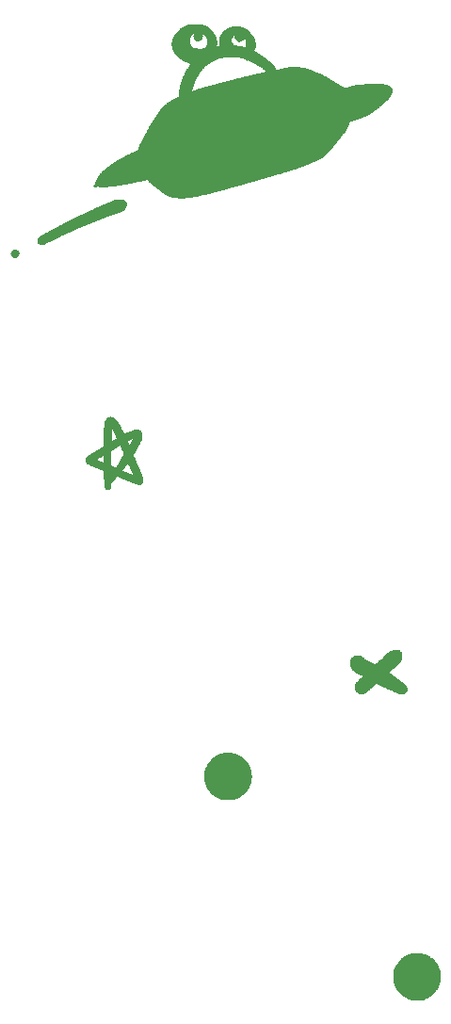
<source format=gto>
%TF.GenerationSoftware,KiCad,Pcbnew,(6.0.0-0)*%
%TF.CreationDate,2022-02-17T17:47:58+00:00*%
%TF.ProjectId,waffles-3u,77616666-6c65-4732-9d33-752e6b696361,rev?*%
%TF.SameCoordinates,Original*%
%TF.FileFunction,Legend,Top*%
%TF.FilePolarity,Positive*%
%FSLAX46Y46*%
G04 Gerber Fmt 4.6, Leading zero omitted, Abs format (unit mm)*
G04 Created by KiCad (PCBNEW (6.0.0-0)) date 2022-02-17 17:47:58*
%MOMM*%
%LPD*%
G01*
G04 APERTURE LIST*
%ADD10C,0.010000*%
G04 APERTURE END LIST*
D10*
%TO.C,Ref\u002A\u002A*%
X101587359Y-113529283D02*
X101598023Y-113428574D01*
X101598023Y-113428574D02*
X101620185Y-113349035D01*
X101620185Y-113349035D02*
X101657435Y-113280194D01*
X101657435Y-113280194D02*
X101713362Y-113211581D01*
X101713362Y-113211581D02*
X101752957Y-113170573D01*
X101752957Y-113170573D02*
X101839781Y-113091768D01*
X101839781Y-113091768D02*
X101921730Y-113038913D01*
X101921730Y-113038913D02*
X102010981Y-113007394D01*
X102010981Y-113007394D02*
X102119710Y-112992596D01*
X102119710Y-112992596D02*
X102230185Y-112989698D01*
X102230185Y-112989698D02*
X102361476Y-112994500D01*
X102361476Y-112994500D02*
X102464094Y-113011933D01*
X102464094Y-113011933D02*
X102550298Y-113047430D01*
X102550298Y-113047430D02*
X102632345Y-113106430D01*
X102632345Y-113106430D02*
X102722494Y-113194365D01*
X102722494Y-113194365D02*
X102744131Y-113217591D01*
X102744131Y-113217591D02*
X102813416Y-113286739D01*
X102813416Y-113286739D02*
X102885332Y-113348768D01*
X102885332Y-113348768D02*
X102946364Y-113392205D01*
X102946364Y-113392205D02*
X102956402Y-113397823D01*
X102956402Y-113397823D02*
X103011585Y-113429123D01*
X103011585Y-113429123D02*
X103049286Y-113455200D01*
X103049286Y-113455200D02*
X103057040Y-113463140D01*
X103057040Y-113463140D02*
X103085136Y-113477963D01*
X103085136Y-113477963D02*
X103118922Y-113482115D01*
X103118922Y-113482115D02*
X103170896Y-113493843D01*
X103170896Y-113493843D02*
X103198035Y-113511072D01*
X103198035Y-113511072D02*
X103242040Y-113541295D01*
X103242040Y-113541295D02*
X103273631Y-113554832D01*
X103273631Y-113554832D02*
X103310051Y-113573837D01*
X103310051Y-113573837D02*
X103320269Y-113589375D01*
X103320269Y-113589375D02*
X103338353Y-113604346D01*
X103338353Y-113604346D02*
X103371936Y-113609115D01*
X103371936Y-113609115D02*
X103416841Y-113617043D01*
X103416841Y-113617043D02*
X103436883Y-113630602D01*
X103436883Y-113630602D02*
X103464130Y-113652807D01*
X103464130Y-113652807D02*
X103512795Y-113678207D01*
X103512795Y-113678207D02*
X103518347Y-113680579D01*
X103518347Y-113680579D02*
X103574572Y-113708747D01*
X103574572Y-113708747D02*
X103616460Y-113737550D01*
X103616460Y-113737550D02*
X103617441Y-113738466D01*
X103617441Y-113738466D02*
X103672745Y-113774416D01*
X103672745Y-113774416D02*
X103740669Y-113797516D01*
X103740669Y-113797516D02*
X103801904Y-113802071D01*
X103801904Y-113802071D02*
X103818982Y-113797923D01*
X103818982Y-113797923D02*
X103853294Y-113776110D01*
X103853294Y-113776110D02*
X103907192Y-113732898D01*
X103907192Y-113732898D02*
X103970258Y-113676753D01*
X103970258Y-113676753D02*
X103984140Y-113663686D01*
X103984140Y-113663686D02*
X104044115Y-113608700D01*
X104044115Y-113608700D02*
X104093339Y-113567363D01*
X104093339Y-113567363D02*
X104123281Y-113546725D01*
X104123281Y-113546725D02*
X104127015Y-113545615D01*
X104127015Y-113545615D02*
X104143664Y-113528435D01*
X104143664Y-113528435D02*
X104145769Y-113513865D01*
X104145769Y-113513865D02*
X104156186Y-113485682D01*
X104156186Y-113485682D02*
X104165030Y-113482115D01*
X104165030Y-113482115D02*
X104187339Y-113468194D01*
X104187339Y-113468194D02*
X104232371Y-113430602D01*
X104232371Y-113430602D02*
X104292908Y-113375594D01*
X104292908Y-113375594D02*
X104342105Y-113328656D01*
X104342105Y-113328656D02*
X104515824Y-113160729D01*
X104515824Y-113160729D02*
X104666556Y-113017100D01*
X104666556Y-113017100D02*
X104793149Y-112898822D01*
X104793149Y-112898822D02*
X104894453Y-112806943D01*
X104894453Y-112806943D02*
X104969314Y-112742513D01*
X104969314Y-112742513D02*
X105016582Y-112706582D01*
X105016582Y-112706582D02*
X105032795Y-112698948D01*
X105032795Y-112698948D02*
X105061903Y-112683392D01*
X105061903Y-112683392D02*
X105070758Y-112672490D01*
X105070758Y-112672490D02*
X105111666Y-112635550D01*
X105111666Y-112635550D02*
X105176991Y-112601358D01*
X105176991Y-112601358D02*
X105249127Y-112577789D01*
X105249127Y-112577789D02*
X105295776Y-112571818D01*
X105295776Y-112571818D02*
X105365278Y-112561337D01*
X105365278Y-112561337D02*
X105423480Y-112540068D01*
X105423480Y-112540068D02*
X105491177Y-112519254D01*
X105491177Y-112519254D02*
X105586347Y-112508146D01*
X105586347Y-112508146D02*
X105695331Y-112506438D01*
X105695331Y-112506438D02*
X105804469Y-112513823D01*
X105804469Y-112513823D02*
X105900101Y-112529998D01*
X105900101Y-112529998D02*
X105963986Y-112552155D01*
X105963986Y-112552155D02*
X106028657Y-112595873D01*
X106028657Y-112595873D02*
X106088890Y-112653224D01*
X106088890Y-112653224D02*
X106134701Y-112712898D01*
X106134701Y-112712898D02*
X106156108Y-112763584D01*
X106156108Y-112763584D02*
X106156602Y-112770370D01*
X106156602Y-112770370D02*
X106168961Y-112807010D01*
X106168961Y-112807010D02*
X106177769Y-112815365D01*
X106177769Y-112815365D02*
X106188373Y-112841651D01*
X106188373Y-112841651D02*
X106195967Y-112898123D01*
X106195967Y-112898123D02*
X106198934Y-112972658D01*
X106198934Y-112972658D02*
X106198935Y-112974115D01*
X106198935Y-112974115D02*
X106196068Y-113048867D01*
X106196068Y-113048867D02*
X106188544Y-113105779D01*
X106188544Y-113105779D02*
X106177980Y-113132727D01*
X106177980Y-113132727D02*
X106177769Y-113132865D01*
X106177769Y-113132865D02*
X106163331Y-113161073D01*
X106163331Y-113161073D02*
X106156656Y-113212137D01*
X106156656Y-113212137D02*
X106156602Y-113217269D01*
X106156602Y-113217269D02*
X106147534Y-113276119D01*
X106147534Y-113276119D02*
X106125640Y-113319531D01*
X106125640Y-113319531D02*
X106124852Y-113320341D01*
X106124852Y-113320341D02*
X106098515Y-113361453D01*
X106098515Y-113361453D02*
X106093102Y-113385430D01*
X106093102Y-113385430D02*
X106082307Y-113430857D01*
X106082307Y-113430857D02*
X106054758Y-113491319D01*
X106054758Y-113491319D02*
X106017710Y-113555039D01*
X106017710Y-113555039D02*
X105978414Y-113610240D01*
X105978414Y-113610240D02*
X105944127Y-113645144D01*
X105944127Y-113645144D02*
X105929260Y-113651448D01*
X105929260Y-113651448D02*
X105905134Y-113668296D01*
X105905134Y-113668296D02*
X105902602Y-113680707D01*
X105902602Y-113680707D02*
X105887696Y-113706408D01*
X105887696Y-113706408D02*
X105847493Y-113752406D01*
X105847493Y-113752406D02*
X105788764Y-113811362D01*
X105788764Y-113811362D02*
X105741457Y-113855332D01*
X105741457Y-113855332D02*
X105669712Y-113920067D01*
X105669712Y-113920067D02*
X105606747Y-113976908D01*
X105606747Y-113976908D02*
X105561178Y-114018074D01*
X105561178Y-114018074D02*
X105545293Y-114032448D01*
X105545293Y-114032448D02*
X105509143Y-114063157D01*
X105509143Y-114063157D02*
X105454156Y-114107712D01*
X105454156Y-114107712D02*
X105415454Y-114138281D01*
X105415454Y-114138281D02*
X105342251Y-114199100D01*
X105342251Y-114199100D02*
X105264818Y-114268789D01*
X105264818Y-114268789D02*
X105232811Y-114299574D01*
X105232811Y-114299574D02*
X105167956Y-114360729D01*
X105167956Y-114360729D02*
X105100309Y-114419629D01*
X105100309Y-114419629D02*
X105068883Y-114444830D01*
X105068883Y-114444830D02*
X104992780Y-114502877D01*
X104992780Y-114502877D02*
X105050816Y-114547359D01*
X105050816Y-114547359D02*
X105095591Y-114585641D01*
X105095591Y-114585641D02*
X105124911Y-114617721D01*
X105124911Y-114617721D02*
X105125779Y-114619062D01*
X105125779Y-114619062D02*
X105159753Y-114643887D01*
X105159753Y-114643887D02*
X105174068Y-114646281D01*
X105174068Y-114646281D02*
X105208437Y-114663388D01*
X105208437Y-114663388D02*
X105217614Y-114678031D01*
X105217614Y-114678031D02*
X105244265Y-114706163D01*
X105244265Y-114706163D02*
X105259283Y-114709781D01*
X105259283Y-114709781D02*
X105285980Y-114720942D01*
X105285980Y-114720942D02*
X105288769Y-114729133D01*
X105288769Y-114729133D02*
X105305401Y-114749863D01*
X105305401Y-114749863D02*
X105348393Y-114783344D01*
X105348393Y-114783344D02*
X105392092Y-114812059D01*
X105392092Y-114812059D02*
X105464190Y-114860817D01*
X105464190Y-114860817D02*
X105532374Y-114913965D01*
X105532374Y-114913965D02*
X105560346Y-114939106D01*
X105560346Y-114939106D02*
X105611540Y-114982582D01*
X105611540Y-114982582D02*
X105658656Y-115012298D01*
X105658656Y-115012298D02*
X105668688Y-115016355D01*
X105668688Y-115016355D02*
X105703463Y-115035350D01*
X105703463Y-115035350D02*
X105712102Y-115049875D01*
X105712102Y-115049875D02*
X105729267Y-115067395D01*
X105729267Y-115067395D02*
X105743852Y-115069615D01*
X105743852Y-115069615D02*
X105771914Y-115086558D01*
X105771914Y-115086558D02*
X105775602Y-115101365D01*
X105775602Y-115101365D02*
X105792954Y-115128080D01*
X105792954Y-115128080D02*
X105813218Y-115133115D01*
X105813218Y-115133115D02*
X105851264Y-115146693D01*
X105851264Y-115146693D02*
X105901804Y-115180760D01*
X105901804Y-115180760D02*
X105920358Y-115196615D01*
X105920358Y-115196615D02*
X105966221Y-115235179D01*
X105966221Y-115235179D02*
X106000061Y-115257713D01*
X106000061Y-115257713D02*
X106007477Y-115260115D01*
X106007477Y-115260115D02*
X106029441Y-115276927D01*
X106029441Y-115276927D02*
X106037256Y-115291865D01*
X106037256Y-115291865D02*
X106061161Y-115319944D01*
X106061161Y-115319944D02*
X106073997Y-115323615D01*
X106073997Y-115323615D02*
X106103236Y-115336556D01*
X106103236Y-115336556D02*
X106150125Y-115369489D01*
X106150125Y-115369489D02*
X106178000Y-115392406D01*
X106178000Y-115392406D02*
X106292947Y-115491099D01*
X106292947Y-115491099D02*
X106384477Y-115567910D01*
X106384477Y-115567910D02*
X106449959Y-115620670D01*
X106449959Y-115620670D02*
X106486763Y-115647207D01*
X106486763Y-115647207D02*
X106487193Y-115647458D01*
X106487193Y-115647458D02*
X106513414Y-115680157D01*
X106513414Y-115680157D02*
X106516435Y-115695748D01*
X106516435Y-115695748D02*
X106533542Y-115730117D01*
X106533542Y-115730117D02*
X106548185Y-115739294D01*
X106548185Y-115739294D02*
X106576214Y-115760904D01*
X106576214Y-115760904D02*
X106579935Y-115771891D01*
X106579935Y-115771891D02*
X106593455Y-115802100D01*
X106593455Y-115802100D02*
X106611685Y-115824055D01*
X106611685Y-115824055D02*
X106630780Y-115861159D01*
X106630780Y-115861159D02*
X106640978Y-115928796D01*
X106640978Y-115928796D02*
X106643435Y-116011531D01*
X106643435Y-116011531D02*
X106639763Y-116108857D01*
X106639763Y-116108857D02*
X106628053Y-116170591D01*
X106628053Y-116170591D02*
X106611685Y-116199008D01*
X106611685Y-116199008D02*
X106585991Y-116229553D01*
X106585991Y-116229553D02*
X106579935Y-116242468D01*
X106579935Y-116242468D02*
X106566448Y-116263146D01*
X106566448Y-116263146D02*
X106532091Y-116302750D01*
X106532091Y-116302750D02*
X106507617Y-116328646D01*
X106507617Y-116328646D02*
X106443905Y-116381951D01*
X106443905Y-116381951D02*
X106384502Y-116402395D01*
X106384502Y-116402395D02*
X106369746Y-116403115D01*
X106369746Y-116403115D02*
X106307985Y-116411607D01*
X106307985Y-116411607D02*
X106262148Y-116429373D01*
X106262148Y-116429373D02*
X106218893Y-116445032D01*
X106218893Y-116445032D02*
X106178056Y-116429373D01*
X106178056Y-116429373D02*
X106130813Y-116412884D01*
X106130813Y-116412884D02*
X106064180Y-116403757D01*
X106064180Y-116403757D02*
X106042645Y-116403115D01*
X106042645Y-116403115D02*
X105937095Y-116385988D01*
X105937095Y-116385988D02*
X105821295Y-116339615D01*
X105821295Y-116339615D02*
X105753435Y-116307389D01*
X105753435Y-116307389D02*
X105699761Y-116284536D01*
X105699761Y-116284536D02*
X105672432Y-116276115D01*
X105672432Y-116276115D02*
X105638699Y-116267338D01*
X105638699Y-116267338D02*
X105583432Y-116244800D01*
X105583432Y-116244800D02*
X105518041Y-116214187D01*
X105518041Y-116214187D02*
X105453936Y-116181185D01*
X105453936Y-116181185D02*
X105402527Y-116151483D01*
X105402527Y-116151483D02*
X105375222Y-116130766D01*
X105375222Y-116130766D02*
X105373435Y-116127084D01*
X105373435Y-116127084D02*
X105355135Y-116112465D01*
X105355135Y-116112465D02*
X105313981Y-116106781D01*
X105313981Y-116106781D02*
X105253897Y-116095697D01*
X105253897Y-116095697D02*
X105213439Y-116075705D01*
X105213439Y-116075705D02*
X105165661Y-116050657D01*
X105165661Y-116050657D02*
X105134646Y-116043955D01*
X105134646Y-116043955D02*
X105096189Y-116027736D01*
X105096189Y-116027736D02*
X105084756Y-116011531D01*
X105084756Y-116011531D02*
X105056329Y-115987910D01*
X105056329Y-115987910D02*
X105012849Y-115979781D01*
X105012849Y-115979781D02*
X104957092Y-115968916D01*
X104957092Y-115968916D02*
X104921376Y-115948031D01*
X104921376Y-115948031D02*
X104876087Y-115921469D01*
X104876087Y-115921469D02*
X104848372Y-115916281D01*
X104848372Y-115916281D02*
X104800212Y-115900847D01*
X104800212Y-115900847D02*
X104780769Y-115884531D01*
X104780769Y-115884531D02*
X104740410Y-115857427D01*
X104740410Y-115857427D02*
X104717269Y-115852781D01*
X104717269Y-115852781D02*
X104672883Y-115837515D01*
X104672883Y-115837515D02*
X104653769Y-115821031D01*
X104653769Y-115821031D02*
X104611524Y-115794292D01*
X104611524Y-115794292D02*
X104584058Y-115789281D01*
X104584058Y-115789281D02*
X104544949Y-115780328D01*
X104544949Y-115780328D02*
X104478935Y-115756455D01*
X104478935Y-115756455D02*
X104396735Y-115722148D01*
X104396735Y-115722148D02*
X104309069Y-115681889D01*
X104309069Y-115681889D02*
X104226657Y-115640163D01*
X104226657Y-115640163D02*
X104223591Y-115638511D01*
X104223591Y-115638511D02*
X104180724Y-115615700D01*
X104180724Y-115615700D02*
X104120903Y-115584260D01*
X104120903Y-115584260D02*
X104101882Y-115574329D01*
X104101882Y-115574329D02*
X104051530Y-115544168D01*
X104051530Y-115544168D02*
X104022000Y-115518908D01*
X104022000Y-115518908D02*
X104018769Y-115511978D01*
X104018769Y-115511978D02*
X104000000Y-115500000D01*
X104000000Y-115500000D02*
X103953182Y-115493397D01*
X103953182Y-115493397D02*
X103935138Y-115492948D01*
X103935138Y-115492948D02*
X103893350Y-115495851D01*
X103893350Y-115495851D02*
X103856115Y-115508296D01*
X103856115Y-115508296D02*
X103814581Y-115535892D01*
X103814581Y-115535892D02*
X103759896Y-115584246D01*
X103759896Y-115584246D02*
X103701269Y-115641115D01*
X103701269Y-115641115D02*
X103636381Y-115703762D01*
X103636381Y-115703762D02*
X103582401Y-115753373D01*
X103582401Y-115753373D02*
X103546469Y-115783523D01*
X103546469Y-115783523D02*
X103536191Y-115789640D01*
X103536191Y-115789640D02*
X103514268Y-115803268D01*
X103514268Y-115803268D02*
X103471448Y-115838544D01*
X103471448Y-115838544D02*
X103420190Y-115884890D01*
X103420190Y-115884890D02*
X103365372Y-115933563D01*
X103365372Y-115933563D02*
X103321229Y-115967792D01*
X103321229Y-115967792D02*
X103298481Y-115979781D01*
X103298481Y-115979781D02*
X103280250Y-115996935D01*
X103280250Y-115996935D02*
X103277935Y-116011531D01*
X103277935Y-116011531D02*
X103266893Y-116039705D01*
X103266893Y-116039705D02*
X103257498Y-116043281D01*
X103257498Y-116043281D02*
X103230397Y-116056802D01*
X103230397Y-116056802D02*
X103188513Y-116090387D01*
X103188513Y-116090387D02*
X103176606Y-116101490D01*
X103176606Y-116101490D02*
X103097296Y-116173981D01*
X103097296Y-116173981D02*
X103027297Y-116230717D01*
X103027297Y-116230717D02*
X102973628Y-116266363D01*
X102973628Y-116266363D02*
X102946823Y-116276115D01*
X102946823Y-116276115D02*
X102912372Y-116291909D01*
X102912372Y-116291909D02*
X102903279Y-116302573D01*
X102903279Y-116302573D02*
X102852790Y-116346782D01*
X102852790Y-116346782D02*
X102771720Y-116379617D01*
X102771720Y-116379617D02*
X102670524Y-116400108D01*
X102670524Y-116400108D02*
X102559656Y-116407283D01*
X102559656Y-116407283D02*
X102449571Y-116400173D01*
X102449571Y-116400173D02*
X102350723Y-116377806D01*
X102350723Y-116377806D02*
X102304092Y-116358213D01*
X102304092Y-116358213D02*
X102236090Y-116316007D01*
X102236090Y-116316007D02*
X102169579Y-116263643D01*
X102169579Y-116263643D02*
X102114019Y-116209931D01*
X102114019Y-116209931D02*
X102078865Y-116163679D01*
X102078865Y-116163679D02*
X102071435Y-116141497D01*
X102071435Y-116141497D02*
X102056513Y-116103243D01*
X102056513Y-116103243D02*
X102042690Y-116088109D01*
X102042690Y-116088109D02*
X102022630Y-116051077D01*
X102022630Y-116051077D02*
X102008883Y-115985562D01*
X102008883Y-115985562D02*
X102001360Y-115902054D01*
X102001360Y-115902054D02*
X101999970Y-115811041D01*
X101999970Y-115811041D02*
X102004625Y-115723014D01*
X102004625Y-115723014D02*
X102015234Y-115648462D01*
X102015234Y-115648462D02*
X102031708Y-115597876D01*
X102031708Y-115597876D02*
X102047013Y-115582228D01*
X102047013Y-115582228D02*
X102067106Y-115557129D01*
X102067106Y-115557129D02*
X102071435Y-115531617D01*
X102071435Y-115531617D02*
X102085097Y-115489321D01*
X102085097Y-115489321D02*
X102118989Y-115437534D01*
X102118989Y-115437534D02*
X102129644Y-115425091D01*
X102129644Y-115425091D02*
X102177407Y-115373898D01*
X102177407Y-115373898D02*
X102240104Y-115308614D01*
X102240104Y-115308614D02*
X102311618Y-115235376D01*
X102311618Y-115235376D02*
X102385835Y-115160324D01*
X102385835Y-115160324D02*
X102456637Y-115089595D01*
X102456637Y-115089595D02*
X102517909Y-115029329D01*
X102517909Y-115029329D02*
X102563534Y-114985665D01*
X102563534Y-114985665D02*
X102587397Y-114964740D01*
X102587397Y-114964740D02*
X102589258Y-114963781D01*
X102589258Y-114963781D02*
X102608643Y-114950125D01*
X102608643Y-114950125D02*
X102647062Y-114915295D01*
X102647062Y-114915295D02*
X102673274Y-114889698D01*
X102673274Y-114889698D02*
X102713142Y-114844582D01*
X102713142Y-114844582D02*
X102723730Y-114819423D01*
X102723730Y-114819423D02*
X102716313Y-114815615D01*
X102716313Y-114815615D02*
X102688866Y-114798656D01*
X102688866Y-114798656D02*
X102685269Y-114783865D01*
X102685269Y-114783865D02*
X102666807Y-114758367D01*
X102666807Y-114758367D02*
X102631208Y-114752115D01*
X102631208Y-114752115D02*
X102583155Y-114742068D01*
X102583155Y-114742068D02*
X102516390Y-114716180D01*
X102516390Y-114716180D02*
X102467166Y-114691703D01*
X102467166Y-114691703D02*
X102384626Y-114649632D01*
X102384626Y-114649632D02*
X102297146Y-114609905D01*
X102297146Y-114609905D02*
X102256623Y-114593570D01*
X102256623Y-114593570D02*
X102184834Y-114560552D01*
X102184834Y-114560552D02*
X102121220Y-114521333D01*
X102121220Y-114521333D02*
X102102074Y-114505815D01*
X102102074Y-114505815D02*
X102056680Y-114471692D01*
X102056680Y-114471692D02*
X102018780Y-114455910D01*
X102018780Y-114455910D02*
X102016364Y-114455781D01*
X102016364Y-114455781D02*
X101978832Y-114439390D01*
X101978832Y-114439390D02*
X101924747Y-114395294D01*
X101924747Y-114395294D02*
X101860892Y-114331107D01*
X101860892Y-114331107D02*
X101794050Y-114254447D01*
X101794050Y-114254447D02*
X101731003Y-114172929D01*
X101731003Y-114172929D02*
X101678534Y-114094169D01*
X101678534Y-114094169D02*
X101653394Y-114048225D01*
X101653394Y-114048225D02*
X101623538Y-113984225D01*
X101623538Y-113984225D02*
X101603854Y-113931360D01*
X101603854Y-113931360D02*
X101592231Y-113877773D01*
X101592231Y-113877773D02*
X101586561Y-113811609D01*
X101586561Y-113811609D02*
X101584734Y-113721015D01*
X101584734Y-113721015D02*
X101584602Y-113661634D01*
X101584602Y-113661634D02*
X101587359Y-113529283D01*
X101587359Y-113529283D02*
X101587359Y-113529283D01*
G36*
X105804469Y-112513823D02*
G01*
X105900101Y-112529998D01*
X105963986Y-112552155D01*
X106028657Y-112595873D01*
X106088890Y-112653224D01*
X106134701Y-112712898D01*
X106156108Y-112763584D01*
X106156602Y-112770370D01*
X106168961Y-112807010D01*
X106177769Y-112815365D01*
X106188373Y-112841651D01*
X106195967Y-112898123D01*
X106198934Y-112972658D01*
X106198935Y-112974115D01*
X106196068Y-113048867D01*
X106188544Y-113105779D01*
X106177980Y-113132727D01*
X106177769Y-113132865D01*
X106163331Y-113161073D01*
X106156656Y-113212137D01*
X106156602Y-113217269D01*
X106147534Y-113276119D01*
X106125640Y-113319531D01*
X106124852Y-113320341D01*
X106098515Y-113361453D01*
X106093102Y-113385430D01*
X106082307Y-113430857D01*
X106054758Y-113491319D01*
X106017710Y-113555039D01*
X105978414Y-113610240D01*
X105944127Y-113645144D01*
X105929260Y-113651448D01*
X105905134Y-113668296D01*
X105902602Y-113680707D01*
X105887696Y-113706408D01*
X105847493Y-113752406D01*
X105788764Y-113811362D01*
X105741457Y-113855332D01*
X105669712Y-113920067D01*
X105606747Y-113976908D01*
X105561178Y-114018074D01*
X105545293Y-114032448D01*
X105509143Y-114063157D01*
X105454156Y-114107712D01*
X105415454Y-114138281D01*
X105342251Y-114199100D01*
X105264818Y-114268789D01*
X105232811Y-114299574D01*
X105167956Y-114360729D01*
X105100309Y-114419629D01*
X105068883Y-114444830D01*
X104992780Y-114502877D01*
X105050816Y-114547359D01*
X105095591Y-114585641D01*
X105124911Y-114617721D01*
X105125779Y-114619062D01*
X105159753Y-114643887D01*
X105174068Y-114646281D01*
X105208437Y-114663388D01*
X105217614Y-114678031D01*
X105244265Y-114706163D01*
X105259283Y-114709781D01*
X105285980Y-114720942D01*
X105288769Y-114729133D01*
X105305401Y-114749863D01*
X105348393Y-114783344D01*
X105392092Y-114812059D01*
X105464190Y-114860817D01*
X105532374Y-114913965D01*
X105560346Y-114939106D01*
X105611540Y-114982582D01*
X105658656Y-115012298D01*
X105668688Y-115016355D01*
X105703463Y-115035350D01*
X105712102Y-115049875D01*
X105729267Y-115067395D01*
X105743852Y-115069615D01*
X105771914Y-115086558D01*
X105775602Y-115101365D01*
X105792954Y-115128080D01*
X105813218Y-115133115D01*
X105851264Y-115146693D01*
X105901804Y-115180760D01*
X105920358Y-115196615D01*
X105966221Y-115235179D01*
X106000061Y-115257713D01*
X106007477Y-115260115D01*
X106029441Y-115276927D01*
X106037256Y-115291865D01*
X106061161Y-115319944D01*
X106073997Y-115323615D01*
X106103236Y-115336556D01*
X106150125Y-115369489D01*
X106178000Y-115392406D01*
X106292947Y-115491099D01*
X106384477Y-115567910D01*
X106449959Y-115620670D01*
X106486763Y-115647207D01*
X106487193Y-115647458D01*
X106513414Y-115680157D01*
X106516435Y-115695748D01*
X106533542Y-115730117D01*
X106548185Y-115739294D01*
X106576214Y-115760904D01*
X106579935Y-115771891D01*
X106593455Y-115802100D01*
X106611685Y-115824055D01*
X106630780Y-115861159D01*
X106640978Y-115928796D01*
X106643435Y-116011531D01*
X106639763Y-116108857D01*
X106628053Y-116170591D01*
X106611685Y-116199008D01*
X106585991Y-116229553D01*
X106579935Y-116242468D01*
X106566448Y-116263146D01*
X106532091Y-116302750D01*
X106507617Y-116328646D01*
X106443905Y-116381951D01*
X106384502Y-116402395D01*
X106369746Y-116403115D01*
X106307985Y-116411607D01*
X106262148Y-116429373D01*
X106218893Y-116445032D01*
X106178056Y-116429373D01*
X106130813Y-116412884D01*
X106064180Y-116403757D01*
X106042645Y-116403115D01*
X105937095Y-116385988D01*
X105821295Y-116339615D01*
X105753435Y-116307389D01*
X105699761Y-116284536D01*
X105672432Y-116276115D01*
X105638699Y-116267338D01*
X105583432Y-116244800D01*
X105518041Y-116214187D01*
X105453936Y-116181185D01*
X105402527Y-116151483D01*
X105375222Y-116130766D01*
X105373435Y-116127084D01*
X105355135Y-116112465D01*
X105313981Y-116106781D01*
X105253897Y-116095697D01*
X105213439Y-116075705D01*
X105165661Y-116050657D01*
X105134646Y-116043955D01*
X105096189Y-116027736D01*
X105084756Y-116011531D01*
X105056329Y-115987910D01*
X105012849Y-115979781D01*
X104957092Y-115968916D01*
X104921376Y-115948031D01*
X104876087Y-115921469D01*
X104848372Y-115916281D01*
X104800212Y-115900847D01*
X104780769Y-115884531D01*
X104740410Y-115857427D01*
X104717269Y-115852781D01*
X104672883Y-115837515D01*
X104653769Y-115821031D01*
X104611524Y-115794292D01*
X104584058Y-115789281D01*
X104544949Y-115780328D01*
X104478935Y-115756455D01*
X104396735Y-115722148D01*
X104309069Y-115681889D01*
X104226657Y-115640163D01*
X104223591Y-115638511D01*
X104180724Y-115615700D01*
X104120903Y-115584260D01*
X104101882Y-115574329D01*
X104051530Y-115544168D01*
X104022000Y-115518908D01*
X104018769Y-115511978D01*
X104000000Y-115500000D01*
X103953182Y-115493397D01*
X103935138Y-115492948D01*
X103893350Y-115495851D01*
X103856115Y-115508296D01*
X103814581Y-115535892D01*
X103759896Y-115584246D01*
X103701269Y-115641115D01*
X103636381Y-115703762D01*
X103582401Y-115753373D01*
X103546469Y-115783523D01*
X103536191Y-115789640D01*
X103514268Y-115803268D01*
X103471448Y-115838544D01*
X103420190Y-115884890D01*
X103365372Y-115933563D01*
X103321229Y-115967792D01*
X103298481Y-115979781D01*
X103280250Y-115996935D01*
X103277935Y-116011531D01*
X103266893Y-116039705D01*
X103257498Y-116043281D01*
X103230397Y-116056802D01*
X103188513Y-116090387D01*
X103176606Y-116101490D01*
X103097296Y-116173981D01*
X103027297Y-116230717D01*
X102973628Y-116266363D01*
X102946823Y-116276115D01*
X102912372Y-116291909D01*
X102903279Y-116302573D01*
X102852790Y-116346782D01*
X102771720Y-116379617D01*
X102670524Y-116400108D01*
X102559656Y-116407283D01*
X102449571Y-116400173D01*
X102350723Y-116377806D01*
X102304092Y-116358213D01*
X102236090Y-116316007D01*
X102169579Y-116263643D01*
X102114019Y-116209931D01*
X102078865Y-116163679D01*
X102071435Y-116141497D01*
X102056513Y-116103243D01*
X102042690Y-116088109D01*
X102022630Y-116051077D01*
X102008883Y-115985562D01*
X102001360Y-115902054D01*
X101999970Y-115811041D01*
X102004625Y-115723014D01*
X102015234Y-115648462D01*
X102031708Y-115597876D01*
X102047013Y-115582228D01*
X102067106Y-115557129D01*
X102071435Y-115531617D01*
X102085097Y-115489321D01*
X102118989Y-115437534D01*
X102129644Y-115425091D01*
X102177407Y-115373898D01*
X102240104Y-115308614D01*
X102311618Y-115235376D01*
X102385835Y-115160324D01*
X102456637Y-115089595D01*
X102517909Y-115029329D01*
X102563534Y-114985665D01*
X102587397Y-114964740D01*
X102589258Y-114963781D01*
X102608643Y-114950125D01*
X102647062Y-114915295D01*
X102673274Y-114889698D01*
X102713142Y-114844582D01*
X102723730Y-114819423D01*
X102716313Y-114815615D01*
X102688866Y-114798656D01*
X102685269Y-114783865D01*
X102666807Y-114758367D01*
X102631208Y-114752115D01*
X102583155Y-114742068D01*
X102516390Y-114716180D01*
X102467166Y-114691703D01*
X102384626Y-114649632D01*
X102297146Y-114609905D01*
X102256623Y-114593570D01*
X102184834Y-114560552D01*
X102121220Y-114521333D01*
X102102074Y-114505815D01*
X102056680Y-114471692D01*
X102018780Y-114455910D01*
X102016364Y-114455781D01*
X101978832Y-114439390D01*
X101924747Y-114395294D01*
X101860892Y-114331107D01*
X101794050Y-114254447D01*
X101731003Y-114172929D01*
X101678534Y-114094169D01*
X101653394Y-114048225D01*
X101623538Y-113984225D01*
X101603854Y-113931360D01*
X101592231Y-113877773D01*
X101586561Y-113811609D01*
X101584734Y-113721015D01*
X101584602Y-113661634D01*
X101587359Y-113529283D01*
X101598023Y-113428574D01*
X101620185Y-113349035D01*
X101657435Y-113280194D01*
X101713362Y-113211581D01*
X101752957Y-113170573D01*
X101839781Y-113091768D01*
X101921730Y-113038913D01*
X102010981Y-113007394D01*
X102119710Y-112992596D01*
X102230185Y-112989698D01*
X102361476Y-112994500D01*
X102464094Y-113011933D01*
X102550298Y-113047430D01*
X102632345Y-113106430D01*
X102722494Y-113194365D01*
X102744131Y-113217591D01*
X102813416Y-113286739D01*
X102885332Y-113348768D01*
X102946364Y-113392205D01*
X102956402Y-113397823D01*
X103011585Y-113429123D01*
X103049286Y-113455200D01*
X103057040Y-113463140D01*
X103085136Y-113477963D01*
X103118922Y-113482115D01*
X103170896Y-113493843D01*
X103198035Y-113511072D01*
X103242040Y-113541295D01*
X103273631Y-113554832D01*
X103310051Y-113573837D01*
X103320269Y-113589375D01*
X103338353Y-113604346D01*
X103371936Y-113609115D01*
X103416841Y-113617043D01*
X103436883Y-113630602D01*
X103464130Y-113652807D01*
X103512795Y-113678207D01*
X103518347Y-113680579D01*
X103574572Y-113708747D01*
X103616460Y-113737550D01*
X103617441Y-113738466D01*
X103672745Y-113774416D01*
X103740669Y-113797516D01*
X103801904Y-113802071D01*
X103818982Y-113797923D01*
X103853294Y-113776110D01*
X103907192Y-113732898D01*
X103970258Y-113676753D01*
X103984140Y-113663686D01*
X104044115Y-113608700D01*
X104093339Y-113567363D01*
X104123281Y-113546725D01*
X104127015Y-113545615D01*
X104143664Y-113528435D01*
X104145769Y-113513865D01*
X104156186Y-113485682D01*
X104165030Y-113482115D01*
X104187339Y-113468194D01*
X104232371Y-113430602D01*
X104292908Y-113375594D01*
X104342105Y-113328656D01*
X104515824Y-113160729D01*
X104666556Y-113017100D01*
X104793149Y-112898822D01*
X104894453Y-112806943D01*
X104969314Y-112742513D01*
X105016582Y-112706582D01*
X105032795Y-112698948D01*
X105061903Y-112683392D01*
X105070758Y-112672490D01*
X105111666Y-112635550D01*
X105176991Y-112601358D01*
X105249127Y-112577789D01*
X105295776Y-112571818D01*
X105365278Y-112561337D01*
X105423480Y-112540068D01*
X105491177Y-112519254D01*
X105586347Y-112508146D01*
X105695331Y-112506438D01*
X105804469Y-112513823D01*
G37*
X105804469Y-112513823D02*
X105900101Y-112529998D01*
X105963986Y-112552155D01*
X106028657Y-112595873D01*
X106088890Y-112653224D01*
X106134701Y-112712898D01*
X106156108Y-112763584D01*
X106156602Y-112770370D01*
X106168961Y-112807010D01*
X106177769Y-112815365D01*
X106188373Y-112841651D01*
X106195967Y-112898123D01*
X106198934Y-112972658D01*
X106198935Y-112974115D01*
X106196068Y-113048867D01*
X106188544Y-113105779D01*
X106177980Y-113132727D01*
X106177769Y-113132865D01*
X106163331Y-113161073D01*
X106156656Y-113212137D01*
X106156602Y-113217269D01*
X106147534Y-113276119D01*
X106125640Y-113319531D01*
X106124852Y-113320341D01*
X106098515Y-113361453D01*
X106093102Y-113385430D01*
X106082307Y-113430857D01*
X106054758Y-113491319D01*
X106017710Y-113555039D01*
X105978414Y-113610240D01*
X105944127Y-113645144D01*
X105929260Y-113651448D01*
X105905134Y-113668296D01*
X105902602Y-113680707D01*
X105887696Y-113706408D01*
X105847493Y-113752406D01*
X105788764Y-113811362D01*
X105741457Y-113855332D01*
X105669712Y-113920067D01*
X105606747Y-113976908D01*
X105561178Y-114018074D01*
X105545293Y-114032448D01*
X105509143Y-114063157D01*
X105454156Y-114107712D01*
X105415454Y-114138281D01*
X105342251Y-114199100D01*
X105264818Y-114268789D01*
X105232811Y-114299574D01*
X105167956Y-114360729D01*
X105100309Y-114419629D01*
X105068883Y-114444830D01*
X104992780Y-114502877D01*
X105050816Y-114547359D01*
X105095591Y-114585641D01*
X105124911Y-114617721D01*
X105125779Y-114619062D01*
X105159753Y-114643887D01*
X105174068Y-114646281D01*
X105208437Y-114663388D01*
X105217614Y-114678031D01*
X105244265Y-114706163D01*
X105259283Y-114709781D01*
X105285980Y-114720942D01*
X105288769Y-114729133D01*
X105305401Y-114749863D01*
X105348393Y-114783344D01*
X105392092Y-114812059D01*
X105464190Y-114860817D01*
X105532374Y-114913965D01*
X105560346Y-114939106D01*
X105611540Y-114982582D01*
X105658656Y-115012298D01*
X105668688Y-115016355D01*
X105703463Y-115035350D01*
X105712102Y-115049875D01*
X105729267Y-115067395D01*
X105743852Y-115069615D01*
X105771914Y-115086558D01*
X105775602Y-115101365D01*
X105792954Y-115128080D01*
X105813218Y-115133115D01*
X105851264Y-115146693D01*
X105901804Y-115180760D01*
X105920358Y-115196615D01*
X105966221Y-115235179D01*
X106000061Y-115257713D01*
X106007477Y-115260115D01*
X106029441Y-115276927D01*
X106037256Y-115291865D01*
X106061161Y-115319944D01*
X106073997Y-115323615D01*
X106103236Y-115336556D01*
X106150125Y-115369489D01*
X106178000Y-115392406D01*
X106292947Y-115491099D01*
X106384477Y-115567910D01*
X106449959Y-115620670D01*
X106486763Y-115647207D01*
X106487193Y-115647458D01*
X106513414Y-115680157D01*
X106516435Y-115695748D01*
X106533542Y-115730117D01*
X106548185Y-115739294D01*
X106576214Y-115760904D01*
X106579935Y-115771891D01*
X106593455Y-115802100D01*
X106611685Y-115824055D01*
X106630780Y-115861159D01*
X106640978Y-115928796D01*
X106643435Y-116011531D01*
X106639763Y-116108857D01*
X106628053Y-116170591D01*
X106611685Y-116199008D01*
X106585991Y-116229553D01*
X106579935Y-116242468D01*
X106566448Y-116263146D01*
X106532091Y-116302750D01*
X106507617Y-116328646D01*
X106443905Y-116381951D01*
X106384502Y-116402395D01*
X106369746Y-116403115D01*
X106307985Y-116411607D01*
X106262148Y-116429373D01*
X106218893Y-116445032D01*
X106178056Y-116429373D01*
X106130813Y-116412884D01*
X106064180Y-116403757D01*
X106042645Y-116403115D01*
X105937095Y-116385988D01*
X105821295Y-116339615D01*
X105753435Y-116307389D01*
X105699761Y-116284536D01*
X105672432Y-116276115D01*
X105638699Y-116267338D01*
X105583432Y-116244800D01*
X105518041Y-116214187D01*
X105453936Y-116181185D01*
X105402527Y-116151483D01*
X105375222Y-116130766D01*
X105373435Y-116127084D01*
X105355135Y-116112465D01*
X105313981Y-116106781D01*
X105253897Y-116095697D01*
X105213439Y-116075705D01*
X105165661Y-116050657D01*
X105134646Y-116043955D01*
X105096189Y-116027736D01*
X105084756Y-116011531D01*
X105056329Y-115987910D01*
X105012849Y-115979781D01*
X104957092Y-115968916D01*
X104921376Y-115948031D01*
X104876087Y-115921469D01*
X104848372Y-115916281D01*
X104800212Y-115900847D01*
X104780769Y-115884531D01*
X104740410Y-115857427D01*
X104717269Y-115852781D01*
X104672883Y-115837515D01*
X104653769Y-115821031D01*
X104611524Y-115794292D01*
X104584058Y-115789281D01*
X104544949Y-115780328D01*
X104478935Y-115756455D01*
X104396735Y-115722148D01*
X104309069Y-115681889D01*
X104226657Y-115640163D01*
X104223591Y-115638511D01*
X104180724Y-115615700D01*
X104120903Y-115584260D01*
X104101882Y-115574329D01*
X104051530Y-115544168D01*
X104022000Y-115518908D01*
X104018769Y-115511978D01*
X104000000Y-115500000D01*
X103953182Y-115493397D01*
X103935138Y-115492948D01*
X103893350Y-115495851D01*
X103856115Y-115508296D01*
X103814581Y-115535892D01*
X103759896Y-115584246D01*
X103701269Y-115641115D01*
X103636381Y-115703762D01*
X103582401Y-115753373D01*
X103546469Y-115783523D01*
X103536191Y-115789640D01*
X103514268Y-115803268D01*
X103471448Y-115838544D01*
X103420190Y-115884890D01*
X103365372Y-115933563D01*
X103321229Y-115967792D01*
X103298481Y-115979781D01*
X103280250Y-115996935D01*
X103277935Y-116011531D01*
X103266893Y-116039705D01*
X103257498Y-116043281D01*
X103230397Y-116056802D01*
X103188513Y-116090387D01*
X103176606Y-116101490D01*
X103097296Y-116173981D01*
X103027297Y-116230717D01*
X102973628Y-116266363D01*
X102946823Y-116276115D01*
X102912372Y-116291909D01*
X102903279Y-116302573D01*
X102852790Y-116346782D01*
X102771720Y-116379617D01*
X102670524Y-116400108D01*
X102559656Y-116407283D01*
X102449571Y-116400173D01*
X102350723Y-116377806D01*
X102304092Y-116358213D01*
X102236090Y-116316007D01*
X102169579Y-116263643D01*
X102114019Y-116209931D01*
X102078865Y-116163679D01*
X102071435Y-116141497D01*
X102056513Y-116103243D01*
X102042690Y-116088109D01*
X102022630Y-116051077D01*
X102008883Y-115985562D01*
X102001360Y-115902054D01*
X101999970Y-115811041D01*
X102004625Y-115723014D01*
X102015234Y-115648462D01*
X102031708Y-115597876D01*
X102047013Y-115582228D01*
X102067106Y-115557129D01*
X102071435Y-115531617D01*
X102085097Y-115489321D01*
X102118989Y-115437534D01*
X102129644Y-115425091D01*
X102177407Y-115373898D01*
X102240104Y-115308614D01*
X102311618Y-115235376D01*
X102385835Y-115160324D01*
X102456637Y-115089595D01*
X102517909Y-115029329D01*
X102563534Y-114985665D01*
X102587397Y-114964740D01*
X102589258Y-114963781D01*
X102608643Y-114950125D01*
X102647062Y-114915295D01*
X102673274Y-114889698D01*
X102713142Y-114844582D01*
X102723730Y-114819423D01*
X102716313Y-114815615D01*
X102688866Y-114798656D01*
X102685269Y-114783865D01*
X102666807Y-114758367D01*
X102631208Y-114752115D01*
X102583155Y-114742068D01*
X102516390Y-114716180D01*
X102467166Y-114691703D01*
X102384626Y-114649632D01*
X102297146Y-114609905D01*
X102256623Y-114593570D01*
X102184834Y-114560552D01*
X102121220Y-114521333D01*
X102102074Y-114505815D01*
X102056680Y-114471692D01*
X102018780Y-114455910D01*
X102016364Y-114455781D01*
X101978832Y-114439390D01*
X101924747Y-114395294D01*
X101860892Y-114331107D01*
X101794050Y-114254447D01*
X101731003Y-114172929D01*
X101678534Y-114094169D01*
X101653394Y-114048225D01*
X101623538Y-113984225D01*
X101603854Y-113931360D01*
X101592231Y-113877773D01*
X101586561Y-113811609D01*
X101584734Y-113721015D01*
X101584602Y-113661634D01*
X101587359Y-113529283D01*
X101598023Y-113428574D01*
X101620185Y-113349035D01*
X101657435Y-113280194D01*
X101713362Y-113211581D01*
X101752957Y-113170573D01*
X101839781Y-113091768D01*
X101921730Y-113038913D01*
X102010981Y-113007394D01*
X102119710Y-112992596D01*
X102230185Y-112989698D01*
X102361476Y-112994500D01*
X102464094Y-113011933D01*
X102550298Y-113047430D01*
X102632345Y-113106430D01*
X102722494Y-113194365D01*
X102744131Y-113217591D01*
X102813416Y-113286739D01*
X102885332Y-113348768D01*
X102946364Y-113392205D01*
X102956402Y-113397823D01*
X103011585Y-113429123D01*
X103049286Y-113455200D01*
X103057040Y-113463140D01*
X103085136Y-113477963D01*
X103118922Y-113482115D01*
X103170896Y-113493843D01*
X103198035Y-113511072D01*
X103242040Y-113541295D01*
X103273631Y-113554832D01*
X103310051Y-113573837D01*
X103320269Y-113589375D01*
X103338353Y-113604346D01*
X103371936Y-113609115D01*
X103416841Y-113617043D01*
X103436883Y-113630602D01*
X103464130Y-113652807D01*
X103512795Y-113678207D01*
X103518347Y-113680579D01*
X103574572Y-113708747D01*
X103616460Y-113737550D01*
X103617441Y-113738466D01*
X103672745Y-113774416D01*
X103740669Y-113797516D01*
X103801904Y-113802071D01*
X103818982Y-113797923D01*
X103853294Y-113776110D01*
X103907192Y-113732898D01*
X103970258Y-113676753D01*
X103984140Y-113663686D01*
X104044115Y-113608700D01*
X104093339Y-113567363D01*
X104123281Y-113546725D01*
X104127015Y-113545615D01*
X104143664Y-113528435D01*
X104145769Y-113513865D01*
X104156186Y-113485682D01*
X104165030Y-113482115D01*
X104187339Y-113468194D01*
X104232371Y-113430602D01*
X104292908Y-113375594D01*
X104342105Y-113328656D01*
X104515824Y-113160729D01*
X104666556Y-113017100D01*
X104793149Y-112898822D01*
X104894453Y-112806943D01*
X104969314Y-112742513D01*
X105016582Y-112706582D01*
X105032795Y-112698948D01*
X105061903Y-112683392D01*
X105070758Y-112672490D01*
X105111666Y-112635550D01*
X105176991Y-112601358D01*
X105249127Y-112577789D01*
X105295776Y-112571818D01*
X105365278Y-112561337D01*
X105423480Y-112540068D01*
X105491177Y-112519254D01*
X105586347Y-112508146D01*
X105695331Y-112506438D01*
X105804469Y-112513823D01*
X107664514Y-139749286D02*
X107788951Y-139761207D01*
X107788951Y-139761207D02*
X107916345Y-139779683D01*
X107916345Y-139779683D02*
X108037542Y-139802971D01*
X108037542Y-139802971D02*
X108143392Y-139829323D01*
X108143392Y-139829323D02*
X108224743Y-139856995D01*
X108224743Y-139856995D02*
X108270793Y-139882735D01*
X108270793Y-139882735D02*
X108307052Y-139897348D01*
X108307052Y-139897348D02*
X108335539Y-139900403D01*
X108335539Y-139900403D02*
X108388108Y-139913035D01*
X108388108Y-139913035D02*
X108421264Y-139931480D01*
X108421264Y-139931480D02*
X108469042Y-139956527D01*
X108469042Y-139956527D02*
X108500057Y-139963230D01*
X108500057Y-139963230D02*
X108538514Y-139979448D01*
X108538514Y-139979448D02*
X108549947Y-139995653D01*
X108549947Y-139995653D02*
X108573548Y-140023726D01*
X108573548Y-140023726D02*
X108586141Y-140027403D01*
X108586141Y-140027403D02*
X108615031Y-140039015D01*
X108615031Y-140039015D02*
X108667732Y-140069471D01*
X108667732Y-140069471D02*
X108734201Y-140112198D01*
X108734201Y-140112198D02*
X108804395Y-140160623D01*
X108804395Y-140160623D02*
X108868270Y-140208174D01*
X108868270Y-140208174D02*
X108893412Y-140228486D01*
X108893412Y-140228486D02*
X109000732Y-140326617D01*
X109000732Y-140326617D02*
X109110754Y-140441032D01*
X109110754Y-140441032D02*
X109209096Y-140556244D01*
X109209096Y-140556244D02*
X109257045Y-140620070D01*
X109257045Y-140620070D02*
X109291501Y-140668215D01*
X109291501Y-140668215D02*
X109315475Y-140699960D01*
X109315475Y-140699960D02*
X109319601Y-140704752D01*
X109319601Y-140704752D02*
X109336346Y-140730433D01*
X109336346Y-140730433D02*
X109366061Y-140783757D01*
X109366061Y-140783757D02*
X109403115Y-140854341D01*
X109403115Y-140854341D02*
X109434333Y-140916403D01*
X109434333Y-140916403D02*
X109462369Y-140972899D01*
X109462369Y-140972899D02*
X109494444Y-141037043D01*
X109494444Y-141037043D02*
X109495842Y-141039827D01*
X109495842Y-141039827D02*
X109519731Y-141096166D01*
X109519731Y-141096166D02*
X109531663Y-141141450D01*
X109531663Y-141141450D02*
X109531941Y-141145660D01*
X109531941Y-141145660D02*
X109544757Y-141189982D01*
X109544757Y-141189982D02*
X109563691Y-141222073D01*
X109563691Y-141222073D02*
X109584002Y-141269662D01*
X109584002Y-141269662D02*
X109594644Y-141334955D01*
X109594644Y-141334955D02*
X109595087Y-141349073D01*
X109595087Y-141349073D02*
X109603152Y-141428260D01*
X109603152Y-141428260D02*
X109622500Y-141509665D01*
X109622500Y-141509665D02*
X109625907Y-141519653D01*
X109625907Y-141519653D02*
X109641725Y-141590183D01*
X109641725Y-141590183D02*
X109651967Y-141690102D01*
X109651967Y-141690102D02*
X109656633Y-141806834D01*
X109656633Y-141806834D02*
X109655723Y-141927802D01*
X109655723Y-141927802D02*
X109649238Y-142040430D01*
X109649238Y-142040430D02*
X109637177Y-142132142D01*
X109637177Y-142132142D02*
X109625907Y-142175820D01*
X109625907Y-142175820D02*
X109605450Y-142254495D01*
X109605450Y-142254495D02*
X109595312Y-142336280D01*
X109595312Y-142336280D02*
X109595087Y-142346399D01*
X109595087Y-142346399D02*
X109587342Y-142412301D01*
X109587342Y-142412301D02*
X109568615Y-142465812D01*
X109568615Y-142465812D02*
X109563691Y-142473399D01*
X109563691Y-142473399D02*
X109538719Y-142520024D01*
X109538719Y-142520024D02*
X109531941Y-142549812D01*
X109531941Y-142549812D02*
X109522297Y-142593533D01*
X109522297Y-142593533D02*
X109501343Y-142645062D01*
X109501343Y-142645062D02*
X109473626Y-142703255D01*
X109473626Y-142703255D02*
X109441341Y-142774615D01*
X109441341Y-142774615D02*
X109432551Y-142794702D01*
X109432551Y-142794702D02*
X109406352Y-142848018D01*
X109406352Y-142848018D02*
X109384517Y-142880287D01*
X109384517Y-142880287D02*
X109377810Y-142884660D01*
X109377810Y-142884660D02*
X109363560Y-142902044D01*
X109363560Y-142902044D02*
X109361935Y-142915532D01*
X109361935Y-142915532D02*
X109347396Y-142956209D01*
X109347396Y-142956209D02*
X109307526Y-143019268D01*
X109307526Y-143019268D02*
X109247946Y-143098208D01*
X109247946Y-143098208D02*
X109174277Y-143186530D01*
X109174277Y-143186530D02*
X109092139Y-143277734D01*
X109092139Y-143277734D02*
X109007152Y-143365319D01*
X109007152Y-143365319D02*
X108924937Y-143442787D01*
X108924937Y-143442787D02*
X108857628Y-143498736D01*
X108857628Y-143498736D02*
X108800634Y-143542917D01*
X108800634Y-143542917D02*
X108750284Y-143583235D01*
X108750284Y-143583235D02*
X108743685Y-143588695D01*
X108743685Y-143588695D02*
X108704663Y-143616225D01*
X108704663Y-143616225D02*
X108681179Y-143625736D01*
X108681179Y-143625736D02*
X108654910Y-143637254D01*
X108654910Y-143637254D02*
X108607739Y-143666677D01*
X108607739Y-143666677D02*
X108575409Y-143689236D01*
X108575409Y-143689236D02*
X108519501Y-143725878D01*
X108519501Y-143725878D02*
X108474250Y-143748819D01*
X108474250Y-143748819D02*
X108458888Y-143752736D01*
X108458888Y-143752736D02*
X108416494Y-143762451D01*
X108416494Y-143762451D02*
X108393272Y-143772877D01*
X108393272Y-143772877D02*
X108245634Y-143838603D01*
X108245634Y-143838603D02*
X108073643Y-143886376D01*
X108073643Y-143886376D02*
X107873913Y-143916638D01*
X107873913Y-143916638D02*
X107643059Y-143929836D01*
X107643059Y-143929836D02*
X107377693Y-143926414D01*
X107377693Y-143926414D02*
X107266435Y-143920809D01*
X107266435Y-143920809D02*
X107094574Y-143903607D01*
X107094574Y-143903607D02*
X106958396Y-143874158D01*
X106958396Y-143874158D02*
X106917185Y-143860410D01*
X106917185Y-143860410D02*
X106842305Y-143833534D01*
X106842305Y-143833534D02*
X106777192Y-143811801D01*
X106777192Y-143811801D02*
X106742560Y-143801676D01*
X106742560Y-143801676D02*
X106705480Y-143785692D01*
X106705480Y-143785692D02*
X106694935Y-143771435D01*
X106694935Y-143771435D02*
X106677398Y-143755668D01*
X106677398Y-143755668D02*
X106657148Y-143752736D01*
X106657148Y-143752736D02*
X106624867Y-143741675D01*
X106624867Y-143741675D02*
X106566322Y-143711692D01*
X106566322Y-143711692D02*
X106490316Y-143667585D01*
X106490316Y-143667585D02*
X106419023Y-143622879D01*
X106419023Y-143622879D02*
X106250000Y-143500000D01*
X106250000Y-143500000D02*
X106088406Y-143357448D01*
X106088406Y-143357448D02*
X105941735Y-143203303D01*
X105941735Y-143203303D02*
X105817477Y-143045645D01*
X105817477Y-143045645D02*
X105723127Y-142892555D01*
X105723127Y-142892555D02*
X105702316Y-142849917D01*
X105702316Y-142849917D02*
X105676897Y-142808169D01*
X105676897Y-142808169D02*
X105659073Y-142790460D01*
X105659073Y-142790460D02*
X105639902Y-142759718D01*
X105639902Y-142759718D02*
X105636601Y-142737202D01*
X105636601Y-142737202D02*
X105627370Y-142692314D01*
X105627370Y-142692314D02*
X105604792Y-142634550D01*
X105604792Y-142634550D02*
X105601270Y-142627327D01*
X105601270Y-142627327D02*
X105572414Y-142569374D01*
X105572414Y-142569374D02*
X105549263Y-142522273D01*
X105549263Y-142522273D02*
X105547645Y-142518930D01*
X105547645Y-142518930D02*
X105532953Y-142476833D01*
X105532953Y-142476833D02*
X105515746Y-142411423D01*
X105515746Y-142411423D02*
X105506758Y-142370764D01*
X105506758Y-142370764D02*
X105489491Y-142287238D01*
X105489491Y-142287238D02*
X105472172Y-142204612D01*
X105472172Y-142204612D02*
X105466055Y-142175820D01*
X105466055Y-142175820D02*
X105458657Y-142119866D01*
X105458657Y-142119866D02*
X105452718Y-142034291D01*
X105452718Y-142034291D02*
X105448940Y-141931798D01*
X105448940Y-141931798D02*
X105447945Y-141847736D01*
X105447945Y-141847736D02*
X105449534Y-141740864D01*
X105449534Y-141740864D02*
X105453836Y-141640934D01*
X105453836Y-141640934D02*
X105460147Y-141560652D01*
X105460147Y-141560652D02*
X105466055Y-141519653D01*
X105466055Y-141519653D02*
X105481533Y-141446348D01*
X105481533Y-141446348D02*
X105499548Y-141359745D01*
X105499548Y-141359745D02*
X105506758Y-141324709D01*
X105506758Y-141324709D02*
X105523223Y-141254212D01*
X105523223Y-141254212D02*
X105540187Y-141196585D01*
X105540187Y-141196585D02*
X105548111Y-141176542D01*
X105548111Y-141176542D02*
X105569026Y-141131758D01*
X105569026Y-141131758D02*
X105595418Y-141072234D01*
X105595418Y-141072234D02*
X105598726Y-141064570D01*
X105598726Y-141064570D02*
X105636877Y-140979449D01*
X105636877Y-140979449D02*
X105679279Y-140890356D01*
X105679279Y-140890356D02*
X105718919Y-140811636D01*
X105718919Y-140811636D02*
X105748523Y-140758064D01*
X105748523Y-140758064D02*
X105799851Y-140681354D01*
X105799851Y-140681354D02*
X105864925Y-140594578D01*
X105864925Y-140594578D02*
X105938115Y-140504082D01*
X105938115Y-140504082D02*
X106013791Y-140416214D01*
X106013791Y-140416214D02*
X106086325Y-140337322D01*
X106086325Y-140337322D02*
X106150087Y-140273754D01*
X106150087Y-140273754D02*
X106199447Y-140231856D01*
X106199447Y-140231856D02*
X106227575Y-140217903D01*
X106227575Y-140217903D02*
X106249492Y-140204042D01*
X106249492Y-140204042D02*
X106250435Y-140198552D01*
X106250435Y-140198552D02*
X106269211Y-140175776D01*
X106269211Y-140175776D02*
X106325308Y-140133922D01*
X106325308Y-140133922D02*
X106418380Y-140073232D01*
X106418380Y-140073232D02*
X106515018Y-140013821D01*
X106515018Y-140013821D02*
X106587577Y-139974109D01*
X106587577Y-139974109D02*
X106664789Y-139938203D01*
X106664789Y-139938203D02*
X106733297Y-139911771D01*
X106733297Y-139911771D02*
X106779740Y-139900482D01*
X106779740Y-139900482D02*
X106782292Y-139900403D01*
X106782292Y-139900403D02*
X106815198Y-139891003D01*
X106815198Y-139891003D02*
X106821935Y-139879236D01*
X106821935Y-139879236D02*
X106839412Y-139861223D01*
X106839412Y-139861223D02*
X106858976Y-139857939D01*
X106858976Y-139857939D02*
X106903525Y-139848345D01*
X106903525Y-139848345D02*
X106957076Y-139825966D01*
X106957076Y-139825966D02*
X107003274Y-139810969D01*
X107003274Y-139810969D02*
X107081415Y-139794845D01*
X107081415Y-139794845D02*
X107181183Y-139778987D01*
X107181183Y-139778987D02*
X107292263Y-139764787D01*
X107292263Y-139764787D02*
X107404339Y-139753636D01*
X107404339Y-139753636D02*
X107507096Y-139746927D01*
X107507096Y-139746927D02*
X107552185Y-139745668D01*
X107552185Y-139745668D02*
X107664514Y-139749286D01*
X107664514Y-139749286D02*
X107664514Y-139749286D01*
G36*
X107664514Y-139749286D02*
G01*
X107788951Y-139761207D01*
X107916345Y-139779683D01*
X108037542Y-139802971D01*
X108143392Y-139829323D01*
X108224743Y-139856995D01*
X108270793Y-139882735D01*
X108307052Y-139897348D01*
X108335539Y-139900403D01*
X108388108Y-139913035D01*
X108421264Y-139931480D01*
X108469042Y-139956527D01*
X108500057Y-139963230D01*
X108538514Y-139979448D01*
X108549947Y-139995653D01*
X108573548Y-140023726D01*
X108586141Y-140027403D01*
X108615031Y-140039015D01*
X108667732Y-140069471D01*
X108734201Y-140112198D01*
X108804395Y-140160623D01*
X108868270Y-140208174D01*
X108893412Y-140228486D01*
X109000732Y-140326617D01*
X109110754Y-140441032D01*
X109209096Y-140556244D01*
X109257045Y-140620070D01*
X109291501Y-140668215D01*
X109315475Y-140699960D01*
X109319601Y-140704752D01*
X109336346Y-140730433D01*
X109366061Y-140783757D01*
X109403115Y-140854341D01*
X109434333Y-140916403D01*
X109462369Y-140972899D01*
X109494444Y-141037043D01*
X109495842Y-141039827D01*
X109519731Y-141096166D01*
X109531663Y-141141450D01*
X109531941Y-141145660D01*
X109544757Y-141189982D01*
X109563691Y-141222073D01*
X109584002Y-141269662D01*
X109594644Y-141334955D01*
X109595087Y-141349073D01*
X109603152Y-141428260D01*
X109622500Y-141509665D01*
X109625907Y-141519653D01*
X109641725Y-141590183D01*
X109651967Y-141690102D01*
X109656633Y-141806834D01*
X109655723Y-141927802D01*
X109649238Y-142040430D01*
X109637177Y-142132142D01*
X109625907Y-142175820D01*
X109605450Y-142254495D01*
X109595312Y-142336280D01*
X109595087Y-142346399D01*
X109587342Y-142412301D01*
X109568615Y-142465812D01*
X109563691Y-142473399D01*
X109538719Y-142520024D01*
X109531941Y-142549812D01*
X109522297Y-142593533D01*
X109501343Y-142645062D01*
X109473626Y-142703255D01*
X109441341Y-142774615D01*
X109432551Y-142794702D01*
X109406352Y-142848018D01*
X109384517Y-142880287D01*
X109377810Y-142884660D01*
X109363560Y-142902044D01*
X109361935Y-142915532D01*
X109347396Y-142956209D01*
X109307526Y-143019268D01*
X109247946Y-143098208D01*
X109174277Y-143186530D01*
X109092139Y-143277734D01*
X109007152Y-143365319D01*
X108924937Y-143442787D01*
X108857628Y-143498736D01*
X108800634Y-143542917D01*
X108750284Y-143583235D01*
X108743685Y-143588695D01*
X108704663Y-143616225D01*
X108681179Y-143625736D01*
X108654910Y-143637254D01*
X108607739Y-143666677D01*
X108575409Y-143689236D01*
X108519501Y-143725878D01*
X108474250Y-143748819D01*
X108458888Y-143752736D01*
X108416494Y-143762451D01*
X108393272Y-143772877D01*
X108245634Y-143838603D01*
X108073643Y-143886376D01*
X107873913Y-143916638D01*
X107643059Y-143929836D01*
X107377693Y-143926414D01*
X107266435Y-143920809D01*
X107094574Y-143903607D01*
X106958396Y-143874158D01*
X106917185Y-143860410D01*
X106842305Y-143833534D01*
X106777192Y-143811801D01*
X106742560Y-143801676D01*
X106705480Y-143785692D01*
X106694935Y-143771435D01*
X106677398Y-143755668D01*
X106657148Y-143752736D01*
X106624867Y-143741675D01*
X106566322Y-143711692D01*
X106490316Y-143667585D01*
X106419023Y-143622879D01*
X106250000Y-143500000D01*
X106088406Y-143357448D01*
X105941735Y-143203303D01*
X105817477Y-143045645D01*
X105723127Y-142892555D01*
X105702316Y-142849917D01*
X105676897Y-142808169D01*
X105659073Y-142790460D01*
X105639902Y-142759718D01*
X105636601Y-142737202D01*
X105627370Y-142692314D01*
X105604792Y-142634550D01*
X105601270Y-142627327D01*
X105572414Y-142569374D01*
X105549263Y-142522273D01*
X105547645Y-142518930D01*
X105532953Y-142476833D01*
X105515746Y-142411423D01*
X105506758Y-142370764D01*
X105489491Y-142287238D01*
X105472172Y-142204612D01*
X105466055Y-142175820D01*
X105458657Y-142119866D01*
X105452718Y-142034291D01*
X105448940Y-141931798D01*
X105447945Y-141847736D01*
X105449534Y-141740864D01*
X105453836Y-141640934D01*
X105460147Y-141560652D01*
X105466055Y-141519653D01*
X105481533Y-141446348D01*
X105499548Y-141359745D01*
X105506758Y-141324709D01*
X105523223Y-141254212D01*
X105540187Y-141196585D01*
X105548111Y-141176542D01*
X105569026Y-141131758D01*
X105595418Y-141072234D01*
X105598726Y-141064570D01*
X105636877Y-140979449D01*
X105679279Y-140890356D01*
X105718919Y-140811636D01*
X105748523Y-140758064D01*
X105799851Y-140681354D01*
X105864925Y-140594578D01*
X105938115Y-140504082D01*
X106013791Y-140416214D01*
X106086325Y-140337322D01*
X106150087Y-140273754D01*
X106199447Y-140231856D01*
X106227575Y-140217903D01*
X106249492Y-140204042D01*
X106250435Y-140198552D01*
X106269211Y-140175776D01*
X106325308Y-140133922D01*
X106418380Y-140073232D01*
X106515018Y-140013821D01*
X106587577Y-139974109D01*
X106664789Y-139938203D01*
X106733297Y-139911771D01*
X106779740Y-139900482D01*
X106782292Y-139900403D01*
X106815198Y-139891003D01*
X106821935Y-139879236D01*
X106839412Y-139861223D01*
X106858976Y-139857939D01*
X106903525Y-139848345D01*
X106957076Y-139825966D01*
X107003274Y-139810969D01*
X107081415Y-139794845D01*
X107181183Y-139778987D01*
X107292263Y-139764787D01*
X107404339Y-139753636D01*
X107507096Y-139746927D01*
X107552185Y-139745668D01*
X107664514Y-139749286D01*
G37*
X107664514Y-139749286D02*
X107788951Y-139761207D01*
X107916345Y-139779683D01*
X108037542Y-139802971D01*
X108143392Y-139829323D01*
X108224743Y-139856995D01*
X108270793Y-139882735D01*
X108307052Y-139897348D01*
X108335539Y-139900403D01*
X108388108Y-139913035D01*
X108421264Y-139931480D01*
X108469042Y-139956527D01*
X108500057Y-139963230D01*
X108538514Y-139979448D01*
X108549947Y-139995653D01*
X108573548Y-140023726D01*
X108586141Y-140027403D01*
X108615031Y-140039015D01*
X108667732Y-140069471D01*
X108734201Y-140112198D01*
X108804395Y-140160623D01*
X108868270Y-140208174D01*
X108893412Y-140228486D01*
X109000732Y-140326617D01*
X109110754Y-140441032D01*
X109209096Y-140556244D01*
X109257045Y-140620070D01*
X109291501Y-140668215D01*
X109315475Y-140699960D01*
X109319601Y-140704752D01*
X109336346Y-140730433D01*
X109366061Y-140783757D01*
X109403115Y-140854341D01*
X109434333Y-140916403D01*
X109462369Y-140972899D01*
X109494444Y-141037043D01*
X109495842Y-141039827D01*
X109519731Y-141096166D01*
X109531663Y-141141450D01*
X109531941Y-141145660D01*
X109544757Y-141189982D01*
X109563691Y-141222073D01*
X109584002Y-141269662D01*
X109594644Y-141334955D01*
X109595087Y-141349073D01*
X109603152Y-141428260D01*
X109622500Y-141509665D01*
X109625907Y-141519653D01*
X109641725Y-141590183D01*
X109651967Y-141690102D01*
X109656633Y-141806834D01*
X109655723Y-141927802D01*
X109649238Y-142040430D01*
X109637177Y-142132142D01*
X109625907Y-142175820D01*
X109605450Y-142254495D01*
X109595312Y-142336280D01*
X109595087Y-142346399D01*
X109587342Y-142412301D01*
X109568615Y-142465812D01*
X109563691Y-142473399D01*
X109538719Y-142520024D01*
X109531941Y-142549812D01*
X109522297Y-142593533D01*
X109501343Y-142645062D01*
X109473626Y-142703255D01*
X109441341Y-142774615D01*
X109432551Y-142794702D01*
X109406352Y-142848018D01*
X109384517Y-142880287D01*
X109377810Y-142884660D01*
X109363560Y-142902044D01*
X109361935Y-142915532D01*
X109347396Y-142956209D01*
X109307526Y-143019268D01*
X109247946Y-143098208D01*
X109174277Y-143186530D01*
X109092139Y-143277734D01*
X109007152Y-143365319D01*
X108924937Y-143442787D01*
X108857628Y-143498736D01*
X108800634Y-143542917D01*
X108750284Y-143583235D01*
X108743685Y-143588695D01*
X108704663Y-143616225D01*
X108681179Y-143625736D01*
X108654910Y-143637254D01*
X108607739Y-143666677D01*
X108575409Y-143689236D01*
X108519501Y-143725878D01*
X108474250Y-143748819D01*
X108458888Y-143752736D01*
X108416494Y-143762451D01*
X108393272Y-143772877D01*
X108245634Y-143838603D01*
X108073643Y-143886376D01*
X107873913Y-143916638D01*
X107643059Y-143929836D01*
X107377693Y-143926414D01*
X107266435Y-143920809D01*
X107094574Y-143903607D01*
X106958396Y-143874158D01*
X106917185Y-143860410D01*
X106842305Y-143833534D01*
X106777192Y-143811801D01*
X106742560Y-143801676D01*
X106705480Y-143785692D01*
X106694935Y-143771435D01*
X106677398Y-143755668D01*
X106657148Y-143752736D01*
X106624867Y-143741675D01*
X106566322Y-143711692D01*
X106490316Y-143667585D01*
X106419023Y-143622879D01*
X106250000Y-143500000D01*
X106088406Y-143357448D01*
X105941735Y-143203303D01*
X105817477Y-143045645D01*
X105723127Y-142892555D01*
X105702316Y-142849917D01*
X105676897Y-142808169D01*
X105659073Y-142790460D01*
X105639902Y-142759718D01*
X105636601Y-142737202D01*
X105627370Y-142692314D01*
X105604792Y-142634550D01*
X105601270Y-142627327D01*
X105572414Y-142569374D01*
X105549263Y-142522273D01*
X105547645Y-142518930D01*
X105532953Y-142476833D01*
X105515746Y-142411423D01*
X105506758Y-142370764D01*
X105489491Y-142287238D01*
X105472172Y-142204612D01*
X105466055Y-142175820D01*
X105458657Y-142119866D01*
X105452718Y-142034291D01*
X105448940Y-141931798D01*
X105447945Y-141847736D01*
X105449534Y-141740864D01*
X105453836Y-141640934D01*
X105460147Y-141560652D01*
X105466055Y-141519653D01*
X105481533Y-141446348D01*
X105499548Y-141359745D01*
X105506758Y-141324709D01*
X105523223Y-141254212D01*
X105540187Y-141196585D01*
X105548111Y-141176542D01*
X105569026Y-141131758D01*
X105595418Y-141072234D01*
X105598726Y-141064570D01*
X105636877Y-140979449D01*
X105679279Y-140890356D01*
X105718919Y-140811636D01*
X105748523Y-140758064D01*
X105799851Y-140681354D01*
X105864925Y-140594578D01*
X105938115Y-140504082D01*
X106013791Y-140416214D01*
X106086325Y-140337322D01*
X106150087Y-140273754D01*
X106199447Y-140231856D01*
X106227575Y-140217903D01*
X106249492Y-140204042D01*
X106250435Y-140198552D01*
X106269211Y-140175776D01*
X106325308Y-140133922D01*
X106418380Y-140073232D01*
X106515018Y-140013821D01*
X106587577Y-139974109D01*
X106664789Y-139938203D01*
X106733297Y-139911771D01*
X106779740Y-139900482D01*
X106782292Y-139900403D01*
X106815198Y-139891003D01*
X106821935Y-139879236D01*
X106839412Y-139861223D01*
X106858976Y-139857939D01*
X106903525Y-139848345D01*
X106957076Y-139825966D01*
X107003274Y-139810969D01*
X107081415Y-139794845D01*
X107181183Y-139778987D01*
X107292263Y-139764787D01*
X107404339Y-139753636D01*
X107507096Y-139746927D01*
X107552185Y-139745668D01*
X107664514Y-139749286D01*
X90664514Y-121749286D02*
X90788951Y-121761207D01*
X90788951Y-121761207D02*
X90916345Y-121779683D01*
X90916345Y-121779683D02*
X91037542Y-121802971D01*
X91037542Y-121802971D02*
X91143392Y-121829323D01*
X91143392Y-121829323D02*
X91224743Y-121856995D01*
X91224743Y-121856995D02*
X91270793Y-121882735D01*
X91270793Y-121882735D02*
X91307052Y-121897348D01*
X91307052Y-121897348D02*
X91335539Y-121900403D01*
X91335539Y-121900403D02*
X91388108Y-121913035D01*
X91388108Y-121913035D02*
X91421264Y-121931480D01*
X91421264Y-121931480D02*
X91469042Y-121956527D01*
X91469042Y-121956527D02*
X91500057Y-121963230D01*
X91500057Y-121963230D02*
X91538514Y-121979448D01*
X91538514Y-121979448D02*
X91549947Y-121995653D01*
X91549947Y-121995653D02*
X91573548Y-122023726D01*
X91573548Y-122023726D02*
X91586141Y-122027403D01*
X91586141Y-122027403D02*
X91615031Y-122039015D01*
X91615031Y-122039015D02*
X91667732Y-122069471D01*
X91667732Y-122069471D02*
X91734201Y-122112198D01*
X91734201Y-122112198D02*
X91804395Y-122160623D01*
X91804395Y-122160623D02*
X91868270Y-122208174D01*
X91868270Y-122208174D02*
X91893412Y-122228486D01*
X91893412Y-122228486D02*
X92000732Y-122326617D01*
X92000732Y-122326617D02*
X92110754Y-122441032D01*
X92110754Y-122441032D02*
X92209096Y-122556244D01*
X92209096Y-122556244D02*
X92257045Y-122620070D01*
X92257045Y-122620070D02*
X92291501Y-122668215D01*
X92291501Y-122668215D02*
X92315475Y-122699960D01*
X92315475Y-122699960D02*
X92319601Y-122704752D01*
X92319601Y-122704752D02*
X92336346Y-122730433D01*
X92336346Y-122730433D02*
X92366061Y-122783757D01*
X92366061Y-122783757D02*
X92403115Y-122854341D01*
X92403115Y-122854341D02*
X92434333Y-122916403D01*
X92434333Y-122916403D02*
X92462369Y-122972899D01*
X92462369Y-122972899D02*
X92494444Y-123037043D01*
X92494444Y-123037043D02*
X92495842Y-123039827D01*
X92495842Y-123039827D02*
X92519731Y-123096166D01*
X92519731Y-123096166D02*
X92531663Y-123141450D01*
X92531663Y-123141450D02*
X92531941Y-123145660D01*
X92531941Y-123145660D02*
X92544757Y-123189982D01*
X92544757Y-123189982D02*
X92563691Y-123222073D01*
X92563691Y-123222073D02*
X92584002Y-123269662D01*
X92584002Y-123269662D02*
X92594644Y-123334955D01*
X92594644Y-123334955D02*
X92595087Y-123349073D01*
X92595087Y-123349073D02*
X92603152Y-123428260D01*
X92603152Y-123428260D02*
X92622500Y-123509665D01*
X92622500Y-123509665D02*
X92625907Y-123519653D01*
X92625907Y-123519653D02*
X92641725Y-123590183D01*
X92641725Y-123590183D02*
X92651967Y-123690102D01*
X92651967Y-123690102D02*
X92656633Y-123806834D01*
X92656633Y-123806834D02*
X92655723Y-123927802D01*
X92655723Y-123927802D02*
X92649238Y-124040430D01*
X92649238Y-124040430D02*
X92637177Y-124132142D01*
X92637177Y-124132142D02*
X92625907Y-124175820D01*
X92625907Y-124175820D02*
X92605450Y-124254495D01*
X92605450Y-124254495D02*
X92595312Y-124336280D01*
X92595312Y-124336280D02*
X92595087Y-124346399D01*
X92595087Y-124346399D02*
X92587342Y-124412301D01*
X92587342Y-124412301D02*
X92568615Y-124465812D01*
X92568615Y-124465812D02*
X92563691Y-124473399D01*
X92563691Y-124473399D02*
X92538719Y-124520024D01*
X92538719Y-124520024D02*
X92531941Y-124549812D01*
X92531941Y-124549812D02*
X92522297Y-124593533D01*
X92522297Y-124593533D02*
X92501343Y-124645062D01*
X92501343Y-124645062D02*
X92473626Y-124703255D01*
X92473626Y-124703255D02*
X92441341Y-124774615D01*
X92441341Y-124774615D02*
X92432551Y-124794702D01*
X92432551Y-124794702D02*
X92406352Y-124848018D01*
X92406352Y-124848018D02*
X92384517Y-124880287D01*
X92384517Y-124880287D02*
X92377810Y-124884660D01*
X92377810Y-124884660D02*
X92363560Y-124902044D01*
X92363560Y-124902044D02*
X92361935Y-124915532D01*
X92361935Y-124915532D02*
X92347396Y-124956209D01*
X92347396Y-124956209D02*
X92307526Y-125019268D01*
X92307526Y-125019268D02*
X92247946Y-125098208D01*
X92247946Y-125098208D02*
X92174277Y-125186530D01*
X92174277Y-125186530D02*
X92092139Y-125277734D01*
X92092139Y-125277734D02*
X92007152Y-125365319D01*
X92007152Y-125365319D02*
X91924937Y-125442787D01*
X91924937Y-125442787D02*
X91857628Y-125498736D01*
X91857628Y-125498736D02*
X91800634Y-125542917D01*
X91800634Y-125542917D02*
X91750284Y-125583235D01*
X91750284Y-125583235D02*
X91743685Y-125588695D01*
X91743685Y-125588695D02*
X91704663Y-125616225D01*
X91704663Y-125616225D02*
X91681179Y-125625736D01*
X91681179Y-125625736D02*
X91654910Y-125637254D01*
X91654910Y-125637254D02*
X91607739Y-125666677D01*
X91607739Y-125666677D02*
X91575409Y-125689236D01*
X91575409Y-125689236D02*
X91519501Y-125725878D01*
X91519501Y-125725878D02*
X91474250Y-125748819D01*
X91474250Y-125748819D02*
X91458888Y-125752736D01*
X91458888Y-125752736D02*
X91416494Y-125762451D01*
X91416494Y-125762451D02*
X91393272Y-125772877D01*
X91393272Y-125772877D02*
X91245634Y-125838603D01*
X91245634Y-125838603D02*
X91073643Y-125886376D01*
X91073643Y-125886376D02*
X90873913Y-125916638D01*
X90873913Y-125916638D02*
X90643059Y-125929836D01*
X90643059Y-125929836D02*
X90377693Y-125926414D01*
X90377693Y-125926414D02*
X90266435Y-125920809D01*
X90266435Y-125920809D02*
X90094574Y-125903607D01*
X90094574Y-125903607D02*
X89958396Y-125874158D01*
X89958396Y-125874158D02*
X89917185Y-125860410D01*
X89917185Y-125860410D02*
X89842305Y-125833534D01*
X89842305Y-125833534D02*
X89777192Y-125811801D01*
X89777192Y-125811801D02*
X89742560Y-125801676D01*
X89742560Y-125801676D02*
X89705480Y-125785692D01*
X89705480Y-125785692D02*
X89694935Y-125771435D01*
X89694935Y-125771435D02*
X89677398Y-125755668D01*
X89677398Y-125755668D02*
X89657148Y-125752736D01*
X89657148Y-125752736D02*
X89624867Y-125741675D01*
X89624867Y-125741675D02*
X89566322Y-125711692D01*
X89566322Y-125711692D02*
X89490316Y-125667585D01*
X89490316Y-125667585D02*
X89419023Y-125622879D01*
X89419023Y-125622879D02*
X89250000Y-125500000D01*
X89250000Y-125500000D02*
X89088406Y-125357448D01*
X89088406Y-125357448D02*
X88941735Y-125203303D01*
X88941735Y-125203303D02*
X88817477Y-125045645D01*
X88817477Y-125045645D02*
X88723127Y-124892555D01*
X88723127Y-124892555D02*
X88702316Y-124849917D01*
X88702316Y-124849917D02*
X88676897Y-124808169D01*
X88676897Y-124808169D02*
X88659073Y-124790460D01*
X88659073Y-124790460D02*
X88639902Y-124759718D01*
X88639902Y-124759718D02*
X88636601Y-124737202D01*
X88636601Y-124737202D02*
X88627370Y-124692314D01*
X88627370Y-124692314D02*
X88604792Y-124634550D01*
X88604792Y-124634550D02*
X88601270Y-124627327D01*
X88601270Y-124627327D02*
X88572414Y-124569374D01*
X88572414Y-124569374D02*
X88549263Y-124522273D01*
X88549263Y-124522273D02*
X88547645Y-124518930D01*
X88547645Y-124518930D02*
X88532953Y-124476833D01*
X88532953Y-124476833D02*
X88515746Y-124411423D01*
X88515746Y-124411423D02*
X88506758Y-124370764D01*
X88506758Y-124370764D02*
X88489491Y-124287238D01*
X88489491Y-124287238D02*
X88472172Y-124204612D01*
X88472172Y-124204612D02*
X88466055Y-124175820D01*
X88466055Y-124175820D02*
X88458657Y-124119866D01*
X88458657Y-124119866D02*
X88452718Y-124034291D01*
X88452718Y-124034291D02*
X88448940Y-123931798D01*
X88448940Y-123931798D02*
X88447945Y-123847736D01*
X88447945Y-123847736D02*
X88449534Y-123740864D01*
X88449534Y-123740864D02*
X88453836Y-123640934D01*
X88453836Y-123640934D02*
X88460147Y-123560652D01*
X88460147Y-123560652D02*
X88466055Y-123519653D01*
X88466055Y-123519653D02*
X88481533Y-123446348D01*
X88481533Y-123446348D02*
X88499548Y-123359745D01*
X88499548Y-123359745D02*
X88506758Y-123324709D01*
X88506758Y-123324709D02*
X88523223Y-123254212D01*
X88523223Y-123254212D02*
X88540187Y-123196585D01*
X88540187Y-123196585D02*
X88548111Y-123176542D01*
X88548111Y-123176542D02*
X88569026Y-123131758D01*
X88569026Y-123131758D02*
X88595418Y-123072234D01*
X88595418Y-123072234D02*
X88598726Y-123064570D01*
X88598726Y-123064570D02*
X88636877Y-122979449D01*
X88636877Y-122979449D02*
X88679279Y-122890356D01*
X88679279Y-122890356D02*
X88718919Y-122811636D01*
X88718919Y-122811636D02*
X88748523Y-122758064D01*
X88748523Y-122758064D02*
X88799851Y-122681354D01*
X88799851Y-122681354D02*
X88864925Y-122594578D01*
X88864925Y-122594578D02*
X88938115Y-122504082D01*
X88938115Y-122504082D02*
X89013791Y-122416214D01*
X89013791Y-122416214D02*
X89086325Y-122337322D01*
X89086325Y-122337322D02*
X89150087Y-122273754D01*
X89150087Y-122273754D02*
X89199447Y-122231856D01*
X89199447Y-122231856D02*
X89227575Y-122217903D01*
X89227575Y-122217903D02*
X89249492Y-122204042D01*
X89249492Y-122204042D02*
X89250435Y-122198552D01*
X89250435Y-122198552D02*
X89269211Y-122175776D01*
X89269211Y-122175776D02*
X89325308Y-122133922D01*
X89325308Y-122133922D02*
X89418380Y-122073232D01*
X89418380Y-122073232D02*
X89515018Y-122013821D01*
X89515018Y-122013821D02*
X89587577Y-121974109D01*
X89587577Y-121974109D02*
X89664789Y-121938203D01*
X89664789Y-121938203D02*
X89733297Y-121911771D01*
X89733297Y-121911771D02*
X89779740Y-121900482D01*
X89779740Y-121900482D02*
X89782292Y-121900403D01*
X89782292Y-121900403D02*
X89815198Y-121891003D01*
X89815198Y-121891003D02*
X89821935Y-121879236D01*
X89821935Y-121879236D02*
X89839412Y-121861223D01*
X89839412Y-121861223D02*
X89858976Y-121857939D01*
X89858976Y-121857939D02*
X89903525Y-121848345D01*
X89903525Y-121848345D02*
X89957076Y-121825966D01*
X89957076Y-121825966D02*
X90003274Y-121810969D01*
X90003274Y-121810969D02*
X90081415Y-121794845D01*
X90081415Y-121794845D02*
X90181183Y-121778987D01*
X90181183Y-121778987D02*
X90292263Y-121764787D01*
X90292263Y-121764787D02*
X90404339Y-121753636D01*
X90404339Y-121753636D02*
X90507096Y-121746927D01*
X90507096Y-121746927D02*
X90552185Y-121745668D01*
X90552185Y-121745668D02*
X90664514Y-121749286D01*
X90664514Y-121749286D02*
X90664514Y-121749286D01*
G36*
X90664514Y-121749286D02*
G01*
X90788951Y-121761207D01*
X90916345Y-121779683D01*
X91037542Y-121802971D01*
X91143392Y-121829323D01*
X91224743Y-121856995D01*
X91270793Y-121882735D01*
X91307052Y-121897348D01*
X91335539Y-121900403D01*
X91388108Y-121913035D01*
X91421264Y-121931480D01*
X91469042Y-121956527D01*
X91500057Y-121963230D01*
X91538514Y-121979448D01*
X91549947Y-121995653D01*
X91573548Y-122023726D01*
X91586141Y-122027403D01*
X91615031Y-122039015D01*
X91667732Y-122069471D01*
X91734201Y-122112198D01*
X91804395Y-122160623D01*
X91868270Y-122208174D01*
X91893412Y-122228486D01*
X92000732Y-122326617D01*
X92110754Y-122441032D01*
X92209096Y-122556244D01*
X92257045Y-122620070D01*
X92291501Y-122668215D01*
X92315475Y-122699960D01*
X92319601Y-122704752D01*
X92336346Y-122730433D01*
X92366061Y-122783757D01*
X92403115Y-122854341D01*
X92434333Y-122916403D01*
X92462369Y-122972899D01*
X92494444Y-123037043D01*
X92495842Y-123039827D01*
X92519731Y-123096166D01*
X92531663Y-123141450D01*
X92531941Y-123145660D01*
X92544757Y-123189982D01*
X92563691Y-123222073D01*
X92584002Y-123269662D01*
X92594644Y-123334955D01*
X92595087Y-123349073D01*
X92603152Y-123428260D01*
X92622500Y-123509665D01*
X92625907Y-123519653D01*
X92641725Y-123590183D01*
X92651967Y-123690102D01*
X92656633Y-123806834D01*
X92655723Y-123927802D01*
X92649238Y-124040430D01*
X92637177Y-124132142D01*
X92625907Y-124175820D01*
X92605450Y-124254495D01*
X92595312Y-124336280D01*
X92595087Y-124346399D01*
X92587342Y-124412301D01*
X92568615Y-124465812D01*
X92563691Y-124473399D01*
X92538719Y-124520024D01*
X92531941Y-124549812D01*
X92522297Y-124593533D01*
X92501343Y-124645062D01*
X92473626Y-124703255D01*
X92441341Y-124774615D01*
X92432551Y-124794702D01*
X92406352Y-124848018D01*
X92384517Y-124880287D01*
X92377810Y-124884660D01*
X92363560Y-124902044D01*
X92361935Y-124915532D01*
X92347396Y-124956209D01*
X92307526Y-125019268D01*
X92247946Y-125098208D01*
X92174277Y-125186530D01*
X92092139Y-125277734D01*
X92007152Y-125365319D01*
X91924937Y-125442787D01*
X91857628Y-125498736D01*
X91800634Y-125542917D01*
X91750284Y-125583235D01*
X91743685Y-125588695D01*
X91704663Y-125616225D01*
X91681179Y-125625736D01*
X91654910Y-125637254D01*
X91607739Y-125666677D01*
X91575409Y-125689236D01*
X91519501Y-125725878D01*
X91474250Y-125748819D01*
X91458888Y-125752736D01*
X91416494Y-125762451D01*
X91393272Y-125772877D01*
X91245634Y-125838603D01*
X91073643Y-125886376D01*
X90873913Y-125916638D01*
X90643059Y-125929836D01*
X90377693Y-125926414D01*
X90266435Y-125920809D01*
X90094574Y-125903607D01*
X89958396Y-125874158D01*
X89917185Y-125860410D01*
X89842305Y-125833534D01*
X89777192Y-125811801D01*
X89742560Y-125801676D01*
X89705480Y-125785692D01*
X89694935Y-125771435D01*
X89677398Y-125755668D01*
X89657148Y-125752736D01*
X89624867Y-125741675D01*
X89566322Y-125711692D01*
X89490316Y-125667585D01*
X89419023Y-125622879D01*
X89250000Y-125500000D01*
X89088406Y-125357448D01*
X88941735Y-125203303D01*
X88817477Y-125045645D01*
X88723127Y-124892555D01*
X88702316Y-124849917D01*
X88676897Y-124808169D01*
X88659073Y-124790460D01*
X88639902Y-124759718D01*
X88636601Y-124737202D01*
X88627370Y-124692314D01*
X88604792Y-124634550D01*
X88601270Y-124627327D01*
X88572414Y-124569374D01*
X88549263Y-124522273D01*
X88547645Y-124518930D01*
X88532953Y-124476833D01*
X88515746Y-124411423D01*
X88506758Y-124370764D01*
X88489491Y-124287238D01*
X88472172Y-124204612D01*
X88466055Y-124175820D01*
X88458657Y-124119866D01*
X88452718Y-124034291D01*
X88448940Y-123931798D01*
X88447945Y-123847736D01*
X88449534Y-123740864D01*
X88453836Y-123640934D01*
X88460147Y-123560652D01*
X88466055Y-123519653D01*
X88481533Y-123446348D01*
X88499548Y-123359745D01*
X88506758Y-123324709D01*
X88523223Y-123254212D01*
X88540187Y-123196585D01*
X88548111Y-123176542D01*
X88569026Y-123131758D01*
X88595418Y-123072234D01*
X88598726Y-123064570D01*
X88636877Y-122979449D01*
X88679279Y-122890356D01*
X88718919Y-122811636D01*
X88748523Y-122758064D01*
X88799851Y-122681354D01*
X88864925Y-122594578D01*
X88938115Y-122504082D01*
X89013791Y-122416214D01*
X89086325Y-122337322D01*
X89150087Y-122273754D01*
X89199447Y-122231856D01*
X89227575Y-122217903D01*
X89249492Y-122204042D01*
X89250435Y-122198552D01*
X89269211Y-122175776D01*
X89325308Y-122133922D01*
X89418380Y-122073232D01*
X89515018Y-122013821D01*
X89587577Y-121974109D01*
X89664789Y-121938203D01*
X89733297Y-121911771D01*
X89779740Y-121900482D01*
X89782292Y-121900403D01*
X89815198Y-121891003D01*
X89821935Y-121879236D01*
X89839412Y-121861223D01*
X89858976Y-121857939D01*
X89903525Y-121848345D01*
X89957076Y-121825966D01*
X90003274Y-121810969D01*
X90081415Y-121794845D01*
X90181183Y-121778987D01*
X90292263Y-121764787D01*
X90404339Y-121753636D01*
X90507096Y-121746927D01*
X90552185Y-121745668D01*
X90664514Y-121749286D01*
G37*
X90664514Y-121749286D02*
X90788951Y-121761207D01*
X90916345Y-121779683D01*
X91037542Y-121802971D01*
X91143392Y-121829323D01*
X91224743Y-121856995D01*
X91270793Y-121882735D01*
X91307052Y-121897348D01*
X91335539Y-121900403D01*
X91388108Y-121913035D01*
X91421264Y-121931480D01*
X91469042Y-121956527D01*
X91500057Y-121963230D01*
X91538514Y-121979448D01*
X91549947Y-121995653D01*
X91573548Y-122023726D01*
X91586141Y-122027403D01*
X91615031Y-122039015D01*
X91667732Y-122069471D01*
X91734201Y-122112198D01*
X91804395Y-122160623D01*
X91868270Y-122208174D01*
X91893412Y-122228486D01*
X92000732Y-122326617D01*
X92110754Y-122441032D01*
X92209096Y-122556244D01*
X92257045Y-122620070D01*
X92291501Y-122668215D01*
X92315475Y-122699960D01*
X92319601Y-122704752D01*
X92336346Y-122730433D01*
X92366061Y-122783757D01*
X92403115Y-122854341D01*
X92434333Y-122916403D01*
X92462369Y-122972899D01*
X92494444Y-123037043D01*
X92495842Y-123039827D01*
X92519731Y-123096166D01*
X92531663Y-123141450D01*
X92531941Y-123145660D01*
X92544757Y-123189982D01*
X92563691Y-123222073D01*
X92584002Y-123269662D01*
X92594644Y-123334955D01*
X92595087Y-123349073D01*
X92603152Y-123428260D01*
X92622500Y-123509665D01*
X92625907Y-123519653D01*
X92641725Y-123590183D01*
X92651967Y-123690102D01*
X92656633Y-123806834D01*
X92655723Y-123927802D01*
X92649238Y-124040430D01*
X92637177Y-124132142D01*
X92625907Y-124175820D01*
X92605450Y-124254495D01*
X92595312Y-124336280D01*
X92595087Y-124346399D01*
X92587342Y-124412301D01*
X92568615Y-124465812D01*
X92563691Y-124473399D01*
X92538719Y-124520024D01*
X92531941Y-124549812D01*
X92522297Y-124593533D01*
X92501343Y-124645062D01*
X92473626Y-124703255D01*
X92441341Y-124774615D01*
X92432551Y-124794702D01*
X92406352Y-124848018D01*
X92384517Y-124880287D01*
X92377810Y-124884660D01*
X92363560Y-124902044D01*
X92361935Y-124915532D01*
X92347396Y-124956209D01*
X92307526Y-125019268D01*
X92247946Y-125098208D01*
X92174277Y-125186530D01*
X92092139Y-125277734D01*
X92007152Y-125365319D01*
X91924937Y-125442787D01*
X91857628Y-125498736D01*
X91800634Y-125542917D01*
X91750284Y-125583235D01*
X91743685Y-125588695D01*
X91704663Y-125616225D01*
X91681179Y-125625736D01*
X91654910Y-125637254D01*
X91607739Y-125666677D01*
X91575409Y-125689236D01*
X91519501Y-125725878D01*
X91474250Y-125748819D01*
X91458888Y-125752736D01*
X91416494Y-125762451D01*
X91393272Y-125772877D01*
X91245634Y-125838603D01*
X91073643Y-125886376D01*
X90873913Y-125916638D01*
X90643059Y-125929836D01*
X90377693Y-125926414D01*
X90266435Y-125920809D01*
X90094574Y-125903607D01*
X89958396Y-125874158D01*
X89917185Y-125860410D01*
X89842305Y-125833534D01*
X89777192Y-125811801D01*
X89742560Y-125801676D01*
X89705480Y-125785692D01*
X89694935Y-125771435D01*
X89677398Y-125755668D01*
X89657148Y-125752736D01*
X89624867Y-125741675D01*
X89566322Y-125711692D01*
X89490316Y-125667585D01*
X89419023Y-125622879D01*
X89250000Y-125500000D01*
X89088406Y-125357448D01*
X88941735Y-125203303D01*
X88817477Y-125045645D01*
X88723127Y-124892555D01*
X88702316Y-124849917D01*
X88676897Y-124808169D01*
X88659073Y-124790460D01*
X88639902Y-124759718D01*
X88636601Y-124737202D01*
X88627370Y-124692314D01*
X88604792Y-124634550D01*
X88601270Y-124627327D01*
X88572414Y-124569374D01*
X88549263Y-124522273D01*
X88547645Y-124518930D01*
X88532953Y-124476833D01*
X88515746Y-124411423D01*
X88506758Y-124370764D01*
X88489491Y-124287238D01*
X88472172Y-124204612D01*
X88466055Y-124175820D01*
X88458657Y-124119866D01*
X88452718Y-124034291D01*
X88448940Y-123931798D01*
X88447945Y-123847736D01*
X88449534Y-123740864D01*
X88453836Y-123640934D01*
X88460147Y-123560652D01*
X88466055Y-123519653D01*
X88481533Y-123446348D01*
X88499548Y-123359745D01*
X88506758Y-123324709D01*
X88523223Y-123254212D01*
X88540187Y-123196585D01*
X88548111Y-123176542D01*
X88569026Y-123131758D01*
X88595418Y-123072234D01*
X88598726Y-123064570D01*
X88636877Y-122979449D01*
X88679279Y-122890356D01*
X88718919Y-122811636D01*
X88748523Y-122758064D01*
X88799851Y-122681354D01*
X88864925Y-122594578D01*
X88938115Y-122504082D01*
X89013791Y-122416214D01*
X89086325Y-122337322D01*
X89150087Y-122273754D01*
X89199447Y-122231856D01*
X89227575Y-122217903D01*
X89249492Y-122204042D01*
X89250435Y-122198552D01*
X89269211Y-122175776D01*
X89325308Y-122133922D01*
X89418380Y-122073232D01*
X89515018Y-122013821D01*
X89587577Y-121974109D01*
X89664789Y-121938203D01*
X89733297Y-121911771D01*
X89779740Y-121900482D01*
X89782292Y-121900403D01*
X89815198Y-121891003D01*
X89821935Y-121879236D01*
X89839412Y-121861223D01*
X89858976Y-121857939D01*
X89903525Y-121848345D01*
X89957076Y-121825966D01*
X90003274Y-121810969D01*
X90081415Y-121794845D01*
X90181183Y-121778987D01*
X90292263Y-121764787D01*
X90404339Y-121753636D01*
X90507096Y-121746927D01*
X90552185Y-121745668D01*
X90664514Y-121749286D01*
X80094284Y-91570764D02*
X80224838Y-91611619D01*
X80224838Y-91611619D02*
X80241303Y-91618558D01*
X80241303Y-91618558D02*
X80291668Y-91648861D01*
X80291668Y-91648861D02*
X80353311Y-91697782D01*
X80353311Y-91697782D02*
X80417467Y-91756693D01*
X80417467Y-91756693D02*
X80475370Y-91816965D01*
X80475370Y-91816965D02*
X80518255Y-91869970D01*
X80518255Y-91869970D02*
X80537357Y-91907078D01*
X80537357Y-91907078D02*
X80537636Y-91910272D01*
X80537636Y-91910272D02*
X80547230Y-91938452D01*
X80547230Y-91938452D02*
X80555342Y-91942000D01*
X80555342Y-91942000D02*
X80574570Y-91958681D01*
X80574570Y-91958681D02*
X80608451Y-92002094D01*
X80608451Y-92002094D02*
X80650493Y-92062299D01*
X80650493Y-92062299D02*
X80694204Y-92129355D01*
X80694204Y-92129355D02*
X80733092Y-92193318D01*
X80733092Y-92193318D02*
X80760666Y-92244249D01*
X80760666Y-92244249D02*
X80770469Y-92271450D01*
X80770469Y-92271450D02*
X80787472Y-92300852D01*
X80787472Y-92300852D02*
X80802219Y-92309488D01*
X80802219Y-92309488D02*
X80828228Y-92338166D01*
X80828228Y-92338166D02*
X80833969Y-92365334D01*
X80833969Y-92365334D02*
X80847565Y-92406318D01*
X80847565Y-92406318D02*
X80865719Y-92421179D01*
X80865719Y-92421179D02*
X80893864Y-92448674D01*
X80893864Y-92448674D02*
X80897469Y-92464360D01*
X80897469Y-92464360D02*
X80911440Y-92503977D01*
X80911440Y-92503977D02*
X80929219Y-92527107D01*
X80929219Y-92527107D02*
X80954556Y-92572962D01*
X80954556Y-92572962D02*
X80960969Y-92610262D01*
X80960969Y-92610262D02*
X80967890Y-92649320D01*
X80967890Y-92649320D02*
X80980651Y-92661667D01*
X80980651Y-92661667D02*
X80989877Y-92664710D01*
X80989877Y-92664710D02*
X81001328Y-92677475D01*
X81001328Y-92677475D02*
X81017866Y-92705414D01*
X81017866Y-92705414D02*
X81042357Y-92753980D01*
X81042357Y-92753980D02*
X81077662Y-92828625D01*
X81077662Y-92828625D02*
X81126645Y-92934801D01*
X81126645Y-92934801D02*
X81144178Y-92973056D01*
X81144178Y-92973056D02*
X81188211Y-93055610D01*
X81188211Y-93055610D02*
X81227616Y-93098171D01*
X81227616Y-93098171D02*
X81265021Y-93102456D01*
X81265021Y-93102456D02*
X81299636Y-93074417D01*
X81299636Y-93074417D02*
X81341428Y-93047247D01*
X81341428Y-93047247D02*
X81365728Y-93042667D01*
X81365728Y-93042667D02*
X81398700Y-93033913D01*
X81398700Y-93033913D02*
X81405469Y-93022927D01*
X81405469Y-93022927D02*
X81423196Y-93002578D01*
X81423196Y-93002578D02*
X81453094Y-92989723D01*
X81453094Y-92989723D02*
X81505606Y-92971028D01*
X81505606Y-92971028D02*
X81567049Y-92944070D01*
X81567049Y-92944070D02*
X81622362Y-92916056D01*
X81622362Y-92916056D02*
X81656487Y-92894191D01*
X81656487Y-92894191D02*
X81659681Y-92890887D01*
X81659681Y-92890887D02*
X81686177Y-92876632D01*
X81686177Y-92876632D02*
X81733765Y-92862661D01*
X81733765Y-92862661D02*
X81827860Y-92832783D01*
X81827860Y-92832783D02*
X81954525Y-92777780D01*
X81954525Y-92777780D02*
X81980251Y-92765462D01*
X81980251Y-92765462D02*
X82016714Y-92754770D01*
X82016714Y-92754770D02*
X82082774Y-92741311D01*
X82082774Y-92741311D02*
X82166016Y-92727529D01*
X82166016Y-92727529D02*
X82192297Y-92723722D01*
X82192297Y-92723722D02*
X82354569Y-92710322D01*
X82354569Y-92710322D02*
X82486958Y-92721050D01*
X82486958Y-92721050D02*
X82595182Y-92757131D01*
X82595182Y-92757131D02*
X82684958Y-92819785D01*
X82684958Y-92819785D02*
X82697349Y-92831713D01*
X82697349Y-92831713D02*
X82740413Y-92879710D01*
X82740413Y-92879710D02*
X82770605Y-92928986D01*
X82770605Y-92928986D02*
X82789667Y-92987722D01*
X82789667Y-92987722D02*
X82799344Y-93064095D01*
X82799344Y-93064095D02*
X82801381Y-93166283D01*
X82801381Y-93166283D02*
X82797553Y-93301634D01*
X82797553Y-93301634D02*
X82792264Y-93409884D01*
X82792264Y-93409884D02*
X82784847Y-93487988D01*
X82784847Y-93487988D02*
X82772740Y-93548132D01*
X82772740Y-93548132D02*
X82753381Y-93602501D01*
X82753381Y-93602501D02*
X82724209Y-93663279D01*
X82724209Y-93663279D02*
X82719688Y-93672045D01*
X82719688Y-93672045D02*
X82682944Y-93739508D01*
X82682944Y-93739508D02*
X82651510Y-93791086D01*
X82651510Y-93791086D02*
X82632012Y-93815931D01*
X82632012Y-93815931D02*
X82631649Y-93816169D01*
X82631649Y-93816169D02*
X82616507Y-93844527D01*
X82616507Y-93844527D02*
X82611969Y-93880664D01*
X82611969Y-93880664D02*
X82600506Y-93925241D01*
X82600506Y-93925241D02*
X82580219Y-93945179D01*
X82580219Y-93945179D02*
X82553593Y-93974010D01*
X82553593Y-93974010D02*
X82548469Y-93998096D01*
X82548469Y-93998096D02*
X82533961Y-94037822D01*
X82533961Y-94037822D02*
X82516719Y-94051012D01*
X82516719Y-94051012D02*
X82489613Y-94079957D01*
X82489613Y-94079957D02*
X82484969Y-94101753D01*
X82484969Y-94101753D02*
X82470673Y-94148214D01*
X82470673Y-94148214D02*
X82453219Y-94172060D01*
X82453219Y-94172060D02*
X82426960Y-94211801D01*
X82426960Y-94211801D02*
X82421469Y-94234480D01*
X82421469Y-94234480D02*
X82406473Y-94272947D01*
X82406473Y-94272947D02*
X82389719Y-94291500D01*
X82389719Y-94291500D02*
X82362821Y-94327537D01*
X82362821Y-94327537D02*
X82357969Y-94347009D01*
X82357969Y-94347009D02*
X82345665Y-94373471D01*
X82345665Y-94373471D02*
X82336803Y-94376167D01*
X82336803Y-94376167D02*
X82316736Y-94392642D01*
X82316736Y-94392642D02*
X82315636Y-94400307D01*
X82315636Y-94400307D02*
X82306689Y-94434282D01*
X82306689Y-94434282D02*
X82284551Y-94485738D01*
X82284551Y-94485738D02*
X82256276Y-94541031D01*
X82256276Y-94541031D02*
X82228918Y-94586520D01*
X82228918Y-94586520D02*
X82209531Y-94608560D01*
X82209531Y-94608560D02*
X82207732Y-94609000D01*
X82207732Y-94609000D02*
X82192731Y-94627213D01*
X82192731Y-94627213D02*
X82178350Y-94671161D01*
X82178350Y-94671161D02*
X82178053Y-94672500D01*
X82178053Y-94672500D02*
X82163363Y-94716916D01*
X82163363Y-94716916D02*
X82147269Y-94735987D01*
X82147269Y-94735987D02*
X82146915Y-94736000D01*
X82146915Y-94736000D02*
X82129552Y-94753919D01*
X82129552Y-94753919D02*
X82116444Y-94788917D01*
X82116444Y-94788917D02*
X82099447Y-94828560D01*
X82099447Y-94828560D02*
X82082399Y-94841834D01*
X82082399Y-94841834D02*
X82064082Y-94859029D01*
X82064082Y-94859029D02*
X82061636Y-94874248D01*
X82061636Y-94874248D02*
X82044512Y-94909566D01*
X82044512Y-94909566D02*
X82029886Y-94918846D01*
X82029886Y-94918846D02*
X82001857Y-94940456D01*
X82001857Y-94940456D02*
X81998136Y-94951443D01*
X81998136Y-94951443D02*
X82011656Y-94981652D01*
X82011656Y-94981652D02*
X82029886Y-95003607D01*
X82029886Y-95003607D02*
X82056363Y-95047281D01*
X82056363Y-95047281D02*
X82061636Y-95073587D01*
X82061636Y-95073587D02*
X82076947Y-95118964D01*
X82076947Y-95118964D02*
X82093386Y-95138167D01*
X82093386Y-95138167D02*
X82120219Y-95172926D01*
X82120219Y-95172926D02*
X82125136Y-95191256D01*
X82125136Y-95191256D02*
X82134362Y-95227779D01*
X82134362Y-95227779D02*
X82156568Y-95278263D01*
X82156568Y-95278263D02*
X82156755Y-95278622D01*
X82156755Y-95278622D02*
X82179628Y-95337161D01*
X82179628Y-95337161D02*
X82188505Y-95386875D01*
X82188505Y-95386875D02*
X82195057Y-95424072D01*
X82195057Y-95424072D02*
X82205729Y-95434500D01*
X82205729Y-95434500D02*
X82224805Y-95452882D01*
X82224805Y-95452882D02*
X82250000Y-95500000D01*
X82250000Y-95500000D02*
X82276070Y-95563808D01*
X82276070Y-95563808D02*
X82297767Y-95632264D01*
X82297767Y-95632264D02*
X82304844Y-95662042D01*
X82304844Y-95662042D02*
X82319654Y-95708721D01*
X82319654Y-95708721D02*
X82336845Y-95730604D01*
X82336845Y-95730604D02*
X82338484Y-95730834D01*
X82338484Y-95730834D02*
X82354651Y-95748459D01*
X82354651Y-95748459D02*
X82357969Y-95770575D01*
X82357969Y-95770575D02*
X82373342Y-95817342D01*
X82373342Y-95817342D02*
X82389719Y-95836667D01*
X82389719Y-95836667D02*
X82416423Y-95878681D01*
X82416423Y-95878681D02*
X82422142Y-95908050D01*
X82422142Y-95908050D02*
X82435360Y-95961042D01*
X82435360Y-95961042D02*
X82453892Y-95994171D01*
X82453892Y-95994171D02*
X82478913Y-96046164D01*
X82478913Y-96046164D02*
X82484969Y-96081537D01*
X82484969Y-96081537D02*
X82498722Y-96131022D01*
X82498722Y-96131022D02*
X82516719Y-96154167D01*
X82516719Y-96154167D02*
X82543824Y-96194525D01*
X82543824Y-96194525D02*
X82548469Y-96217667D01*
X82548469Y-96217667D02*
X82563736Y-96262052D01*
X82563736Y-96262052D02*
X82580219Y-96281167D01*
X82580219Y-96281167D02*
X82602036Y-96320414D01*
X82602036Y-96320414D02*
X82611862Y-96382292D01*
X82611862Y-96382292D02*
X82611969Y-96389592D01*
X82611969Y-96389592D02*
X82616464Y-96441650D01*
X82616464Y-96441650D02*
X82627652Y-96469953D01*
X82627652Y-96469953D02*
X82631651Y-96471667D01*
X82631651Y-96471667D02*
X82647928Y-96483666D01*
X82647928Y-96483666D02*
X82672354Y-96522307D01*
X82672354Y-96522307D02*
X82707041Y-96591551D01*
X82707041Y-96591551D02*
X82754102Y-96695362D01*
X82754102Y-96695362D02*
X82768783Y-96728866D01*
X82768783Y-96728866D02*
X82790359Y-96783037D01*
X82790359Y-96783037D02*
X82801876Y-96821058D01*
X82801876Y-96821058D02*
X82802469Y-96826155D01*
X82802469Y-96826155D02*
X82811314Y-96858209D01*
X82811314Y-96858209D02*
X82833944Y-96914097D01*
X82833944Y-96914097D02*
X82864508Y-96980154D01*
X82864508Y-96980154D02*
X82888497Y-97027005D01*
X82888497Y-97027005D02*
X82901793Y-97074313D01*
X82901793Y-97074313D02*
X82908426Y-97145259D01*
X82908426Y-97145259D02*
X82908814Y-97226718D01*
X82908814Y-97226718D02*
X82903374Y-97305561D01*
X82903374Y-97305561D02*
X82892523Y-97368662D01*
X82892523Y-97368662D02*
X82876678Y-97402895D01*
X82876678Y-97402895D02*
X82876553Y-97403000D01*
X82876553Y-97403000D02*
X82849944Y-97433555D01*
X82849944Y-97433555D02*
X82844803Y-97447925D01*
X82844803Y-97447925D02*
X82827576Y-97480553D01*
X82827576Y-97480553D02*
X82782401Y-97523526D01*
X82782401Y-97523526D02*
X82719038Y-97567943D01*
X82719038Y-97567943D02*
X82702569Y-97577625D01*
X82702569Y-97577625D02*
X82626418Y-97605332D01*
X82626418Y-97605332D02*
X82541687Y-97613339D01*
X82541687Y-97613339D02*
X82465757Y-97601265D01*
X82465757Y-97601265D02*
X82430806Y-97583590D01*
X82430806Y-97583590D02*
X82377259Y-97558964D01*
X82377259Y-97558964D02*
X82333775Y-97551840D01*
X82333775Y-97551840D02*
X82287728Y-97540559D01*
X82287728Y-97540559D02*
X82265648Y-97519417D01*
X82265648Y-97519417D02*
X82237062Y-97493767D01*
X82237062Y-97493767D02*
X82208016Y-97487667D01*
X82208016Y-97487667D02*
X82162556Y-97481140D01*
X82162556Y-97481140D02*
X82101682Y-97464666D01*
X82101682Y-97464666D02*
X82038507Y-97442907D01*
X82038507Y-97442907D02*
X81986145Y-97420521D01*
X81986145Y-97420521D02*
X81957709Y-97402170D01*
X81957709Y-97402170D02*
X81955803Y-97398032D01*
X81955803Y-97398032D02*
X81938099Y-97384701D01*
X81938099Y-97384701D02*
X81914981Y-97381834D01*
X81914981Y-97381834D02*
X81865683Y-97367809D01*
X81865683Y-97367809D02*
X81846009Y-97353682D01*
X81846009Y-97353682D02*
X81807686Y-97332217D01*
X81807686Y-97332217D02*
X81748338Y-97314596D01*
X81748338Y-97314596D02*
X81733538Y-97311848D01*
X81733538Y-97311848D02*
X81678689Y-97298320D01*
X81678689Y-97298320D02*
X81645431Y-97281388D01*
X81645431Y-97281388D02*
X81641997Y-97276499D01*
X81641997Y-97276499D02*
X81617864Y-97259903D01*
X81617864Y-97259903D02*
X81582958Y-97254834D01*
X81582958Y-97254834D02*
X81538588Y-97243262D01*
X81538588Y-97243262D02*
X81518957Y-97223084D01*
X81518957Y-97223084D02*
X81490529Y-97199462D01*
X81490529Y-97199462D02*
X81447050Y-97191334D01*
X81447050Y-97191334D02*
X81391292Y-97180468D01*
X81391292Y-97180468D02*
X81355576Y-97159584D01*
X81355576Y-97159584D02*
X81309809Y-97134329D01*
X81309809Y-97134329D02*
X81271989Y-97127834D01*
X81271989Y-97127834D02*
X81220941Y-97115561D01*
X81220941Y-97115561D02*
X81193803Y-97096084D01*
X81193803Y-97096084D02*
X81151641Y-97068897D01*
X81151641Y-97068897D02*
X81127046Y-97064334D01*
X81127046Y-97064334D02*
X81087462Y-97049716D01*
X81087462Y-97049716D02*
X81074457Y-97032584D01*
X81074457Y-97032584D02*
X81045403Y-97008812D01*
X81045403Y-97008812D02*
X80999012Y-97000834D01*
X80999012Y-97000834D02*
X80932998Y-96990657D01*
X80932998Y-96990657D02*
X80874277Y-96969084D01*
X80874277Y-96969084D02*
X80807487Y-96934588D01*
X80807487Y-96934588D02*
X80751328Y-96905584D01*
X80751328Y-96905584D02*
X80683985Y-96882469D01*
X80683985Y-96882469D02*
X80619037Y-96873978D01*
X80619037Y-96873978D02*
X80567236Y-96881420D01*
X80567236Y-96881420D02*
X80527252Y-96910229D01*
X80527252Y-96910229D02*
X80495303Y-96952052D01*
X80495303Y-96952052D02*
X80421347Y-97050604D01*
X80421347Y-97050604D02*
X80324056Y-97164660D01*
X80324056Y-97164660D02*
X80225428Y-97270247D01*
X80225428Y-97270247D02*
X80184508Y-97315631D01*
X80184508Y-97315631D02*
X80159874Y-97349415D01*
X80159874Y-97349415D02*
X80156636Y-97357874D01*
X80156636Y-97357874D02*
X80142214Y-97381583D01*
X80142214Y-97381583D02*
X80106412Y-97419285D01*
X80106412Y-97419285D02*
X80094827Y-97429908D01*
X80094827Y-97429908D02*
X80056533Y-97471919D01*
X80056533Y-97471919D02*
X80034490Y-97521991D01*
X80034490Y-97521991D02*
X80022004Y-97596227D01*
X80022004Y-97596227D02*
X80020779Y-97608032D01*
X80020779Y-97608032D02*
X80002381Y-97758903D01*
X80002381Y-97758903D02*
X79980643Y-97871326D01*
X79980643Y-97871326D02*
X79954616Y-97949115D01*
X79954616Y-97949115D02*
X79924747Y-97994722D01*
X79924747Y-97994722D02*
X79869757Y-98026904D01*
X79869757Y-98026904D02*
X79790590Y-98046959D01*
X79790590Y-98046959D02*
X79704464Y-98051642D01*
X79704464Y-98051642D02*
X79655471Y-98045479D01*
X79655471Y-98045479D02*
X79613780Y-98022799D01*
X79613780Y-98022799D02*
X79566909Y-97978720D01*
X79566909Y-97978720D02*
X79554930Y-97964059D01*
X79554930Y-97964059D02*
X79532487Y-97932407D01*
X79532487Y-97932407D02*
X79517237Y-97901113D01*
X79517237Y-97901113D02*
X79507795Y-97861437D01*
X79507795Y-97861437D02*
X79502776Y-97804639D01*
X79502776Y-97804639D02*
X79500797Y-97721980D01*
X79500797Y-97721980D02*
X79500469Y-97620312D01*
X79500469Y-97620312D02*
X79498712Y-97489229D01*
X79498712Y-97489229D02*
X79493263Y-97397309D01*
X79493263Y-97397309D02*
X79483852Y-97341518D01*
X79483852Y-97341518D02*
X79474011Y-97321540D01*
X79474011Y-97321540D02*
X79463995Y-97297087D01*
X79463995Y-97297087D02*
X79455900Y-97243666D01*
X79455900Y-97243666D02*
X79449497Y-97158067D01*
X79449497Y-97158067D02*
X79444559Y-97037079D01*
X79444559Y-97037079D02*
X79440857Y-96877491D01*
X79440857Y-96877491D02*
X79440365Y-96848232D01*
X79440365Y-96848232D02*
X79438258Y-96754192D01*
X79438258Y-96754192D02*
X80031084Y-96754192D01*
X80031084Y-96754192D02*
X80031307Y-96773292D01*
X80031307Y-96773292D02*
X80033865Y-96835894D01*
X80033865Y-96835894D02*
X80038951Y-96871952D01*
X80038951Y-96871952D02*
X80045324Y-96873834D01*
X80045324Y-96873834D02*
X80073095Y-96831758D01*
X80073095Y-96831758D02*
X80084655Y-96820917D01*
X80084655Y-96820917D02*
X80105950Y-96787279D01*
X80105950Y-96787279D02*
X80123647Y-96731695D01*
X80123647Y-96731695D02*
X80125910Y-96720375D01*
X80125910Y-96720375D02*
X80132916Y-96668759D01*
X80132916Y-96668759D02*
X80124499Y-96646362D01*
X80124499Y-96646362D02*
X80094403Y-96641071D01*
X80094403Y-96641071D02*
X80084908Y-96641000D01*
X80084908Y-96641000D02*
X80054796Y-96643194D01*
X80054796Y-96643194D02*
X80038425Y-96656282D01*
X80038425Y-96656282D02*
X80031839Y-96690027D01*
X80031839Y-96690027D02*
X80031084Y-96754192D01*
X80031084Y-96754192D02*
X79438258Y-96754192D01*
X79438258Y-96754192D02*
X79436426Y-96672478D01*
X79436426Y-96672478D02*
X79430900Y-96538192D01*
X79430900Y-96538192D02*
X79423730Y-96444540D01*
X79423730Y-96444540D02*
X79414861Y-96390686D01*
X79414861Y-96390686D02*
X79408615Y-96377042D01*
X79408615Y-96377042D02*
X79372641Y-96350968D01*
X79372641Y-96350968D02*
X79338025Y-96331535D01*
X79338025Y-96331535D02*
X81014974Y-96331535D01*
X81014974Y-96331535D02*
X81021722Y-96353783D01*
X81021722Y-96353783D02*
X81033444Y-96364499D01*
X81033444Y-96364499D02*
X81078864Y-96395253D01*
X81078864Y-96395253D02*
X81139598Y-96428366D01*
X81139598Y-96428366D02*
X81200003Y-96456148D01*
X81200003Y-96456148D02*
X81244433Y-96470910D01*
X81244433Y-96470910D02*
X81251482Y-96471667D01*
X81251482Y-96471667D02*
X81292717Y-96481218D01*
X81292717Y-96481218D02*
X81315798Y-96491506D01*
X81315798Y-96491506D02*
X81355448Y-96511455D01*
X81355448Y-96511455D02*
X81416899Y-96540908D01*
X81416899Y-96540908D02*
X81458386Y-96560297D01*
X81458386Y-96560297D02*
X81518137Y-96590056D01*
X81518137Y-96590056D02*
X81559625Y-96614706D01*
X81559625Y-96614706D02*
X81571275Y-96625125D01*
X81571275Y-96625125D02*
X81595211Y-96636810D01*
X81595211Y-96636810D02*
X81636021Y-96641000D01*
X81636021Y-96641000D02*
X81695790Y-96652445D01*
X81695790Y-96652445D02*
X81734799Y-96672077D01*
X81734799Y-96672077D02*
X81782577Y-96697124D01*
X81782577Y-96697124D02*
X81813592Y-96703827D01*
X81813592Y-96703827D02*
X81852049Y-96720046D01*
X81852049Y-96720046D02*
X81863481Y-96736250D01*
X81863481Y-96736250D02*
X81891581Y-96760140D01*
X81891581Y-96760140D02*
X81931609Y-96768324D01*
X81931609Y-96768324D02*
X81986578Y-96776044D01*
X81986578Y-96776044D02*
X82019303Y-96788936D01*
X82019303Y-96788936D02*
X82043833Y-96795214D01*
X82043833Y-96795214D02*
X82056015Y-96767445D01*
X82056015Y-96767445D02*
X82058039Y-96753867D01*
X82058039Y-96753867D02*
X82057309Y-96708021D01*
X82057309Y-96708021D02*
X82047456Y-96685630D01*
X82047456Y-96685630D02*
X82022446Y-96652822D01*
X82022446Y-96652822D02*
X81992700Y-96594368D01*
X81992700Y-96594368D02*
X81964957Y-96525370D01*
X81964957Y-96525370D02*
X81945956Y-96460930D01*
X81945956Y-96460930D02*
X81944890Y-96455792D01*
X81944890Y-96455792D02*
X81930436Y-96409093D01*
X81930436Y-96409093D02*
X81913408Y-96387225D01*
X81913408Y-96387225D02*
X81911787Y-96387000D01*
X81911787Y-96387000D02*
X81895621Y-96369375D01*
X81895621Y-96369375D02*
X81892303Y-96347259D01*
X81892303Y-96347259D02*
X81876929Y-96300491D01*
X81876929Y-96300491D02*
X81860553Y-96281167D01*
X81860553Y-96281167D02*
X81833848Y-96239153D01*
X81833848Y-96239153D02*
X81828129Y-96209783D01*
X81828129Y-96209783D02*
X81814911Y-96156791D01*
X81814911Y-96156791D02*
X81796379Y-96123663D01*
X81796379Y-96123663D02*
X81771681Y-96076914D01*
X81771681Y-96076914D02*
X81765303Y-96046880D01*
X81765303Y-96046880D02*
X81750096Y-96003827D01*
X81750096Y-96003827D02*
X81733553Y-95984834D01*
X81733553Y-95984834D02*
X81706615Y-95947991D01*
X81706615Y-95947991D02*
X81701803Y-95927813D01*
X81701803Y-95927813D02*
X81687845Y-95888490D01*
X81687845Y-95888490D02*
X81670053Y-95865393D01*
X81670053Y-95865393D02*
X81646134Y-95821032D01*
X81646134Y-95821032D02*
X81638303Y-95774247D01*
X81638303Y-95774247D02*
X81627446Y-95720836D01*
X81627446Y-95720836D02*
X81606142Y-95688159D01*
X81606142Y-95688159D02*
X81584113Y-95678179D01*
X81584113Y-95678179D02*
X81557008Y-95688303D01*
X81557008Y-95688303D02*
X81516627Y-95723293D01*
X81516627Y-95723293D02*
X81479142Y-95761871D01*
X81479142Y-95761871D02*
X81430680Y-95814521D01*
X81430680Y-95814521D02*
X81396496Y-95854225D01*
X81396496Y-95854225D02*
X81384303Y-95871785D01*
X81384303Y-95871785D02*
X81371167Y-95891579D01*
X81371167Y-95891579D02*
X81338089Y-95930244D01*
X81338089Y-95930244D02*
X81320900Y-95948940D01*
X81320900Y-95948940D02*
X81281993Y-95995117D01*
X81281993Y-95995117D02*
X81259560Y-96030772D01*
X81259560Y-96030772D02*
X81257400Y-96038743D01*
X81257400Y-96038743D02*
X81242371Y-96065494D01*
X81242371Y-96065494D02*
X81205297Y-96103717D01*
X81205297Y-96103717D02*
X81194699Y-96112826D01*
X81194699Y-96112826D02*
X81154102Y-96150302D01*
X81154102Y-96150302D02*
X81132316Y-96177795D01*
X81132316Y-96177795D02*
X81131199Y-96181519D01*
X81131199Y-96181519D02*
X81113010Y-96217570D01*
X81113010Y-96217570D02*
X81061488Y-96277700D01*
X81061488Y-96277700D02*
X81039705Y-96300227D01*
X81039705Y-96300227D02*
X81014974Y-96331535D01*
X81014974Y-96331535D02*
X79338025Y-96331535D01*
X79338025Y-96331535D02*
X79318576Y-96320617D01*
X79318576Y-96320617D02*
X79263345Y-96294591D01*
X79263345Y-96294591D02*
X79223872Y-96281490D01*
X79223872Y-96281490D02*
X79219958Y-96281167D01*
X79219958Y-96281167D02*
X79189132Y-96273237D01*
X79189132Y-96273237D02*
X79137549Y-96253549D01*
X79137549Y-96253549D02*
X79122668Y-96247157D01*
X79122668Y-96247157D02*
X79010734Y-96197506D01*
X79010734Y-96197506D02*
X78932381Y-96161621D01*
X78932381Y-96161621D02*
X78882203Y-96136776D01*
X78882203Y-96136776D02*
X78854793Y-96120244D01*
X78854793Y-96120244D02*
X78844742Y-96109301D01*
X78844742Y-96109301D02*
X78844303Y-96106836D01*
X78844303Y-96106836D02*
X78825708Y-96096057D01*
X78825708Y-96096057D02*
X78780108Y-96090775D01*
X78780108Y-96090775D02*
X78771731Y-96090667D01*
X78771731Y-96090667D02*
X78712541Y-96081758D01*
X78712541Y-96081758D02*
X78668741Y-96060190D01*
X78668741Y-96060190D02*
X78667410Y-96058917D01*
X78667410Y-96058917D02*
X78620356Y-96032263D01*
X78620356Y-96032263D02*
X78591150Y-96027167D01*
X78591150Y-96027167D02*
X78549805Y-96013814D01*
X78549805Y-96013814D02*
X78534457Y-95995417D01*
X78534457Y-95995417D02*
X78504514Y-95971484D01*
X78504514Y-95971484D02*
X78453046Y-95963667D01*
X78453046Y-95963667D02*
X78396843Y-95954482D01*
X78396843Y-95954482D02*
X78357833Y-95932348D01*
X78357833Y-95932348D02*
X78357469Y-95931917D01*
X78357469Y-95931917D02*
X78318269Y-95904866D01*
X78318269Y-95904866D02*
X78296084Y-95900167D01*
X78296084Y-95900167D02*
X78260771Y-95890447D01*
X78260771Y-95890447D02*
X78199571Y-95864885D01*
X78199571Y-95864885D02*
X78123217Y-95828879D01*
X78123217Y-95828879D02*
X78042443Y-95787825D01*
X78042443Y-95787825D02*
X77967981Y-95747119D01*
X77967981Y-95747119D02*
X77910565Y-95712160D01*
X77910565Y-95712160D02*
X77886511Y-95694222D01*
X77886511Y-95694222D02*
X77857252Y-95657745D01*
X77857252Y-95657745D02*
X77849469Y-95634895D01*
X77849469Y-95634895D02*
X77834675Y-95600766D01*
X77834675Y-95600766D02*
X77817719Y-95582667D01*
X77817719Y-95582667D02*
X77794418Y-95539607D01*
X77794418Y-95539607D02*
X77785346Y-95470004D01*
X77785346Y-95470004D02*
X77789695Y-95389549D01*
X77789695Y-95389549D02*
X78700503Y-95389549D01*
X78700503Y-95389549D02*
X78732415Y-95414104D01*
X78732415Y-95414104D02*
X78764928Y-95423587D01*
X78764928Y-95423587D02*
X78825918Y-95440642D01*
X78825918Y-95440642D02*
X78892157Y-95466361D01*
X78892157Y-95466361D02*
X78949762Y-95494496D01*
X78949762Y-95494496D02*
X78984854Y-95518796D01*
X78984854Y-95518796D02*
X78988941Y-95524459D01*
X78988941Y-95524459D02*
X79013053Y-95537053D01*
X79013053Y-95537053D02*
X79043104Y-95540334D01*
X79043104Y-95540334D02*
X79097906Y-95553068D01*
X79097906Y-95553068D02*
X79131299Y-95571410D01*
X79131299Y-95571410D02*
X79182725Y-95596688D01*
X79182725Y-95596688D02*
X79217419Y-95603160D01*
X79217419Y-95603160D02*
X79266631Y-95617892D01*
X79266631Y-95617892D02*
X79288803Y-95635584D01*
X79288803Y-95635584D02*
X79324839Y-95662481D01*
X79324839Y-95662481D02*
X79344311Y-95667334D01*
X79344311Y-95667334D02*
X79355439Y-95659897D01*
X79355439Y-95659897D02*
X79363458Y-95634056D01*
X79363458Y-95634056D02*
X79368814Y-95584512D01*
X79368814Y-95584512D02*
X79371951Y-95505967D01*
X79371951Y-95505967D02*
X79373314Y-95393124D01*
X79373314Y-95393124D02*
X79373469Y-95320065D01*
X79373469Y-95320065D02*
X79373391Y-95270535D01*
X79373391Y-95270535D02*
X80029636Y-95270535D01*
X80029636Y-95270535D02*
X80029773Y-95460929D01*
X80029773Y-95460929D02*
X80030333Y-95613295D01*
X80030333Y-95613295D02*
X80031544Y-95731936D01*
X80031544Y-95731936D02*
X80033629Y-95821157D01*
X80033629Y-95821157D02*
X80036816Y-95885263D01*
X80036816Y-95885263D02*
X80041329Y-95928557D01*
X80041329Y-95928557D02*
X80047394Y-95955345D01*
X80047394Y-95955345D02*
X80055237Y-95969929D01*
X80055237Y-95969929D02*
X80065083Y-95976616D01*
X80065083Y-95976616D02*
X80066678Y-95977181D01*
X80066678Y-95977181D02*
X80111730Y-95994166D01*
X80111730Y-95994166D02*
X80169044Y-96018243D01*
X80169044Y-96018243D02*
X80170418Y-96018850D01*
X80170418Y-96018850D02*
X80224218Y-96039616D01*
X80224218Y-96039616D02*
X80264050Y-96049907D01*
X80264050Y-96049907D02*
X80265668Y-96050040D01*
X80265668Y-96050040D02*
X80300561Y-96060825D01*
X80300561Y-96060825D02*
X80354866Y-96085979D01*
X80354866Y-96085979D02*
X80378886Y-96098794D01*
X80378886Y-96098794D02*
X80454357Y-96128284D01*
X80454357Y-96128284D02*
X80509133Y-96121087D01*
X80509133Y-96121087D02*
X80543816Y-96077100D01*
X80543816Y-96077100D02*
X80546245Y-96070549D01*
X80546245Y-96070549D02*
X80566771Y-96023979D01*
X80566771Y-96023979D02*
X80579355Y-96000709D01*
X80579355Y-96000709D02*
X80618419Y-95933238D01*
X80618419Y-95933238D02*
X80643416Y-95886695D01*
X80643416Y-95886695D02*
X80662434Y-95845938D01*
X80662434Y-95845938D02*
X80664162Y-95841959D01*
X80664162Y-95841959D02*
X80687792Y-95805406D01*
X80687792Y-95805406D02*
X80706445Y-95794334D01*
X80706445Y-95794334D02*
X80724676Y-95776813D01*
X80724676Y-95776813D02*
X80728136Y-95756234D01*
X80728136Y-95756234D02*
X80740488Y-95710425D01*
X80740488Y-95710425D02*
X80751754Y-95694515D01*
X80751754Y-95694515D02*
X80766381Y-95678199D01*
X80766381Y-95678199D02*
X80782586Y-95654948D01*
X80782586Y-95654948D02*
X80804322Y-95617842D01*
X80804322Y-95617842D02*
X80835543Y-95559960D01*
X80835543Y-95559960D02*
X80880202Y-95474381D01*
X80880202Y-95474381D02*
X80905815Y-95424839D01*
X80905815Y-95424839D02*
X80945249Y-95352306D01*
X80945249Y-95352306D02*
X80979109Y-95296992D01*
X80979109Y-95296992D02*
X81001870Y-95267671D01*
X81001870Y-95267671D02*
X81006357Y-95265167D01*
X81006357Y-95265167D02*
X81021258Y-95247479D01*
X81021258Y-95247479D02*
X81024469Y-95224345D01*
X81024469Y-95224345D02*
X81038862Y-95175815D01*
X81038862Y-95175815D02*
X81056219Y-95151774D01*
X81056219Y-95151774D02*
X81082175Y-95117126D01*
X81082175Y-95117126D02*
X81087969Y-95099610D01*
X81087969Y-95099610D02*
X81104851Y-95075110D01*
X81104851Y-95075110D02*
X81119719Y-95067012D01*
X81119719Y-95067012D02*
X81147853Y-95040173D01*
X81147853Y-95040173D02*
X81151469Y-95025006D01*
X81151469Y-95025006D02*
X81166430Y-94987308D01*
X81166430Y-94987308D02*
X81183219Y-94968834D01*
X81183219Y-94968834D02*
X81205452Y-94927899D01*
X81205452Y-94927899D02*
X81214883Y-94860141D01*
X81214883Y-94860141D02*
X81214969Y-94852417D01*
X81214969Y-94852417D02*
X81207043Y-94782771D01*
X81207043Y-94782771D02*
X81185917Y-94738483D01*
X81185917Y-94738483D02*
X81183219Y-94736000D01*
X81183219Y-94736000D02*
X81157562Y-94694665D01*
X81157562Y-94694665D02*
X81151469Y-94661089D01*
X81151469Y-94661089D02*
X81145045Y-94620291D01*
X81145045Y-94620291D02*
X81134646Y-94605472D01*
X81134646Y-94605472D02*
X81110968Y-94579853D01*
X81110968Y-94579853D02*
X81081503Y-94528210D01*
X81081503Y-94528210D02*
X81052871Y-94464997D01*
X81052871Y-94464997D02*
X81031690Y-94404665D01*
X81031690Y-94404665D02*
X81024469Y-94364932D01*
X81024469Y-94364932D02*
X81018433Y-94325447D01*
X81018433Y-94325447D02*
X81007054Y-94312667D01*
X81007054Y-94312667D02*
X80988929Y-94295411D01*
X80988929Y-94295411D02*
X80961701Y-94252735D01*
X80961701Y-94252735D02*
X80932592Y-94198280D01*
X80932592Y-94198280D02*
X80908826Y-94145683D01*
X80908826Y-94145683D02*
X80897626Y-94108585D01*
X80897626Y-94108585D02*
X80897469Y-94105737D01*
X80897469Y-94105737D02*
X80880798Y-94079033D01*
X80880798Y-94079033D02*
X80872733Y-94075116D01*
X80872733Y-94075116D02*
X80835857Y-94079400D01*
X80835857Y-94079400D02*
X80776975Y-94102676D01*
X80776975Y-94102676D02*
X80708068Y-94138700D01*
X80708068Y-94138700D02*
X80641120Y-94181229D01*
X80641120Y-94181229D02*
X80589471Y-94222709D01*
X80589471Y-94222709D02*
X80549413Y-94245860D01*
X80549413Y-94245860D02*
X80531156Y-94249167D01*
X80531156Y-94249167D02*
X80492689Y-94264163D01*
X80492689Y-94264163D02*
X80474136Y-94280917D01*
X80474136Y-94280917D02*
X80439296Y-94307754D01*
X80439296Y-94307754D02*
X80420892Y-94312667D01*
X80420892Y-94312667D02*
X80390553Y-94329691D01*
X80390553Y-94329691D02*
X80381815Y-94344417D01*
X80381815Y-94344417D02*
X80352984Y-94371043D01*
X80352984Y-94371043D02*
X80328898Y-94376167D01*
X80328898Y-94376167D02*
X80289171Y-94390675D01*
X80289171Y-94390675D02*
X80275981Y-94407917D01*
X80275981Y-94407917D02*
X80247791Y-94432080D01*
X80247791Y-94432080D02*
X80210217Y-94439667D01*
X80210217Y-94439667D02*
X80167160Y-94450591D01*
X80167160Y-94450591D02*
X80156636Y-94471417D01*
X80156636Y-94471417D02*
X80145335Y-94499587D01*
X80145335Y-94499587D02*
X80135711Y-94503167D01*
X80135711Y-94503167D02*
X80105218Y-94515759D01*
X80105218Y-94515759D02*
X80072211Y-94539621D01*
X80072211Y-94539621D02*
X80060572Y-94551117D01*
X80060572Y-94551117D02*
X80051271Y-94566518D01*
X80051271Y-94566518D02*
X80044047Y-94590320D01*
X80044047Y-94590320D02*
X80038638Y-94627016D01*
X80038638Y-94627016D02*
X80034783Y-94681101D01*
X80034783Y-94681101D02*
X80032219Y-94757071D01*
X80032219Y-94757071D02*
X80030685Y-94859420D01*
X80030685Y-94859420D02*
X80029919Y-94992644D01*
X80029919Y-94992644D02*
X80029658Y-95161236D01*
X80029658Y-95161236D02*
X80029636Y-95270535D01*
X80029636Y-95270535D02*
X79373391Y-95270535D01*
X79373391Y-95270535D02*
X79373265Y-95191768D01*
X79373265Y-95191768D02*
X79372162Y-95099980D01*
X79372162Y-95099980D02*
X79369428Y-95038877D01*
X79369428Y-95038877D02*
X79364330Y-95002635D01*
X79364330Y-95002635D02*
X79356134Y-94985430D01*
X79356134Y-94985430D02*
X79344106Y-94981437D01*
X79344106Y-94981437D02*
X79331136Y-94983867D01*
X79331136Y-94983867D02*
X79296836Y-95000016D01*
X79296836Y-95000016D02*
X79288803Y-95012209D01*
X79288803Y-95012209D02*
X79271195Y-95031020D01*
X79271195Y-95031020D02*
X79241178Y-95044161D01*
X79241178Y-95044161D02*
X79195465Y-95065389D01*
X79195465Y-95065389D02*
X79135606Y-95101852D01*
X79135606Y-95101852D02*
X79110008Y-95119670D01*
X79110008Y-95119670D02*
X79057688Y-95155220D01*
X79057688Y-95155220D02*
X79018714Y-95177129D01*
X79018714Y-95177129D02*
X79008054Y-95180500D01*
X79008054Y-95180500D02*
X78980966Y-95192336D01*
X78980966Y-95192336D02*
X78935847Y-95221872D01*
X78935847Y-95221872D02*
X78920267Y-95233417D01*
X78920267Y-95233417D02*
X78870904Y-95266846D01*
X78870904Y-95266846D02*
X78833108Y-95285154D01*
X78833108Y-95285154D02*
X78826430Y-95286334D01*
X78826430Y-95286334D02*
X78803300Y-95300357D01*
X78803300Y-95300357D02*
X78801969Y-95307097D01*
X78801969Y-95307097D02*
X78784009Y-95327160D01*
X78784009Y-95327160D02*
X78749053Y-95341142D01*
X78749053Y-95341142D02*
X78705530Y-95362533D01*
X78705530Y-95362533D02*
X78700503Y-95389549D01*
X78700503Y-95389549D02*
X77789695Y-95389549D01*
X77789695Y-95389549D02*
X77789836Y-95386941D01*
X77789836Y-95386941D02*
X77807219Y-95303500D01*
X77807219Y-95303500D02*
X77835450Y-95235132D01*
X77835450Y-95235132D02*
X77873428Y-95178799D01*
X77873428Y-95178799D02*
X77911357Y-95137288D01*
X77911357Y-95137288D02*
X77922221Y-95129299D01*
X77922221Y-95129299D02*
X77963302Y-95099677D01*
X77963302Y-95099677D02*
X78013881Y-95056325D01*
X78013881Y-95056325D02*
X78022555Y-95048209D01*
X78022555Y-95048209D02*
X78069183Y-95010806D01*
X78069183Y-95010806D02*
X78108146Y-94990965D01*
X78108146Y-94990965D02*
X78114782Y-94990000D01*
X78114782Y-94990000D02*
X78142514Y-94980973D01*
X78142514Y-94980973D02*
X78145803Y-94973683D01*
X78145803Y-94973683D02*
X78162798Y-94955125D01*
X78162798Y-94955125D02*
X78206289Y-94925456D01*
X78206289Y-94925456D02*
X78241053Y-94905334D01*
X78241053Y-94905334D02*
X78295190Y-94872848D01*
X78295190Y-94872848D02*
X78329697Y-94846548D01*
X78329697Y-94846548D02*
X78336303Y-94836984D01*
X78336303Y-94836984D02*
X78354715Y-94825522D01*
X78354715Y-94825522D02*
X78399070Y-94820668D01*
X78399070Y-94820668D02*
X78399803Y-94820667D01*
X78399803Y-94820667D02*
X78450216Y-94811201D01*
X78450216Y-94811201D02*
X78463303Y-94788917D01*
X78463303Y-94788917D02*
X78480246Y-94760855D01*
X78480246Y-94760855D02*
X78495053Y-94757167D01*
X78495053Y-94757167D02*
X78523216Y-94745460D01*
X78523216Y-94745460D02*
X78526803Y-94735476D01*
X78526803Y-94735476D02*
X78543947Y-94711298D01*
X78543947Y-94711298D02*
X78574428Y-94692829D01*
X78574428Y-94692829D02*
X78625809Y-94666265D01*
X78625809Y-94666265D02*
X78683969Y-94631125D01*
X78683969Y-94631125D02*
X78685553Y-94630086D01*
X78685553Y-94630086D02*
X78737550Y-94597489D01*
X78737550Y-94597489D02*
X78778482Y-94574495D01*
X78778482Y-94574495D02*
X78780803Y-94573376D01*
X78780803Y-94573376D02*
X78824084Y-94545201D01*
X78824084Y-94545201D02*
X78840523Y-94530810D01*
X78840523Y-94530810D02*
X78879277Y-94506901D01*
X78879277Y-94506901D02*
X78897641Y-94503167D01*
X78897641Y-94503167D02*
X78931458Y-94489705D01*
X78931458Y-94489705D02*
X78976773Y-94456618D01*
X78976773Y-94456618D02*
X78984437Y-94449739D01*
X78984437Y-94449739D02*
X79036947Y-94410038D01*
X79036947Y-94410038D02*
X79087489Y-94385027D01*
X79087489Y-94385027D02*
X79091361Y-94383945D01*
X79091361Y-94383945D02*
X79129215Y-94368513D01*
X79129215Y-94368513D02*
X79140636Y-94355174D01*
X79140636Y-94355174D02*
X79157710Y-94335203D01*
X79157710Y-94335203D02*
X79177678Y-94325381D01*
X79177678Y-94325381D02*
X79250384Y-94290349D01*
X79250384Y-94290349D02*
X79324999Y-94241352D01*
X79324999Y-94241352D02*
X79339462Y-94229874D01*
X79339462Y-94229874D02*
X79350986Y-94215227D01*
X79350986Y-94215227D02*
X79359681Y-94189349D01*
X79359681Y-94189349D02*
X79365953Y-94146782D01*
X79365953Y-94146782D02*
X79370206Y-94082067D01*
X79370206Y-94082067D02*
X79372845Y-93989745D01*
X79372845Y-93989745D02*
X79374278Y-93864358D01*
X79374278Y-93864358D02*
X79374778Y-93754450D01*
X79374778Y-93754450D02*
X79376228Y-93609018D01*
X79376228Y-93609018D02*
X79376289Y-93606337D01*
X79376289Y-93606337D02*
X80054936Y-93606337D01*
X80054936Y-93606337D02*
X80055902Y-93686349D01*
X80055902Y-93686349D02*
X80059173Y-93738989D01*
X80059173Y-93738989D02*
X80064978Y-93769234D01*
X80064978Y-93769234D02*
X80073544Y-93782061D01*
X80073544Y-93782061D02*
X80079143Y-93783500D01*
X80079143Y-93783500D02*
X80116980Y-93768533D01*
X80116980Y-93768533D02*
X80132404Y-93754532D01*
X80132404Y-93754532D02*
X81510200Y-93754532D01*
X81510200Y-93754532D02*
X81535136Y-93823800D01*
X81535136Y-93823800D02*
X81544289Y-93841924D01*
X81544289Y-93841924D02*
X81565981Y-93890936D01*
X81565981Y-93890936D02*
X81574672Y-93924660D01*
X81574672Y-93924660D02*
X81584899Y-93959857D01*
X81584899Y-93959857D02*
X81609831Y-94014142D01*
X81609831Y-94014142D02*
X81641163Y-94071070D01*
X81641163Y-94071070D02*
X81670053Y-94113546D01*
X81670053Y-94113546D02*
X81690801Y-94127664D01*
X81690801Y-94127664D02*
X81699615Y-94114790D01*
X81699615Y-94114790D02*
X81724106Y-94082640D01*
X81724106Y-94082640D02*
X81736656Y-94073490D01*
X81736656Y-94073490D02*
X81761329Y-94039819D01*
X81761329Y-94039819D02*
X81765303Y-94017873D01*
X81765303Y-94017873D02*
X81780633Y-93972074D01*
X81780633Y-93972074D02*
X81797053Y-93952834D01*
X81797053Y-93952834D02*
X81823921Y-93917374D01*
X81823921Y-93917374D02*
X81828803Y-93898416D01*
X81828803Y-93898416D02*
X81842230Y-93865092D01*
X81842230Y-93865092D02*
X81875089Y-93820553D01*
X81875089Y-93820553D02*
X81880405Y-93814668D01*
X81880405Y-93814668D02*
X81920830Y-93756578D01*
X81920830Y-93756578D02*
X81946203Y-93694346D01*
X81946203Y-93694346D02*
X81946360Y-93693639D01*
X81946360Y-93693639D02*
X81960173Y-93645094D01*
X81960173Y-93645094D02*
X81982735Y-93604059D01*
X81982735Y-93604059D02*
X82024027Y-93553061D01*
X82024027Y-93553061D02*
X82031607Y-93544431D01*
X82031607Y-93544431D02*
X82053493Y-93505436D01*
X82053493Y-93505436D02*
X82069694Y-93457942D01*
X82069694Y-93457942D02*
X82078102Y-93417913D01*
X82078102Y-93417913D02*
X82070855Y-93413163D01*
X82070855Y-93413163D02*
X82050586Y-93431693D01*
X82050586Y-93431693D02*
X82005614Y-93459568D01*
X82005614Y-93459568D02*
X81975457Y-93466000D01*
X81975457Y-93466000D02*
X81941881Y-93474437D01*
X81941881Y-93474437D02*
X81934636Y-93485485D01*
X81934636Y-93485485D02*
X81916324Y-93502842D01*
X81916324Y-93502842D02*
X81871802Y-93518730D01*
X81871802Y-93518730D02*
X81867443Y-93519728D01*
X81867443Y-93519728D02*
X81800434Y-93541978D01*
X81800434Y-93541978D02*
X81735152Y-93574144D01*
X81735152Y-93574144D02*
X81682241Y-93604487D01*
X81682241Y-93604487D02*
X81640826Y-93625114D01*
X81640826Y-93625114D02*
X81638303Y-93626133D01*
X81638303Y-93626133D02*
X81558287Y-93663723D01*
X81558287Y-93663723D02*
X81516751Y-93703848D01*
X81516751Y-93703848D02*
X81510200Y-93754532D01*
X81510200Y-93754532D02*
X80132404Y-93754532D01*
X80132404Y-93754532D02*
X80135469Y-93751750D01*
X80135469Y-93751750D02*
X80177261Y-93724580D01*
X80177261Y-93724580D02*
X80201561Y-93720000D01*
X80201561Y-93720000D02*
X80234456Y-93707099D01*
X80234456Y-93707099D02*
X80241303Y-93690719D01*
X80241303Y-93690719D02*
X80258700Y-93660083D01*
X80258700Y-93660083D02*
X80278344Y-93649000D01*
X80278344Y-93649000D02*
X80329193Y-93626587D01*
X80329193Y-93626587D02*
X80347136Y-93616309D01*
X80347136Y-93616309D02*
X80393783Y-93591253D01*
X80393783Y-93591253D02*
X80410636Y-93584079D01*
X80410636Y-93584079D02*
X80483385Y-93544716D01*
X80483385Y-93544716D02*
X80559505Y-93484356D01*
X80559505Y-93484356D02*
X80563959Y-93480153D01*
X80563959Y-93480153D02*
X80591051Y-93448645D01*
X80591051Y-93448645D02*
X80586887Y-93423585D01*
X80586887Y-93423585D02*
X80571108Y-93404403D01*
X80571108Y-93404403D02*
X80543970Y-93355279D01*
X80543970Y-93355279D02*
X80537636Y-93321458D01*
X80537636Y-93321458D02*
X80529607Y-93285138D01*
X80529607Y-93285138D02*
X80516998Y-93275500D01*
X80516998Y-93275500D02*
X80497363Y-93257776D01*
X80497363Y-93257776D02*
X80470341Y-93213641D01*
X80470341Y-93213641D02*
X80442505Y-93156648D01*
X80442505Y-93156648D02*
X80420429Y-93100350D01*
X80420429Y-93100350D02*
X80410686Y-93058303D01*
X80410686Y-93058303D02*
X80410636Y-93056175D01*
X80410636Y-93056175D02*
X80401477Y-93023901D01*
X80401477Y-93023901D02*
X80394761Y-93017972D01*
X80394761Y-93017972D02*
X80378506Y-92997040D01*
X80378506Y-92997040D02*
X80349040Y-92947432D01*
X80349040Y-92947432D02*
X80311793Y-92878481D01*
X80311793Y-92878481D02*
X80298260Y-92852167D01*
X80298260Y-92852167D02*
X80239057Y-92737455D01*
X80239057Y-92737455D02*
X80194762Y-92656462D01*
X80194762Y-92656462D02*
X80162496Y-92604493D01*
X80162496Y-92604493D02*
X80139378Y-92576852D01*
X80139378Y-92576852D02*
X80124568Y-92568952D01*
X80124568Y-92568952D02*
X80110652Y-92588088D01*
X80110652Y-92588088D02*
X80097884Y-92647936D01*
X80097884Y-92647936D02*
X80086400Y-92746886D01*
X80086400Y-92746886D02*
X80076335Y-92883330D01*
X80076335Y-92883330D02*
X80067827Y-93055656D01*
X80067827Y-93055656D02*
X80061012Y-93262257D01*
X80061012Y-93262257D02*
X80059008Y-93344292D01*
X80059008Y-93344292D02*
X80056048Y-93493977D01*
X80056048Y-93493977D02*
X80054936Y-93606337D01*
X80054936Y-93606337D02*
X79376289Y-93606337D01*
X79376289Y-93606337D02*
X79379499Y-93466934D01*
X79379499Y-93466934D02*
X79384235Y-93337646D01*
X79384235Y-93337646D02*
X79390083Y-93230604D01*
X79390083Y-93230604D02*
X79396685Y-93155257D01*
X79396685Y-93155257D02*
X79397551Y-93148500D01*
X79397551Y-93148500D02*
X79406375Y-93068238D01*
X79406375Y-93068238D02*
X79415642Y-92958573D01*
X79415642Y-92958573D02*
X79424392Y-92832414D01*
X79424392Y-92832414D02*
X79431666Y-92702669D01*
X79431666Y-92702669D02*
X79433284Y-92667964D01*
X79433284Y-92667964D02*
X79441642Y-92519818D01*
X79441642Y-92519818D02*
X79451770Y-92411483D01*
X79451770Y-92411483D02*
X79463563Y-92343853D01*
X79463563Y-92343853D02*
X79474011Y-92319772D01*
X79474011Y-92319772D02*
X79489202Y-92282386D01*
X79489202Y-92282386D02*
X79498342Y-92211372D01*
X79498342Y-92211372D02*
X79500469Y-92142896D01*
X79500469Y-92142896D02*
X79506144Y-92034921D01*
X79506144Y-92034921D02*
X79523022Y-91965996D01*
X79523022Y-91965996D02*
X79531546Y-91951337D01*
X79531546Y-91951337D02*
X79556593Y-91903559D01*
X79556593Y-91903559D02*
X79563296Y-91872544D01*
X79563296Y-91872544D02*
X79579515Y-91834087D01*
X79579515Y-91834087D02*
X79595719Y-91822655D01*
X79595719Y-91822655D02*
X79623850Y-91796004D01*
X79623850Y-91796004D02*
X79627469Y-91780986D01*
X79627469Y-91780986D02*
X79639950Y-91754307D01*
X79639950Y-91754307D02*
X79649160Y-91751500D01*
X79649160Y-91751500D02*
X79671910Y-91733979D01*
X79671910Y-91733979D02*
X79690969Y-91698584D01*
X79690969Y-91698584D02*
X79716221Y-91659193D01*
X79716221Y-91659193D02*
X79741850Y-91645667D01*
X79741850Y-91645667D02*
X79782831Y-91631906D01*
X79782831Y-91631906D02*
X79800582Y-91618599D01*
X79800582Y-91618599D02*
X79875698Y-91574255D01*
X79875698Y-91574255D02*
X79975751Y-91558309D01*
X79975751Y-91558309D02*
X80094284Y-91570764D01*
X80094284Y-91570764D02*
X80094284Y-91570764D01*
G36*
X79430900Y-96538192D02*
G01*
X79423730Y-96444540D01*
X79414861Y-96390686D01*
X79408615Y-96377042D01*
X79372641Y-96350968D01*
X79338025Y-96331535D01*
X81014974Y-96331535D01*
X81021722Y-96353783D01*
X81033444Y-96364499D01*
X81078864Y-96395253D01*
X81139598Y-96428366D01*
X81200003Y-96456148D01*
X81244433Y-96470910D01*
X81251482Y-96471667D01*
X81292717Y-96481218D01*
X81315798Y-96491506D01*
X81355448Y-96511455D01*
X81416899Y-96540908D01*
X81458386Y-96560297D01*
X81518137Y-96590056D01*
X81559625Y-96614706D01*
X81571275Y-96625125D01*
X81595211Y-96636810D01*
X81636021Y-96641000D01*
X81695790Y-96652445D01*
X81734799Y-96672077D01*
X81782577Y-96697124D01*
X81813592Y-96703827D01*
X81852049Y-96720046D01*
X81863481Y-96736250D01*
X81891581Y-96760140D01*
X81931609Y-96768324D01*
X81986578Y-96776044D01*
X82019303Y-96788936D01*
X82043833Y-96795214D01*
X82056015Y-96767445D01*
X82058039Y-96753867D01*
X82057309Y-96708021D01*
X82047456Y-96685630D01*
X82022446Y-96652822D01*
X81992700Y-96594368D01*
X81964957Y-96525370D01*
X81945956Y-96460930D01*
X81944890Y-96455792D01*
X81930436Y-96409093D01*
X81913408Y-96387225D01*
X81911787Y-96387000D01*
X81895621Y-96369375D01*
X81892303Y-96347259D01*
X81876929Y-96300491D01*
X81860553Y-96281167D01*
X81833848Y-96239153D01*
X81828129Y-96209783D01*
X81814911Y-96156791D01*
X81796379Y-96123663D01*
X81771681Y-96076914D01*
X81765303Y-96046880D01*
X81750096Y-96003827D01*
X81733553Y-95984834D01*
X81706615Y-95947991D01*
X81701803Y-95927813D01*
X81687845Y-95888490D01*
X81670053Y-95865393D01*
X81646134Y-95821032D01*
X81638303Y-95774247D01*
X81627446Y-95720836D01*
X81606142Y-95688159D01*
X81584113Y-95678179D01*
X81557008Y-95688303D01*
X81516627Y-95723293D01*
X81479142Y-95761871D01*
X81430680Y-95814521D01*
X81396496Y-95854225D01*
X81384303Y-95871785D01*
X81371167Y-95891579D01*
X81338089Y-95930244D01*
X81320900Y-95948940D01*
X81281993Y-95995117D01*
X81259560Y-96030772D01*
X81257400Y-96038743D01*
X81242371Y-96065494D01*
X81205297Y-96103717D01*
X81194699Y-96112826D01*
X81154102Y-96150302D01*
X81132316Y-96177795D01*
X81131199Y-96181519D01*
X81113010Y-96217570D01*
X81061488Y-96277700D01*
X81039705Y-96300227D01*
X81014974Y-96331535D01*
X79338025Y-96331535D01*
X79318576Y-96320617D01*
X79263345Y-96294591D01*
X79223872Y-96281490D01*
X79219958Y-96281167D01*
X79189132Y-96273237D01*
X79137549Y-96253549D01*
X79122668Y-96247157D01*
X79010734Y-96197506D01*
X78932381Y-96161621D01*
X78882203Y-96136776D01*
X78854793Y-96120244D01*
X78844742Y-96109301D01*
X78844303Y-96106836D01*
X78825708Y-96096057D01*
X78780108Y-96090775D01*
X78771731Y-96090667D01*
X78712541Y-96081758D01*
X78668741Y-96060190D01*
X78667410Y-96058917D01*
X78620356Y-96032263D01*
X78591150Y-96027167D01*
X78549805Y-96013814D01*
X78534457Y-95995417D01*
X78504514Y-95971484D01*
X78453046Y-95963667D01*
X78396843Y-95954482D01*
X78357833Y-95932348D01*
X78357469Y-95931917D01*
X78318269Y-95904866D01*
X78296084Y-95900167D01*
X78260771Y-95890447D01*
X78199571Y-95864885D01*
X78123217Y-95828879D01*
X78042443Y-95787825D01*
X77967981Y-95747119D01*
X77910565Y-95712160D01*
X77886511Y-95694222D01*
X77857252Y-95657745D01*
X77849469Y-95634895D01*
X77834675Y-95600766D01*
X77817719Y-95582667D01*
X77794418Y-95539607D01*
X77785346Y-95470004D01*
X77789695Y-95389549D01*
X78700503Y-95389549D01*
X78732415Y-95414104D01*
X78764928Y-95423587D01*
X78825918Y-95440642D01*
X78892157Y-95466361D01*
X78949762Y-95494496D01*
X78984854Y-95518796D01*
X78988941Y-95524459D01*
X79013053Y-95537053D01*
X79043104Y-95540334D01*
X79097906Y-95553068D01*
X79131299Y-95571410D01*
X79182725Y-95596688D01*
X79217419Y-95603160D01*
X79266631Y-95617892D01*
X79288803Y-95635584D01*
X79324839Y-95662481D01*
X79344311Y-95667334D01*
X79355439Y-95659897D01*
X79363458Y-95634056D01*
X79368814Y-95584512D01*
X79371951Y-95505967D01*
X79373314Y-95393124D01*
X79373469Y-95320065D01*
X79373391Y-95270535D01*
X80029636Y-95270535D01*
X80029773Y-95460929D01*
X80030333Y-95613295D01*
X80031544Y-95731936D01*
X80033629Y-95821157D01*
X80036816Y-95885263D01*
X80041329Y-95928557D01*
X80047394Y-95955345D01*
X80055237Y-95969929D01*
X80065083Y-95976616D01*
X80066678Y-95977181D01*
X80111730Y-95994166D01*
X80169044Y-96018243D01*
X80170418Y-96018850D01*
X80224218Y-96039616D01*
X80264050Y-96049907D01*
X80265668Y-96050040D01*
X80300561Y-96060825D01*
X80354866Y-96085979D01*
X80378886Y-96098794D01*
X80454357Y-96128284D01*
X80509133Y-96121087D01*
X80543816Y-96077100D01*
X80546245Y-96070549D01*
X80566771Y-96023979D01*
X80579355Y-96000709D01*
X80618419Y-95933238D01*
X80643416Y-95886695D01*
X80662434Y-95845938D01*
X80664162Y-95841959D01*
X80687792Y-95805406D01*
X80706445Y-95794334D01*
X80724676Y-95776813D01*
X80728136Y-95756234D01*
X80740488Y-95710425D01*
X80751754Y-95694515D01*
X80766381Y-95678199D01*
X80782586Y-95654948D01*
X80804322Y-95617842D01*
X80835543Y-95559960D01*
X80880202Y-95474381D01*
X80905815Y-95424839D01*
X80945249Y-95352306D01*
X80979109Y-95296992D01*
X81001870Y-95267671D01*
X81006357Y-95265167D01*
X81021258Y-95247479D01*
X81024469Y-95224345D01*
X81038862Y-95175815D01*
X81056219Y-95151774D01*
X81082175Y-95117126D01*
X81087969Y-95099610D01*
X81104851Y-95075110D01*
X81119719Y-95067012D01*
X81147853Y-95040173D01*
X81151469Y-95025006D01*
X81166430Y-94987308D01*
X81183219Y-94968834D01*
X81205452Y-94927899D01*
X81214883Y-94860141D01*
X81214969Y-94852417D01*
X81207043Y-94782771D01*
X81185917Y-94738483D01*
X81183219Y-94736000D01*
X81157562Y-94694665D01*
X81151469Y-94661089D01*
X81145045Y-94620291D01*
X81134646Y-94605472D01*
X81110968Y-94579853D01*
X81081503Y-94528210D01*
X81052871Y-94464997D01*
X81031690Y-94404665D01*
X81024469Y-94364932D01*
X81018433Y-94325447D01*
X81007054Y-94312667D01*
X80988929Y-94295411D01*
X80961701Y-94252735D01*
X80932592Y-94198280D01*
X80908826Y-94145683D01*
X80897626Y-94108585D01*
X80897469Y-94105737D01*
X80880798Y-94079033D01*
X80872733Y-94075116D01*
X80835857Y-94079400D01*
X80776975Y-94102676D01*
X80708068Y-94138700D01*
X80641120Y-94181229D01*
X80589471Y-94222709D01*
X80549413Y-94245860D01*
X80531156Y-94249167D01*
X80492689Y-94264163D01*
X80474136Y-94280917D01*
X80439296Y-94307754D01*
X80420892Y-94312667D01*
X80390553Y-94329691D01*
X80381815Y-94344417D01*
X80352984Y-94371043D01*
X80328898Y-94376167D01*
X80289171Y-94390675D01*
X80275981Y-94407917D01*
X80247791Y-94432080D01*
X80210217Y-94439667D01*
X80167160Y-94450591D01*
X80156636Y-94471417D01*
X80145335Y-94499587D01*
X80135711Y-94503167D01*
X80105218Y-94515759D01*
X80072211Y-94539621D01*
X80060572Y-94551117D01*
X80051271Y-94566518D01*
X80044047Y-94590320D01*
X80038638Y-94627016D01*
X80034783Y-94681101D01*
X80032219Y-94757071D01*
X80030685Y-94859420D01*
X80029919Y-94992644D01*
X80029658Y-95161236D01*
X80029636Y-95270535D01*
X79373391Y-95270535D01*
X79373265Y-95191768D01*
X79372162Y-95099980D01*
X79369428Y-95038877D01*
X79364330Y-95002635D01*
X79356134Y-94985430D01*
X79344106Y-94981437D01*
X79331136Y-94983867D01*
X79296836Y-95000016D01*
X79288803Y-95012209D01*
X79271195Y-95031020D01*
X79241178Y-95044161D01*
X79195465Y-95065389D01*
X79135606Y-95101852D01*
X79110008Y-95119670D01*
X79057688Y-95155220D01*
X79018714Y-95177129D01*
X79008054Y-95180500D01*
X78980966Y-95192336D01*
X78935847Y-95221872D01*
X78920267Y-95233417D01*
X78870904Y-95266846D01*
X78833108Y-95285154D01*
X78826430Y-95286334D01*
X78803300Y-95300357D01*
X78801969Y-95307097D01*
X78784009Y-95327160D01*
X78749053Y-95341142D01*
X78705530Y-95362533D01*
X78700503Y-95389549D01*
X77789695Y-95389549D01*
X77789836Y-95386941D01*
X77807219Y-95303500D01*
X77835450Y-95235132D01*
X77873428Y-95178799D01*
X77911357Y-95137288D01*
X77922221Y-95129299D01*
X77963302Y-95099677D01*
X78013881Y-95056325D01*
X78022555Y-95048209D01*
X78069183Y-95010806D01*
X78108146Y-94990965D01*
X78114782Y-94990000D01*
X78142514Y-94980973D01*
X78145803Y-94973683D01*
X78162798Y-94955125D01*
X78206289Y-94925456D01*
X78241053Y-94905334D01*
X78295190Y-94872848D01*
X78329697Y-94846548D01*
X78336303Y-94836984D01*
X78354715Y-94825522D01*
X78399070Y-94820668D01*
X78399803Y-94820667D01*
X78450216Y-94811201D01*
X78463303Y-94788917D01*
X78480246Y-94760855D01*
X78495053Y-94757167D01*
X78523216Y-94745460D01*
X78526803Y-94735476D01*
X78543947Y-94711298D01*
X78574428Y-94692829D01*
X78625809Y-94666265D01*
X78683969Y-94631125D01*
X78685553Y-94630086D01*
X78737550Y-94597489D01*
X78778482Y-94574495D01*
X78780803Y-94573376D01*
X78824084Y-94545201D01*
X78840523Y-94530810D01*
X78879277Y-94506901D01*
X78897641Y-94503167D01*
X78931458Y-94489705D01*
X78976773Y-94456618D01*
X78984437Y-94449739D01*
X79036947Y-94410038D01*
X79087489Y-94385027D01*
X79091361Y-94383945D01*
X79129215Y-94368513D01*
X79140636Y-94355174D01*
X79157710Y-94335203D01*
X79177678Y-94325381D01*
X79250384Y-94290349D01*
X79324999Y-94241352D01*
X79339462Y-94229874D01*
X79350986Y-94215227D01*
X79359681Y-94189349D01*
X79365953Y-94146782D01*
X79370206Y-94082067D01*
X79372845Y-93989745D01*
X79374278Y-93864358D01*
X79374778Y-93754450D01*
X79376228Y-93609018D01*
X79376289Y-93606337D01*
X80054936Y-93606337D01*
X80055902Y-93686349D01*
X80059173Y-93738989D01*
X80064978Y-93769234D01*
X80073544Y-93782061D01*
X80079143Y-93783500D01*
X80116980Y-93768533D01*
X80132404Y-93754532D01*
X81510200Y-93754532D01*
X81535136Y-93823800D01*
X81544289Y-93841924D01*
X81565981Y-93890936D01*
X81574672Y-93924660D01*
X81584899Y-93959857D01*
X81609831Y-94014142D01*
X81641163Y-94071070D01*
X81670053Y-94113546D01*
X81690801Y-94127664D01*
X81699615Y-94114790D01*
X81724106Y-94082640D01*
X81736656Y-94073490D01*
X81761329Y-94039819D01*
X81765303Y-94017873D01*
X81780633Y-93972074D01*
X81797053Y-93952834D01*
X81823921Y-93917374D01*
X81828803Y-93898416D01*
X81842230Y-93865092D01*
X81875089Y-93820553D01*
X81880405Y-93814668D01*
X81920830Y-93756578D01*
X81946203Y-93694346D01*
X81946360Y-93693639D01*
X81960173Y-93645094D01*
X81982735Y-93604059D01*
X82024027Y-93553061D01*
X82031607Y-93544431D01*
X82053493Y-93505436D01*
X82069694Y-93457942D01*
X82078102Y-93417913D01*
X82070855Y-93413163D01*
X82050586Y-93431693D01*
X82005614Y-93459568D01*
X81975457Y-93466000D01*
X81941881Y-93474437D01*
X81934636Y-93485485D01*
X81916324Y-93502842D01*
X81871802Y-93518730D01*
X81867443Y-93519728D01*
X81800434Y-93541978D01*
X81735152Y-93574144D01*
X81682241Y-93604487D01*
X81640826Y-93625114D01*
X81638303Y-93626133D01*
X81558287Y-93663723D01*
X81516751Y-93703848D01*
X81510200Y-93754532D01*
X80132404Y-93754532D01*
X80135469Y-93751750D01*
X80177261Y-93724580D01*
X80201561Y-93720000D01*
X80234456Y-93707099D01*
X80241303Y-93690719D01*
X80258700Y-93660083D01*
X80278344Y-93649000D01*
X80329193Y-93626587D01*
X80347136Y-93616309D01*
X80393783Y-93591253D01*
X80410636Y-93584079D01*
X80483385Y-93544716D01*
X80559505Y-93484356D01*
X80563959Y-93480153D01*
X80591051Y-93448645D01*
X80586887Y-93423585D01*
X80571108Y-93404403D01*
X80543970Y-93355279D01*
X80537636Y-93321458D01*
X80529607Y-93285138D01*
X80516998Y-93275500D01*
X80497363Y-93257776D01*
X80470341Y-93213641D01*
X80442505Y-93156648D01*
X80420429Y-93100350D01*
X80410686Y-93058303D01*
X80410636Y-93056175D01*
X80401477Y-93023901D01*
X80394761Y-93017972D01*
X80378506Y-92997040D01*
X80349040Y-92947432D01*
X80311793Y-92878481D01*
X80298260Y-92852167D01*
X80239057Y-92737455D01*
X80194762Y-92656462D01*
X80162496Y-92604493D01*
X80139378Y-92576852D01*
X80124568Y-92568952D01*
X80110652Y-92588088D01*
X80097884Y-92647936D01*
X80086400Y-92746886D01*
X80076335Y-92883330D01*
X80067827Y-93055656D01*
X80061012Y-93262257D01*
X80059008Y-93344292D01*
X80056048Y-93493977D01*
X80054936Y-93606337D01*
X79376289Y-93606337D01*
X79379499Y-93466934D01*
X79384235Y-93337646D01*
X79390083Y-93230604D01*
X79396685Y-93155257D01*
X79397551Y-93148500D01*
X79406375Y-93068238D01*
X79415642Y-92958573D01*
X79424392Y-92832414D01*
X79431666Y-92702669D01*
X79433284Y-92667964D01*
X79441642Y-92519818D01*
X79451770Y-92411483D01*
X79463563Y-92343853D01*
X79474011Y-92319772D01*
X79489202Y-92282386D01*
X79498342Y-92211372D01*
X79500469Y-92142896D01*
X79506144Y-92034921D01*
X79523022Y-91965996D01*
X79531546Y-91951337D01*
X79556593Y-91903559D01*
X79563296Y-91872544D01*
X79579515Y-91834087D01*
X79595719Y-91822655D01*
X79623850Y-91796004D01*
X79627469Y-91780986D01*
X79639950Y-91754307D01*
X79649160Y-91751500D01*
X79671910Y-91733979D01*
X79690969Y-91698584D01*
X79716221Y-91659193D01*
X79741850Y-91645667D01*
X79782831Y-91631906D01*
X79800582Y-91618599D01*
X79875698Y-91574255D01*
X79975751Y-91558309D01*
X80094284Y-91570764D01*
X80224838Y-91611619D01*
X80241303Y-91618558D01*
X80291668Y-91648861D01*
X80353311Y-91697782D01*
X80417467Y-91756693D01*
X80475370Y-91816965D01*
X80518255Y-91869970D01*
X80537357Y-91907078D01*
X80537636Y-91910272D01*
X80547230Y-91938452D01*
X80555342Y-91942000D01*
X80574570Y-91958681D01*
X80608451Y-92002094D01*
X80650493Y-92062299D01*
X80694204Y-92129355D01*
X80733092Y-92193318D01*
X80760666Y-92244249D01*
X80770469Y-92271450D01*
X80787472Y-92300852D01*
X80802219Y-92309488D01*
X80828228Y-92338166D01*
X80833969Y-92365334D01*
X80847565Y-92406318D01*
X80865719Y-92421179D01*
X80893864Y-92448674D01*
X80897469Y-92464360D01*
X80911440Y-92503977D01*
X80929219Y-92527107D01*
X80954556Y-92572962D01*
X80960969Y-92610262D01*
X80967890Y-92649320D01*
X80980651Y-92661667D01*
X80989877Y-92664710D01*
X81001328Y-92677475D01*
X81017866Y-92705414D01*
X81042357Y-92753980D01*
X81077662Y-92828625D01*
X81126645Y-92934801D01*
X81144178Y-92973056D01*
X81188211Y-93055610D01*
X81227616Y-93098171D01*
X81265021Y-93102456D01*
X81299636Y-93074417D01*
X81341428Y-93047247D01*
X81365728Y-93042667D01*
X81398700Y-93033913D01*
X81405469Y-93022927D01*
X81423196Y-93002578D01*
X81453094Y-92989723D01*
X81505606Y-92971028D01*
X81567049Y-92944070D01*
X81622362Y-92916056D01*
X81656487Y-92894191D01*
X81659681Y-92890887D01*
X81686177Y-92876632D01*
X81733765Y-92862661D01*
X81827860Y-92832783D01*
X81954525Y-92777780D01*
X81980251Y-92765462D01*
X82016714Y-92754770D01*
X82082774Y-92741311D01*
X82166016Y-92727529D01*
X82192297Y-92723722D01*
X82354569Y-92710322D01*
X82486958Y-92721050D01*
X82595182Y-92757131D01*
X82684958Y-92819785D01*
X82697349Y-92831713D01*
X82740413Y-92879710D01*
X82770605Y-92928986D01*
X82789667Y-92987722D01*
X82799344Y-93064095D01*
X82801381Y-93166283D01*
X82797553Y-93301634D01*
X82792264Y-93409884D01*
X82784847Y-93487988D01*
X82772740Y-93548132D01*
X82753381Y-93602501D01*
X82724209Y-93663279D01*
X82719688Y-93672045D01*
X82682944Y-93739508D01*
X82651510Y-93791086D01*
X82632012Y-93815931D01*
X82631649Y-93816169D01*
X82616507Y-93844527D01*
X82611969Y-93880664D01*
X82600506Y-93925241D01*
X82580219Y-93945179D01*
X82553593Y-93974010D01*
X82548469Y-93998096D01*
X82533961Y-94037822D01*
X82516719Y-94051012D01*
X82489613Y-94079957D01*
X82484969Y-94101753D01*
X82470673Y-94148214D01*
X82453219Y-94172060D01*
X82426960Y-94211801D01*
X82421469Y-94234480D01*
X82406473Y-94272947D01*
X82389719Y-94291500D01*
X82362821Y-94327537D01*
X82357969Y-94347009D01*
X82345665Y-94373471D01*
X82336803Y-94376167D01*
X82316736Y-94392642D01*
X82315636Y-94400307D01*
X82306689Y-94434282D01*
X82284551Y-94485738D01*
X82256276Y-94541031D01*
X82228918Y-94586520D01*
X82209531Y-94608560D01*
X82207732Y-94609000D01*
X82192731Y-94627213D01*
X82178350Y-94671161D01*
X82178053Y-94672500D01*
X82163363Y-94716916D01*
X82147269Y-94735987D01*
X82146915Y-94736000D01*
X82129552Y-94753919D01*
X82116444Y-94788917D01*
X82099447Y-94828560D01*
X82082399Y-94841834D01*
X82064082Y-94859029D01*
X82061636Y-94874248D01*
X82044512Y-94909566D01*
X82029886Y-94918846D01*
X82001857Y-94940456D01*
X81998136Y-94951443D01*
X82011656Y-94981652D01*
X82029886Y-95003607D01*
X82056363Y-95047281D01*
X82061636Y-95073587D01*
X82076947Y-95118964D01*
X82093386Y-95138167D01*
X82120219Y-95172926D01*
X82125136Y-95191256D01*
X82134362Y-95227779D01*
X82156568Y-95278263D01*
X82156755Y-95278622D01*
X82179628Y-95337161D01*
X82188505Y-95386875D01*
X82195057Y-95424072D01*
X82205729Y-95434500D01*
X82224805Y-95452882D01*
X82250000Y-95500000D01*
X82276070Y-95563808D01*
X82297767Y-95632264D01*
X82304844Y-95662042D01*
X82319654Y-95708721D01*
X82336845Y-95730604D01*
X82338484Y-95730834D01*
X82354651Y-95748459D01*
X82357969Y-95770575D01*
X82373342Y-95817342D01*
X82389719Y-95836667D01*
X82416423Y-95878681D01*
X82422142Y-95908050D01*
X82435360Y-95961042D01*
X82453892Y-95994171D01*
X82478913Y-96046164D01*
X82484969Y-96081537D01*
X82498722Y-96131022D01*
X82516719Y-96154167D01*
X82543824Y-96194525D01*
X82548469Y-96217667D01*
X82563736Y-96262052D01*
X82580219Y-96281167D01*
X82602036Y-96320414D01*
X82611862Y-96382292D01*
X82611969Y-96389592D01*
X82616464Y-96441650D01*
X82627652Y-96469953D01*
X82631651Y-96471667D01*
X82647928Y-96483666D01*
X82672354Y-96522307D01*
X82707041Y-96591551D01*
X82754102Y-96695362D01*
X82768783Y-96728866D01*
X82790359Y-96783037D01*
X82801876Y-96821058D01*
X82802469Y-96826155D01*
X82811314Y-96858209D01*
X82833944Y-96914097D01*
X82864508Y-96980154D01*
X82888497Y-97027005D01*
X82901793Y-97074313D01*
X82908426Y-97145259D01*
X82908814Y-97226718D01*
X82903374Y-97305561D01*
X82892523Y-97368662D01*
X82876678Y-97402895D01*
X82876553Y-97403000D01*
X82849944Y-97433555D01*
X82844803Y-97447925D01*
X82827576Y-97480553D01*
X82782401Y-97523526D01*
X82719038Y-97567943D01*
X82702569Y-97577625D01*
X82626418Y-97605332D01*
X82541687Y-97613339D01*
X82465757Y-97601265D01*
X82430806Y-97583590D01*
X82377259Y-97558964D01*
X82333775Y-97551840D01*
X82287728Y-97540559D01*
X82265648Y-97519417D01*
X82237062Y-97493767D01*
X82208016Y-97487667D01*
X82162556Y-97481140D01*
X82101682Y-97464666D01*
X82038507Y-97442907D01*
X81986145Y-97420521D01*
X81957709Y-97402170D01*
X81955803Y-97398032D01*
X81938099Y-97384701D01*
X81914981Y-97381834D01*
X81865683Y-97367809D01*
X81846009Y-97353682D01*
X81807686Y-97332217D01*
X81748338Y-97314596D01*
X81733538Y-97311848D01*
X81678689Y-97298320D01*
X81645431Y-97281388D01*
X81641997Y-97276499D01*
X81617864Y-97259903D01*
X81582958Y-97254834D01*
X81538588Y-97243262D01*
X81518957Y-97223084D01*
X81490529Y-97199462D01*
X81447050Y-97191334D01*
X81391292Y-97180468D01*
X81355576Y-97159584D01*
X81309809Y-97134329D01*
X81271989Y-97127834D01*
X81220941Y-97115561D01*
X81193803Y-97096084D01*
X81151641Y-97068897D01*
X81127046Y-97064334D01*
X81087462Y-97049716D01*
X81074457Y-97032584D01*
X81045403Y-97008812D01*
X80999012Y-97000834D01*
X80932998Y-96990657D01*
X80874277Y-96969084D01*
X80807487Y-96934588D01*
X80751328Y-96905584D01*
X80683985Y-96882469D01*
X80619037Y-96873978D01*
X80567236Y-96881420D01*
X80527252Y-96910229D01*
X80495303Y-96952052D01*
X80421347Y-97050604D01*
X80324056Y-97164660D01*
X80225428Y-97270247D01*
X80184508Y-97315631D01*
X80159874Y-97349415D01*
X80156636Y-97357874D01*
X80142214Y-97381583D01*
X80106412Y-97419285D01*
X80094827Y-97429908D01*
X80056533Y-97471919D01*
X80034490Y-97521991D01*
X80022004Y-97596227D01*
X80020779Y-97608032D01*
X80002381Y-97758903D01*
X79980643Y-97871326D01*
X79954616Y-97949115D01*
X79924747Y-97994722D01*
X79869757Y-98026904D01*
X79790590Y-98046959D01*
X79704464Y-98051642D01*
X79655471Y-98045479D01*
X79613780Y-98022799D01*
X79566909Y-97978720D01*
X79554930Y-97964059D01*
X79532487Y-97932407D01*
X79517237Y-97901113D01*
X79507795Y-97861437D01*
X79502776Y-97804639D01*
X79500797Y-97721980D01*
X79500469Y-97620312D01*
X79498712Y-97489229D01*
X79493263Y-97397309D01*
X79483852Y-97341518D01*
X79474011Y-97321540D01*
X79463995Y-97297087D01*
X79455900Y-97243666D01*
X79449497Y-97158067D01*
X79444559Y-97037079D01*
X79440857Y-96877491D01*
X79440365Y-96848232D01*
X79438258Y-96754192D01*
X80031084Y-96754192D01*
X80031307Y-96773292D01*
X80033865Y-96835894D01*
X80038951Y-96871952D01*
X80045324Y-96873834D01*
X80073095Y-96831758D01*
X80084655Y-96820917D01*
X80105950Y-96787279D01*
X80123647Y-96731695D01*
X80125910Y-96720375D01*
X80132916Y-96668759D01*
X80124499Y-96646362D01*
X80094403Y-96641071D01*
X80084908Y-96641000D01*
X80054796Y-96643194D01*
X80038425Y-96656282D01*
X80031839Y-96690027D01*
X80031084Y-96754192D01*
X79438258Y-96754192D01*
X79436426Y-96672478D01*
X79430900Y-96538192D01*
G37*
X79430900Y-96538192D02*
X79423730Y-96444540D01*
X79414861Y-96390686D01*
X79408615Y-96377042D01*
X79372641Y-96350968D01*
X79338025Y-96331535D01*
X81014974Y-96331535D01*
X81021722Y-96353783D01*
X81033444Y-96364499D01*
X81078864Y-96395253D01*
X81139598Y-96428366D01*
X81200003Y-96456148D01*
X81244433Y-96470910D01*
X81251482Y-96471667D01*
X81292717Y-96481218D01*
X81315798Y-96491506D01*
X81355448Y-96511455D01*
X81416899Y-96540908D01*
X81458386Y-96560297D01*
X81518137Y-96590056D01*
X81559625Y-96614706D01*
X81571275Y-96625125D01*
X81595211Y-96636810D01*
X81636021Y-96641000D01*
X81695790Y-96652445D01*
X81734799Y-96672077D01*
X81782577Y-96697124D01*
X81813592Y-96703827D01*
X81852049Y-96720046D01*
X81863481Y-96736250D01*
X81891581Y-96760140D01*
X81931609Y-96768324D01*
X81986578Y-96776044D01*
X82019303Y-96788936D01*
X82043833Y-96795214D01*
X82056015Y-96767445D01*
X82058039Y-96753867D01*
X82057309Y-96708021D01*
X82047456Y-96685630D01*
X82022446Y-96652822D01*
X81992700Y-96594368D01*
X81964957Y-96525370D01*
X81945956Y-96460930D01*
X81944890Y-96455792D01*
X81930436Y-96409093D01*
X81913408Y-96387225D01*
X81911787Y-96387000D01*
X81895621Y-96369375D01*
X81892303Y-96347259D01*
X81876929Y-96300491D01*
X81860553Y-96281167D01*
X81833848Y-96239153D01*
X81828129Y-96209783D01*
X81814911Y-96156791D01*
X81796379Y-96123663D01*
X81771681Y-96076914D01*
X81765303Y-96046880D01*
X81750096Y-96003827D01*
X81733553Y-95984834D01*
X81706615Y-95947991D01*
X81701803Y-95927813D01*
X81687845Y-95888490D01*
X81670053Y-95865393D01*
X81646134Y-95821032D01*
X81638303Y-95774247D01*
X81627446Y-95720836D01*
X81606142Y-95688159D01*
X81584113Y-95678179D01*
X81557008Y-95688303D01*
X81516627Y-95723293D01*
X81479142Y-95761871D01*
X81430680Y-95814521D01*
X81396496Y-95854225D01*
X81384303Y-95871785D01*
X81371167Y-95891579D01*
X81338089Y-95930244D01*
X81320900Y-95948940D01*
X81281993Y-95995117D01*
X81259560Y-96030772D01*
X81257400Y-96038743D01*
X81242371Y-96065494D01*
X81205297Y-96103717D01*
X81194699Y-96112826D01*
X81154102Y-96150302D01*
X81132316Y-96177795D01*
X81131199Y-96181519D01*
X81113010Y-96217570D01*
X81061488Y-96277700D01*
X81039705Y-96300227D01*
X81014974Y-96331535D01*
X79338025Y-96331535D01*
X79318576Y-96320617D01*
X79263345Y-96294591D01*
X79223872Y-96281490D01*
X79219958Y-96281167D01*
X79189132Y-96273237D01*
X79137549Y-96253549D01*
X79122668Y-96247157D01*
X79010734Y-96197506D01*
X78932381Y-96161621D01*
X78882203Y-96136776D01*
X78854793Y-96120244D01*
X78844742Y-96109301D01*
X78844303Y-96106836D01*
X78825708Y-96096057D01*
X78780108Y-96090775D01*
X78771731Y-96090667D01*
X78712541Y-96081758D01*
X78668741Y-96060190D01*
X78667410Y-96058917D01*
X78620356Y-96032263D01*
X78591150Y-96027167D01*
X78549805Y-96013814D01*
X78534457Y-95995417D01*
X78504514Y-95971484D01*
X78453046Y-95963667D01*
X78396843Y-95954482D01*
X78357833Y-95932348D01*
X78357469Y-95931917D01*
X78318269Y-95904866D01*
X78296084Y-95900167D01*
X78260771Y-95890447D01*
X78199571Y-95864885D01*
X78123217Y-95828879D01*
X78042443Y-95787825D01*
X77967981Y-95747119D01*
X77910565Y-95712160D01*
X77886511Y-95694222D01*
X77857252Y-95657745D01*
X77849469Y-95634895D01*
X77834675Y-95600766D01*
X77817719Y-95582667D01*
X77794418Y-95539607D01*
X77785346Y-95470004D01*
X77789695Y-95389549D01*
X78700503Y-95389549D01*
X78732415Y-95414104D01*
X78764928Y-95423587D01*
X78825918Y-95440642D01*
X78892157Y-95466361D01*
X78949762Y-95494496D01*
X78984854Y-95518796D01*
X78988941Y-95524459D01*
X79013053Y-95537053D01*
X79043104Y-95540334D01*
X79097906Y-95553068D01*
X79131299Y-95571410D01*
X79182725Y-95596688D01*
X79217419Y-95603160D01*
X79266631Y-95617892D01*
X79288803Y-95635584D01*
X79324839Y-95662481D01*
X79344311Y-95667334D01*
X79355439Y-95659897D01*
X79363458Y-95634056D01*
X79368814Y-95584512D01*
X79371951Y-95505967D01*
X79373314Y-95393124D01*
X79373469Y-95320065D01*
X79373391Y-95270535D01*
X80029636Y-95270535D01*
X80029773Y-95460929D01*
X80030333Y-95613295D01*
X80031544Y-95731936D01*
X80033629Y-95821157D01*
X80036816Y-95885263D01*
X80041329Y-95928557D01*
X80047394Y-95955345D01*
X80055237Y-95969929D01*
X80065083Y-95976616D01*
X80066678Y-95977181D01*
X80111730Y-95994166D01*
X80169044Y-96018243D01*
X80170418Y-96018850D01*
X80224218Y-96039616D01*
X80264050Y-96049907D01*
X80265668Y-96050040D01*
X80300561Y-96060825D01*
X80354866Y-96085979D01*
X80378886Y-96098794D01*
X80454357Y-96128284D01*
X80509133Y-96121087D01*
X80543816Y-96077100D01*
X80546245Y-96070549D01*
X80566771Y-96023979D01*
X80579355Y-96000709D01*
X80618419Y-95933238D01*
X80643416Y-95886695D01*
X80662434Y-95845938D01*
X80664162Y-95841959D01*
X80687792Y-95805406D01*
X80706445Y-95794334D01*
X80724676Y-95776813D01*
X80728136Y-95756234D01*
X80740488Y-95710425D01*
X80751754Y-95694515D01*
X80766381Y-95678199D01*
X80782586Y-95654948D01*
X80804322Y-95617842D01*
X80835543Y-95559960D01*
X80880202Y-95474381D01*
X80905815Y-95424839D01*
X80945249Y-95352306D01*
X80979109Y-95296992D01*
X81001870Y-95267671D01*
X81006357Y-95265167D01*
X81021258Y-95247479D01*
X81024469Y-95224345D01*
X81038862Y-95175815D01*
X81056219Y-95151774D01*
X81082175Y-95117126D01*
X81087969Y-95099610D01*
X81104851Y-95075110D01*
X81119719Y-95067012D01*
X81147853Y-95040173D01*
X81151469Y-95025006D01*
X81166430Y-94987308D01*
X81183219Y-94968834D01*
X81205452Y-94927899D01*
X81214883Y-94860141D01*
X81214969Y-94852417D01*
X81207043Y-94782771D01*
X81185917Y-94738483D01*
X81183219Y-94736000D01*
X81157562Y-94694665D01*
X81151469Y-94661089D01*
X81145045Y-94620291D01*
X81134646Y-94605472D01*
X81110968Y-94579853D01*
X81081503Y-94528210D01*
X81052871Y-94464997D01*
X81031690Y-94404665D01*
X81024469Y-94364932D01*
X81018433Y-94325447D01*
X81007054Y-94312667D01*
X80988929Y-94295411D01*
X80961701Y-94252735D01*
X80932592Y-94198280D01*
X80908826Y-94145683D01*
X80897626Y-94108585D01*
X80897469Y-94105737D01*
X80880798Y-94079033D01*
X80872733Y-94075116D01*
X80835857Y-94079400D01*
X80776975Y-94102676D01*
X80708068Y-94138700D01*
X80641120Y-94181229D01*
X80589471Y-94222709D01*
X80549413Y-94245860D01*
X80531156Y-94249167D01*
X80492689Y-94264163D01*
X80474136Y-94280917D01*
X80439296Y-94307754D01*
X80420892Y-94312667D01*
X80390553Y-94329691D01*
X80381815Y-94344417D01*
X80352984Y-94371043D01*
X80328898Y-94376167D01*
X80289171Y-94390675D01*
X80275981Y-94407917D01*
X80247791Y-94432080D01*
X80210217Y-94439667D01*
X80167160Y-94450591D01*
X80156636Y-94471417D01*
X80145335Y-94499587D01*
X80135711Y-94503167D01*
X80105218Y-94515759D01*
X80072211Y-94539621D01*
X80060572Y-94551117D01*
X80051271Y-94566518D01*
X80044047Y-94590320D01*
X80038638Y-94627016D01*
X80034783Y-94681101D01*
X80032219Y-94757071D01*
X80030685Y-94859420D01*
X80029919Y-94992644D01*
X80029658Y-95161236D01*
X80029636Y-95270535D01*
X79373391Y-95270535D01*
X79373265Y-95191768D01*
X79372162Y-95099980D01*
X79369428Y-95038877D01*
X79364330Y-95002635D01*
X79356134Y-94985430D01*
X79344106Y-94981437D01*
X79331136Y-94983867D01*
X79296836Y-95000016D01*
X79288803Y-95012209D01*
X79271195Y-95031020D01*
X79241178Y-95044161D01*
X79195465Y-95065389D01*
X79135606Y-95101852D01*
X79110008Y-95119670D01*
X79057688Y-95155220D01*
X79018714Y-95177129D01*
X79008054Y-95180500D01*
X78980966Y-95192336D01*
X78935847Y-95221872D01*
X78920267Y-95233417D01*
X78870904Y-95266846D01*
X78833108Y-95285154D01*
X78826430Y-95286334D01*
X78803300Y-95300357D01*
X78801969Y-95307097D01*
X78784009Y-95327160D01*
X78749053Y-95341142D01*
X78705530Y-95362533D01*
X78700503Y-95389549D01*
X77789695Y-95389549D01*
X77789836Y-95386941D01*
X77807219Y-95303500D01*
X77835450Y-95235132D01*
X77873428Y-95178799D01*
X77911357Y-95137288D01*
X77922221Y-95129299D01*
X77963302Y-95099677D01*
X78013881Y-95056325D01*
X78022555Y-95048209D01*
X78069183Y-95010806D01*
X78108146Y-94990965D01*
X78114782Y-94990000D01*
X78142514Y-94980973D01*
X78145803Y-94973683D01*
X78162798Y-94955125D01*
X78206289Y-94925456D01*
X78241053Y-94905334D01*
X78295190Y-94872848D01*
X78329697Y-94846548D01*
X78336303Y-94836984D01*
X78354715Y-94825522D01*
X78399070Y-94820668D01*
X78399803Y-94820667D01*
X78450216Y-94811201D01*
X78463303Y-94788917D01*
X78480246Y-94760855D01*
X78495053Y-94757167D01*
X78523216Y-94745460D01*
X78526803Y-94735476D01*
X78543947Y-94711298D01*
X78574428Y-94692829D01*
X78625809Y-94666265D01*
X78683969Y-94631125D01*
X78685553Y-94630086D01*
X78737550Y-94597489D01*
X78778482Y-94574495D01*
X78780803Y-94573376D01*
X78824084Y-94545201D01*
X78840523Y-94530810D01*
X78879277Y-94506901D01*
X78897641Y-94503167D01*
X78931458Y-94489705D01*
X78976773Y-94456618D01*
X78984437Y-94449739D01*
X79036947Y-94410038D01*
X79087489Y-94385027D01*
X79091361Y-94383945D01*
X79129215Y-94368513D01*
X79140636Y-94355174D01*
X79157710Y-94335203D01*
X79177678Y-94325381D01*
X79250384Y-94290349D01*
X79324999Y-94241352D01*
X79339462Y-94229874D01*
X79350986Y-94215227D01*
X79359681Y-94189349D01*
X79365953Y-94146782D01*
X79370206Y-94082067D01*
X79372845Y-93989745D01*
X79374278Y-93864358D01*
X79374778Y-93754450D01*
X79376228Y-93609018D01*
X79376289Y-93606337D01*
X80054936Y-93606337D01*
X80055902Y-93686349D01*
X80059173Y-93738989D01*
X80064978Y-93769234D01*
X80073544Y-93782061D01*
X80079143Y-93783500D01*
X80116980Y-93768533D01*
X80132404Y-93754532D01*
X81510200Y-93754532D01*
X81535136Y-93823800D01*
X81544289Y-93841924D01*
X81565981Y-93890936D01*
X81574672Y-93924660D01*
X81584899Y-93959857D01*
X81609831Y-94014142D01*
X81641163Y-94071070D01*
X81670053Y-94113546D01*
X81690801Y-94127664D01*
X81699615Y-94114790D01*
X81724106Y-94082640D01*
X81736656Y-94073490D01*
X81761329Y-94039819D01*
X81765303Y-94017873D01*
X81780633Y-93972074D01*
X81797053Y-93952834D01*
X81823921Y-93917374D01*
X81828803Y-93898416D01*
X81842230Y-93865092D01*
X81875089Y-93820553D01*
X81880405Y-93814668D01*
X81920830Y-93756578D01*
X81946203Y-93694346D01*
X81946360Y-93693639D01*
X81960173Y-93645094D01*
X81982735Y-93604059D01*
X82024027Y-93553061D01*
X82031607Y-93544431D01*
X82053493Y-93505436D01*
X82069694Y-93457942D01*
X82078102Y-93417913D01*
X82070855Y-93413163D01*
X82050586Y-93431693D01*
X82005614Y-93459568D01*
X81975457Y-93466000D01*
X81941881Y-93474437D01*
X81934636Y-93485485D01*
X81916324Y-93502842D01*
X81871802Y-93518730D01*
X81867443Y-93519728D01*
X81800434Y-93541978D01*
X81735152Y-93574144D01*
X81682241Y-93604487D01*
X81640826Y-93625114D01*
X81638303Y-93626133D01*
X81558287Y-93663723D01*
X81516751Y-93703848D01*
X81510200Y-93754532D01*
X80132404Y-93754532D01*
X80135469Y-93751750D01*
X80177261Y-93724580D01*
X80201561Y-93720000D01*
X80234456Y-93707099D01*
X80241303Y-93690719D01*
X80258700Y-93660083D01*
X80278344Y-93649000D01*
X80329193Y-93626587D01*
X80347136Y-93616309D01*
X80393783Y-93591253D01*
X80410636Y-93584079D01*
X80483385Y-93544716D01*
X80559505Y-93484356D01*
X80563959Y-93480153D01*
X80591051Y-93448645D01*
X80586887Y-93423585D01*
X80571108Y-93404403D01*
X80543970Y-93355279D01*
X80537636Y-93321458D01*
X80529607Y-93285138D01*
X80516998Y-93275500D01*
X80497363Y-93257776D01*
X80470341Y-93213641D01*
X80442505Y-93156648D01*
X80420429Y-93100350D01*
X80410686Y-93058303D01*
X80410636Y-93056175D01*
X80401477Y-93023901D01*
X80394761Y-93017972D01*
X80378506Y-92997040D01*
X80349040Y-92947432D01*
X80311793Y-92878481D01*
X80298260Y-92852167D01*
X80239057Y-92737455D01*
X80194762Y-92656462D01*
X80162496Y-92604493D01*
X80139378Y-92576852D01*
X80124568Y-92568952D01*
X80110652Y-92588088D01*
X80097884Y-92647936D01*
X80086400Y-92746886D01*
X80076335Y-92883330D01*
X80067827Y-93055656D01*
X80061012Y-93262257D01*
X80059008Y-93344292D01*
X80056048Y-93493977D01*
X80054936Y-93606337D01*
X79376289Y-93606337D01*
X79379499Y-93466934D01*
X79384235Y-93337646D01*
X79390083Y-93230604D01*
X79396685Y-93155257D01*
X79397551Y-93148500D01*
X79406375Y-93068238D01*
X79415642Y-92958573D01*
X79424392Y-92832414D01*
X79431666Y-92702669D01*
X79433284Y-92667964D01*
X79441642Y-92519818D01*
X79451770Y-92411483D01*
X79463563Y-92343853D01*
X79474011Y-92319772D01*
X79489202Y-92282386D01*
X79498342Y-92211372D01*
X79500469Y-92142896D01*
X79506144Y-92034921D01*
X79523022Y-91965996D01*
X79531546Y-91951337D01*
X79556593Y-91903559D01*
X79563296Y-91872544D01*
X79579515Y-91834087D01*
X79595719Y-91822655D01*
X79623850Y-91796004D01*
X79627469Y-91780986D01*
X79639950Y-91754307D01*
X79649160Y-91751500D01*
X79671910Y-91733979D01*
X79690969Y-91698584D01*
X79716221Y-91659193D01*
X79741850Y-91645667D01*
X79782831Y-91631906D01*
X79800582Y-91618599D01*
X79875698Y-91574255D01*
X79975751Y-91558309D01*
X80094284Y-91570764D01*
X80224838Y-91611619D01*
X80241303Y-91618558D01*
X80291668Y-91648861D01*
X80353311Y-91697782D01*
X80417467Y-91756693D01*
X80475370Y-91816965D01*
X80518255Y-91869970D01*
X80537357Y-91907078D01*
X80537636Y-91910272D01*
X80547230Y-91938452D01*
X80555342Y-91942000D01*
X80574570Y-91958681D01*
X80608451Y-92002094D01*
X80650493Y-92062299D01*
X80694204Y-92129355D01*
X80733092Y-92193318D01*
X80760666Y-92244249D01*
X80770469Y-92271450D01*
X80787472Y-92300852D01*
X80802219Y-92309488D01*
X80828228Y-92338166D01*
X80833969Y-92365334D01*
X80847565Y-92406318D01*
X80865719Y-92421179D01*
X80893864Y-92448674D01*
X80897469Y-92464360D01*
X80911440Y-92503977D01*
X80929219Y-92527107D01*
X80954556Y-92572962D01*
X80960969Y-92610262D01*
X80967890Y-92649320D01*
X80980651Y-92661667D01*
X80989877Y-92664710D01*
X81001328Y-92677475D01*
X81017866Y-92705414D01*
X81042357Y-92753980D01*
X81077662Y-92828625D01*
X81126645Y-92934801D01*
X81144178Y-92973056D01*
X81188211Y-93055610D01*
X81227616Y-93098171D01*
X81265021Y-93102456D01*
X81299636Y-93074417D01*
X81341428Y-93047247D01*
X81365728Y-93042667D01*
X81398700Y-93033913D01*
X81405469Y-93022927D01*
X81423196Y-93002578D01*
X81453094Y-92989723D01*
X81505606Y-92971028D01*
X81567049Y-92944070D01*
X81622362Y-92916056D01*
X81656487Y-92894191D01*
X81659681Y-92890887D01*
X81686177Y-92876632D01*
X81733765Y-92862661D01*
X81827860Y-92832783D01*
X81954525Y-92777780D01*
X81980251Y-92765462D01*
X82016714Y-92754770D01*
X82082774Y-92741311D01*
X82166016Y-92727529D01*
X82192297Y-92723722D01*
X82354569Y-92710322D01*
X82486958Y-92721050D01*
X82595182Y-92757131D01*
X82684958Y-92819785D01*
X82697349Y-92831713D01*
X82740413Y-92879710D01*
X82770605Y-92928986D01*
X82789667Y-92987722D01*
X82799344Y-93064095D01*
X82801381Y-93166283D01*
X82797553Y-93301634D01*
X82792264Y-93409884D01*
X82784847Y-93487988D01*
X82772740Y-93548132D01*
X82753381Y-93602501D01*
X82724209Y-93663279D01*
X82719688Y-93672045D01*
X82682944Y-93739508D01*
X82651510Y-93791086D01*
X82632012Y-93815931D01*
X82631649Y-93816169D01*
X82616507Y-93844527D01*
X82611969Y-93880664D01*
X82600506Y-93925241D01*
X82580219Y-93945179D01*
X82553593Y-93974010D01*
X82548469Y-93998096D01*
X82533961Y-94037822D01*
X82516719Y-94051012D01*
X82489613Y-94079957D01*
X82484969Y-94101753D01*
X82470673Y-94148214D01*
X82453219Y-94172060D01*
X82426960Y-94211801D01*
X82421469Y-94234480D01*
X82406473Y-94272947D01*
X82389719Y-94291500D01*
X82362821Y-94327537D01*
X82357969Y-94347009D01*
X82345665Y-94373471D01*
X82336803Y-94376167D01*
X82316736Y-94392642D01*
X82315636Y-94400307D01*
X82306689Y-94434282D01*
X82284551Y-94485738D01*
X82256276Y-94541031D01*
X82228918Y-94586520D01*
X82209531Y-94608560D01*
X82207732Y-94609000D01*
X82192731Y-94627213D01*
X82178350Y-94671161D01*
X82178053Y-94672500D01*
X82163363Y-94716916D01*
X82147269Y-94735987D01*
X82146915Y-94736000D01*
X82129552Y-94753919D01*
X82116444Y-94788917D01*
X82099447Y-94828560D01*
X82082399Y-94841834D01*
X82064082Y-94859029D01*
X82061636Y-94874248D01*
X82044512Y-94909566D01*
X82029886Y-94918846D01*
X82001857Y-94940456D01*
X81998136Y-94951443D01*
X82011656Y-94981652D01*
X82029886Y-95003607D01*
X82056363Y-95047281D01*
X82061636Y-95073587D01*
X82076947Y-95118964D01*
X82093386Y-95138167D01*
X82120219Y-95172926D01*
X82125136Y-95191256D01*
X82134362Y-95227779D01*
X82156568Y-95278263D01*
X82156755Y-95278622D01*
X82179628Y-95337161D01*
X82188505Y-95386875D01*
X82195057Y-95424072D01*
X82205729Y-95434500D01*
X82224805Y-95452882D01*
X82250000Y-95500000D01*
X82276070Y-95563808D01*
X82297767Y-95632264D01*
X82304844Y-95662042D01*
X82319654Y-95708721D01*
X82336845Y-95730604D01*
X82338484Y-95730834D01*
X82354651Y-95748459D01*
X82357969Y-95770575D01*
X82373342Y-95817342D01*
X82389719Y-95836667D01*
X82416423Y-95878681D01*
X82422142Y-95908050D01*
X82435360Y-95961042D01*
X82453892Y-95994171D01*
X82478913Y-96046164D01*
X82484969Y-96081537D01*
X82498722Y-96131022D01*
X82516719Y-96154167D01*
X82543824Y-96194525D01*
X82548469Y-96217667D01*
X82563736Y-96262052D01*
X82580219Y-96281167D01*
X82602036Y-96320414D01*
X82611862Y-96382292D01*
X82611969Y-96389592D01*
X82616464Y-96441650D01*
X82627652Y-96469953D01*
X82631651Y-96471667D01*
X82647928Y-96483666D01*
X82672354Y-96522307D01*
X82707041Y-96591551D01*
X82754102Y-96695362D01*
X82768783Y-96728866D01*
X82790359Y-96783037D01*
X82801876Y-96821058D01*
X82802469Y-96826155D01*
X82811314Y-96858209D01*
X82833944Y-96914097D01*
X82864508Y-96980154D01*
X82888497Y-97027005D01*
X82901793Y-97074313D01*
X82908426Y-97145259D01*
X82908814Y-97226718D01*
X82903374Y-97305561D01*
X82892523Y-97368662D01*
X82876678Y-97402895D01*
X82876553Y-97403000D01*
X82849944Y-97433555D01*
X82844803Y-97447925D01*
X82827576Y-97480553D01*
X82782401Y-97523526D01*
X82719038Y-97567943D01*
X82702569Y-97577625D01*
X82626418Y-97605332D01*
X82541687Y-97613339D01*
X82465757Y-97601265D01*
X82430806Y-97583590D01*
X82377259Y-97558964D01*
X82333775Y-97551840D01*
X82287728Y-97540559D01*
X82265648Y-97519417D01*
X82237062Y-97493767D01*
X82208016Y-97487667D01*
X82162556Y-97481140D01*
X82101682Y-97464666D01*
X82038507Y-97442907D01*
X81986145Y-97420521D01*
X81957709Y-97402170D01*
X81955803Y-97398032D01*
X81938099Y-97384701D01*
X81914981Y-97381834D01*
X81865683Y-97367809D01*
X81846009Y-97353682D01*
X81807686Y-97332217D01*
X81748338Y-97314596D01*
X81733538Y-97311848D01*
X81678689Y-97298320D01*
X81645431Y-97281388D01*
X81641997Y-97276499D01*
X81617864Y-97259903D01*
X81582958Y-97254834D01*
X81538588Y-97243262D01*
X81518957Y-97223084D01*
X81490529Y-97199462D01*
X81447050Y-97191334D01*
X81391292Y-97180468D01*
X81355576Y-97159584D01*
X81309809Y-97134329D01*
X81271989Y-97127834D01*
X81220941Y-97115561D01*
X81193803Y-97096084D01*
X81151641Y-97068897D01*
X81127046Y-97064334D01*
X81087462Y-97049716D01*
X81074457Y-97032584D01*
X81045403Y-97008812D01*
X80999012Y-97000834D01*
X80932998Y-96990657D01*
X80874277Y-96969084D01*
X80807487Y-96934588D01*
X80751328Y-96905584D01*
X80683985Y-96882469D01*
X80619037Y-96873978D01*
X80567236Y-96881420D01*
X80527252Y-96910229D01*
X80495303Y-96952052D01*
X80421347Y-97050604D01*
X80324056Y-97164660D01*
X80225428Y-97270247D01*
X80184508Y-97315631D01*
X80159874Y-97349415D01*
X80156636Y-97357874D01*
X80142214Y-97381583D01*
X80106412Y-97419285D01*
X80094827Y-97429908D01*
X80056533Y-97471919D01*
X80034490Y-97521991D01*
X80022004Y-97596227D01*
X80020779Y-97608032D01*
X80002381Y-97758903D01*
X79980643Y-97871326D01*
X79954616Y-97949115D01*
X79924747Y-97994722D01*
X79869757Y-98026904D01*
X79790590Y-98046959D01*
X79704464Y-98051642D01*
X79655471Y-98045479D01*
X79613780Y-98022799D01*
X79566909Y-97978720D01*
X79554930Y-97964059D01*
X79532487Y-97932407D01*
X79517237Y-97901113D01*
X79507795Y-97861437D01*
X79502776Y-97804639D01*
X79500797Y-97721980D01*
X79500469Y-97620312D01*
X79498712Y-97489229D01*
X79493263Y-97397309D01*
X79483852Y-97341518D01*
X79474011Y-97321540D01*
X79463995Y-97297087D01*
X79455900Y-97243666D01*
X79449497Y-97158067D01*
X79444559Y-97037079D01*
X79440857Y-96877491D01*
X79440365Y-96848232D01*
X79438258Y-96754192D01*
X80031084Y-96754192D01*
X80031307Y-96773292D01*
X80033865Y-96835894D01*
X80038951Y-96871952D01*
X80045324Y-96873834D01*
X80073095Y-96831758D01*
X80084655Y-96820917D01*
X80105950Y-96787279D01*
X80123647Y-96731695D01*
X80125910Y-96720375D01*
X80132916Y-96668759D01*
X80124499Y-96646362D01*
X80094403Y-96641071D01*
X80084908Y-96641000D01*
X80054796Y-96643194D01*
X80038425Y-96656282D01*
X80031839Y-96690027D01*
X80031084Y-96754192D01*
X79438258Y-96754192D01*
X79436426Y-96672478D01*
X79430900Y-96538192D01*
X71544408Y-76526853D02*
X71636477Y-76593525D01*
X71636477Y-76593525D02*
X71680609Y-76644666D01*
X71680609Y-76644666D02*
X71708067Y-76689978D01*
X71708067Y-76689978D02*
X71712567Y-76707171D01*
X71712567Y-76707171D02*
X71723155Y-76746211D01*
X71723155Y-76746211D02*
X71733733Y-76757809D01*
X71733733Y-76757809D02*
X71756396Y-76794639D01*
X71756396Y-76794639D02*
X71755678Y-76855210D01*
X71755678Y-76855210D02*
X71734782Y-76930320D01*
X71734782Y-76930320D02*
X71696913Y-77010766D01*
X71696913Y-77010766D02*
X71645278Y-77087346D01*
X71645278Y-77087346D02*
X71602879Y-77133517D01*
X71602879Y-77133517D02*
X71547429Y-77181030D01*
X71547429Y-77181030D02*
X71500042Y-77204646D01*
X71500042Y-77204646D02*
X71441005Y-77212416D01*
X71441005Y-77212416D02*
X71408585Y-77212892D01*
X71408585Y-77212892D02*
X71314703Y-77203526D01*
X71314703Y-77203526D02*
X71247321Y-77177402D01*
X71247321Y-77177402D02*
X71246318Y-77176717D01*
X71246318Y-77176717D02*
X71149055Y-77089517D01*
X71149055Y-77089517D02*
X71086682Y-76989426D01*
X71086682Y-76989426D02*
X71061247Y-76882252D01*
X71061247Y-76882252D02*
X71074796Y-76773806D01*
X71074796Y-76773806D02*
X71090321Y-76734049D01*
X71090321Y-76734049D02*
X71159105Y-76625598D01*
X71159105Y-76625598D02*
X71245172Y-76549040D01*
X71245172Y-76549040D02*
X71342255Y-76505989D01*
X71342255Y-76505989D02*
X71444090Y-76498056D01*
X71444090Y-76498056D02*
X71544408Y-76526853D01*
X71544408Y-76526853D02*
X71544408Y-76526853D01*
G36*
X71544408Y-76526853D02*
G01*
X71636477Y-76593525D01*
X71680609Y-76644666D01*
X71708067Y-76689978D01*
X71712567Y-76707171D01*
X71723155Y-76746211D01*
X71733733Y-76757809D01*
X71756396Y-76794639D01*
X71755678Y-76855210D01*
X71734782Y-76930320D01*
X71696913Y-77010766D01*
X71645278Y-77087346D01*
X71602879Y-77133517D01*
X71547429Y-77181030D01*
X71500042Y-77204646D01*
X71441005Y-77212416D01*
X71408585Y-77212892D01*
X71314703Y-77203526D01*
X71247321Y-77177402D01*
X71246318Y-77176717D01*
X71149055Y-77089517D01*
X71086682Y-76989426D01*
X71061247Y-76882252D01*
X71074796Y-76773806D01*
X71090321Y-76734049D01*
X71159105Y-76625598D01*
X71245172Y-76549040D01*
X71342255Y-76505989D01*
X71444090Y-76498056D01*
X71544408Y-76526853D01*
G37*
X71544408Y-76526853D02*
X71636477Y-76593525D01*
X71680609Y-76644666D01*
X71708067Y-76689978D01*
X71712567Y-76707171D01*
X71723155Y-76746211D01*
X71733733Y-76757809D01*
X71756396Y-76794639D01*
X71755678Y-76855210D01*
X71734782Y-76930320D01*
X71696913Y-77010766D01*
X71645278Y-77087346D01*
X71602879Y-77133517D01*
X71547429Y-77181030D01*
X71500042Y-77204646D01*
X71441005Y-77212416D01*
X71408585Y-77212892D01*
X71314703Y-77203526D01*
X71247321Y-77177402D01*
X71246318Y-77176717D01*
X71149055Y-77089517D01*
X71086682Y-76989426D01*
X71061247Y-76882252D01*
X71074796Y-76773806D01*
X71090321Y-76734049D01*
X71159105Y-76625598D01*
X71245172Y-76549040D01*
X71342255Y-76505989D01*
X71444090Y-76498056D01*
X71544408Y-76526853D01*
X87665773Y-56264520D02*
X87800958Y-56266559D01*
X87800958Y-56266559D02*
X87930070Y-56269661D01*
X87930070Y-56269661D02*
X88046198Y-56273760D01*
X88046198Y-56273760D02*
X88142432Y-56278789D01*
X88142432Y-56278789D02*
X88211859Y-56284682D01*
X88211859Y-56284682D02*
X88240122Y-56289123D01*
X88240122Y-56289123D02*
X88291169Y-56308156D01*
X88291169Y-56308156D02*
X88320759Y-56332456D01*
X88320759Y-56332456D02*
X88321762Y-56334625D01*
X88321762Y-56334625D02*
X88348875Y-56355817D01*
X88348875Y-56355817D02*
X88392915Y-56363726D01*
X88392915Y-56363726D02*
X88440558Y-56369947D01*
X88440558Y-56369947D02*
X88464977Y-56383264D01*
X88464977Y-56383264D02*
X88492551Y-56401349D01*
X88492551Y-56401349D02*
X88540309Y-56416695D01*
X88540309Y-56416695D02*
X88584612Y-56431076D01*
X88584612Y-56431076D02*
X88603557Y-56446452D01*
X88603557Y-56446452D02*
X88603567Y-56446741D01*
X88603567Y-56446741D02*
X88620647Y-56465463D01*
X88620647Y-56465463D02*
X88663451Y-56492994D01*
X88663451Y-56492994D02*
X88682619Y-56503267D01*
X88682619Y-56503267D02*
X88739765Y-56535250D01*
X88739765Y-56535250D02*
X88783184Y-56564366D01*
X88783184Y-56564366D02*
X88789964Y-56570101D01*
X88789964Y-56570101D02*
X88823031Y-56592808D01*
X88823031Y-56592808D02*
X88836248Y-56596559D01*
X88836248Y-56596559D02*
X88868121Y-56612471D01*
X88868121Y-56612471D02*
X88919223Y-56655678D01*
X88919223Y-56655678D02*
X88983681Y-56719388D01*
X88983681Y-56719388D02*
X89055620Y-56796807D01*
X89055620Y-56796807D02*
X89129169Y-56881142D01*
X89129169Y-56881142D02*
X89198455Y-56965599D01*
X89198455Y-56965599D02*
X89257604Y-57043386D01*
X89257604Y-57043386D02*
X89300743Y-57107709D01*
X89300743Y-57107709D02*
X89322000Y-57151775D01*
X89322000Y-57151775D02*
X89323233Y-57159845D01*
X89323233Y-57159845D02*
X89335221Y-57189168D01*
X89335221Y-57189168D02*
X89340800Y-57192753D01*
X89340800Y-57192753D02*
X89364206Y-57218677D01*
X89364206Y-57218677D02*
X89393553Y-57273099D01*
X89393553Y-57273099D02*
X89423852Y-57343620D01*
X89423852Y-57343620D02*
X89450119Y-57417840D01*
X89450119Y-57417840D02*
X89467365Y-57483358D01*
X89467365Y-57483358D02*
X89471400Y-57517510D01*
X89471400Y-57517510D02*
X89479799Y-57577884D01*
X89479799Y-57577884D02*
X89500307Y-57623015D01*
X89500307Y-57623015D02*
X89503150Y-57626166D01*
X89503150Y-57626166D02*
X89519361Y-57664067D01*
X89519361Y-57664067D02*
X89530354Y-57732456D01*
X89530354Y-57732456D02*
X89536112Y-57819808D01*
X89536112Y-57819808D02*
X89536621Y-57914598D01*
X89536621Y-57914598D02*
X89531865Y-58005303D01*
X89531865Y-58005303D02*
X89521829Y-58080397D01*
X89521829Y-58080397D02*
X89506498Y-58128356D01*
X89506498Y-58128356D02*
X89503823Y-58132388D01*
X89503823Y-58132388D02*
X89478715Y-58186629D01*
X89478715Y-58186629D02*
X89472073Y-58226873D01*
X89472073Y-58226873D02*
X89473557Y-58255746D01*
X89473557Y-58255746D02*
X89485372Y-58270543D01*
X89485372Y-58270543D02*
X89517167Y-58274231D01*
X89517167Y-58274231D02*
X89578590Y-58269778D01*
X89578590Y-58269778D02*
X89603692Y-58267352D01*
X89603692Y-58267352D02*
X89699929Y-58256447D01*
X89699929Y-58256447D02*
X89760892Y-58242750D01*
X89760892Y-58242750D02*
X89793549Y-58220745D01*
X89793549Y-58220745D02*
X89804872Y-58184916D01*
X89804872Y-58184916D02*
X89801830Y-58129748D01*
X89801830Y-58129748D02*
X89799643Y-58112296D01*
X89799643Y-58112296D02*
X89789403Y-57992543D01*
X89789403Y-57992543D02*
X89785864Y-57854158D01*
X89785864Y-57854158D02*
X89788881Y-57714792D01*
X89788881Y-57714792D02*
X89790410Y-57694882D01*
X89790410Y-57694882D02*
X90826067Y-57694882D01*
X90826067Y-57694882D02*
X90833020Y-57775298D01*
X90833020Y-57775298D02*
X90858207Y-57848867D01*
X90858207Y-57848867D02*
X90894024Y-57913866D01*
X90894024Y-57913866D02*
X90932365Y-57973666D01*
X90932365Y-57973666D02*
X90963554Y-58016817D01*
X90963554Y-58016817D02*
X90978690Y-58032364D01*
X90978690Y-58032364D02*
X90995303Y-58056474D01*
X90995303Y-58056474D02*
X90995400Y-58058581D01*
X90995400Y-58058581D02*
X91007930Y-58087642D01*
X91007930Y-58087642D02*
X91031854Y-58120317D01*
X91031854Y-58120317D02*
X91062326Y-58145238D01*
X91062326Y-58145238D02*
X91107409Y-58158345D01*
X91107409Y-58158345D02*
X91179480Y-58162772D01*
X91179480Y-58162772D02*
X91199938Y-58162892D01*
X91199938Y-58162892D02*
X91270905Y-58166056D01*
X91270905Y-58166056D02*
X91323652Y-58174288D01*
X91323652Y-58174288D02*
X91344650Y-58184059D01*
X91344650Y-58184059D02*
X91371882Y-58196552D01*
X91371882Y-58196552D02*
X91426070Y-58204152D01*
X91426070Y-58204152D02*
X91458270Y-58205226D01*
X91458270Y-58205226D02*
X91528284Y-58211688D01*
X91528284Y-58211688D02*
X91585354Y-58228020D01*
X91585354Y-58228020D02*
X91599896Y-58236302D01*
X91599896Y-58236302D02*
X91649281Y-58256063D01*
X91649281Y-58256063D02*
X91726323Y-58266866D01*
X91726323Y-58266866D02*
X91761442Y-58268052D01*
X91761442Y-58268052D02*
X91829272Y-58271868D01*
X91829272Y-58271868D02*
X91878527Y-58281016D01*
X91878527Y-58281016D02*
X91894983Y-58289892D01*
X91894983Y-58289892D02*
X91923638Y-58305224D01*
X91923638Y-58305224D02*
X91969481Y-58311059D01*
X91969481Y-58311059D02*
X92023760Y-58321188D01*
X92023760Y-58321188D02*
X92058190Y-58342004D01*
X92058190Y-58342004D02*
X92092284Y-58370282D01*
X92092284Y-58370282D02*
X92119087Y-58360741D01*
X92119087Y-58360741D02*
X92140824Y-58326934D01*
X92140824Y-58326934D02*
X92168965Y-58284307D01*
X92168965Y-58284307D02*
X92189194Y-58264152D01*
X92189194Y-58264152D02*
X92198320Y-58237867D01*
X92198320Y-58237867D02*
X92204966Y-58178919D01*
X92204966Y-58178919D02*
X92209165Y-58096904D01*
X92209165Y-58096904D02*
X92210953Y-58001417D01*
X92210953Y-58001417D02*
X92210365Y-57902053D01*
X92210365Y-57902053D02*
X92207436Y-57808408D01*
X92207436Y-57808408D02*
X92202200Y-57730077D01*
X92202200Y-57730077D02*
X92194694Y-57676657D01*
X92194694Y-57676657D02*
X92186979Y-57658238D01*
X92186979Y-57658238D02*
X92163910Y-57628457D01*
X92163910Y-57628457D02*
X92150410Y-57596684D01*
X92150410Y-57596684D02*
X92131577Y-57559758D01*
X92131577Y-57559758D02*
X92115807Y-57549059D01*
X92115807Y-57549059D02*
X92099429Y-57531436D01*
X92099429Y-57531436D02*
X92096067Y-57509317D01*
X92096067Y-57509317D02*
X92081802Y-57463116D01*
X92081802Y-57463116D02*
X92067489Y-57445859D01*
X92067489Y-57445859D02*
X92046639Y-57439143D01*
X92046639Y-57439143D02*
X92025931Y-57461059D01*
X92025931Y-57461059D02*
X92000188Y-57516046D01*
X92000188Y-57516046D02*
X91943581Y-57610112D01*
X91943581Y-57610112D02*
X91862038Y-57691312D01*
X91862038Y-57691312D02*
X91767977Y-57749126D01*
X91767977Y-57749126D02*
X91700036Y-57770272D01*
X91700036Y-57770272D02*
X91567594Y-57778505D01*
X91567594Y-57778505D02*
X91455141Y-57752662D01*
X91455141Y-57752662D02*
X91354726Y-57690473D01*
X91354726Y-57690473D02*
X91324191Y-57662869D01*
X91324191Y-57662869D02*
X91273654Y-57607407D01*
X91273654Y-57607407D02*
X91238889Y-57557128D01*
X91238889Y-57557128D02*
X91228233Y-57527582D01*
X91228233Y-57527582D02*
X91219311Y-57493356D01*
X91219311Y-57493356D02*
X91207067Y-57485559D01*
X91207067Y-57485559D02*
X91193853Y-57466935D01*
X91193853Y-57466935D02*
X91187278Y-57420106D01*
X91187278Y-57420106D02*
X91187102Y-57358639D01*
X91187102Y-57358639D02*
X91193084Y-57296099D01*
X91193084Y-57296099D02*
X91204984Y-57246054D01*
X91204984Y-57246054D02*
X91211557Y-57232234D01*
X91211557Y-57232234D02*
X91228622Y-57191884D01*
X91228622Y-57191884D02*
X91216244Y-57177562D01*
X91216244Y-57177562D02*
X91178735Y-57189753D01*
X91178735Y-57189753D02*
X91128268Y-57222874D01*
X91128268Y-57222874D02*
X91028017Y-57302569D01*
X91028017Y-57302569D02*
X90963628Y-57362281D01*
X90963628Y-57362281D02*
X90934150Y-57402934D01*
X90934150Y-57402934D02*
X90931900Y-57413210D01*
X90931900Y-57413210D02*
X90921281Y-57442916D01*
X90921281Y-57442916D02*
X90916025Y-57446753D01*
X90916025Y-57446753D02*
X90884078Y-57479735D01*
X90884078Y-57479735D02*
X90855119Y-57541280D01*
X90855119Y-57541280D02*
X90834124Y-57617666D01*
X90834124Y-57617666D02*
X90826067Y-57694882D01*
X90826067Y-57694882D02*
X89790410Y-57694882D01*
X89790410Y-57694882D02*
X89798309Y-57592098D01*
X89798309Y-57592098D02*
X89804266Y-57549059D01*
X89804266Y-57549059D02*
X89822694Y-57461987D01*
X89822694Y-57461987D02*
X89846230Y-57384338D01*
X89846230Y-57384338D02*
X89871185Y-57325958D01*
X89871185Y-57325958D02*
X89893873Y-57296694D01*
X89893873Y-57296694D02*
X89899374Y-57295059D01*
X89899374Y-57295059D02*
X89914081Y-57277492D01*
X89914081Y-57277492D02*
X89917305Y-57258017D01*
X89917305Y-57258017D02*
X89930416Y-57221450D01*
X89930416Y-57221450D02*
X89962663Y-57166690D01*
X89962663Y-57166690D02*
X89991890Y-57125726D01*
X89991890Y-57125726D02*
X90034596Y-57066915D01*
X90034596Y-57066915D02*
X90066351Y-57017289D01*
X90066351Y-57017289D02*
X90076935Y-56996056D01*
X90076935Y-56996056D02*
X90103642Y-56960549D01*
X90103642Y-56960549D02*
X90139933Y-56934271D01*
X90139933Y-56934271D02*
X90177802Y-56904712D01*
X90177802Y-56904712D02*
X90191067Y-56878732D01*
X90191067Y-56878732D02*
X90207900Y-56853301D01*
X90207900Y-56853301D02*
X90220552Y-56850559D01*
X90220552Y-56850559D02*
X90253228Y-56833485D01*
X90253228Y-56833485D02*
X90262221Y-56818809D01*
X90262221Y-56818809D02*
X90285682Y-56790739D01*
X90285682Y-56790739D02*
X90298162Y-56787059D01*
X90298162Y-56787059D02*
X90326529Y-56774195D01*
X90326529Y-56774195D02*
X90373709Y-56741188D01*
X90373709Y-56741188D02*
X90408470Y-56712975D01*
X90408470Y-56712975D02*
X90461402Y-56671357D01*
X90461402Y-56671357D02*
X90503860Y-56644480D01*
X90503860Y-56644480D02*
X90519807Y-56638892D01*
X90519807Y-56638892D02*
X90551523Y-56629538D01*
X90551523Y-56629538D02*
X90605495Y-56605614D01*
X90605495Y-56605614D02*
X90642663Y-56586749D01*
X90642663Y-56586749D02*
X90725430Y-56551755D01*
X90725430Y-56551755D02*
X90816774Y-56525828D01*
X90816774Y-56525828D02*
X90847374Y-56520459D01*
X90847374Y-56520459D02*
X90910604Y-56509000D01*
X90910604Y-56509000D02*
X90954460Y-56495340D01*
X90954460Y-56495340D02*
X90965374Y-56487936D01*
X90965374Y-56487936D02*
X90989837Y-56480970D01*
X90989837Y-56480970D02*
X91047489Y-56475704D01*
X91047489Y-56475704D02*
X91129222Y-56472134D01*
X91129222Y-56472134D02*
X91225926Y-56470255D01*
X91225926Y-56470255D02*
X91328493Y-56470063D01*
X91328493Y-56470063D02*
X91427812Y-56471554D01*
X91427812Y-56471554D02*
X91514775Y-56474722D01*
X91514775Y-56474722D02*
X91580272Y-56479564D01*
X91580272Y-56479564D02*
X91615194Y-56486075D01*
X91615194Y-56486075D02*
X91618288Y-56488252D01*
X91618288Y-56488252D02*
X91644146Y-56500996D01*
X91644146Y-56500996D02*
X91698533Y-56514056D01*
X91698533Y-56514056D02*
X91746537Y-56521525D01*
X91746537Y-56521525D02*
X91810295Y-56532704D01*
X91810295Y-56532704D02*
X91852681Y-56546291D01*
X91852681Y-56546291D02*
X91863233Y-56555749D01*
X91863233Y-56555749D02*
X91881285Y-56570753D01*
X91881285Y-56570753D02*
X91913885Y-56575392D01*
X91913885Y-56575392D02*
X91957781Y-56587215D01*
X91957781Y-56587215D02*
X91976721Y-56607142D01*
X91976721Y-56607142D02*
X92003191Y-56635270D01*
X92003191Y-56635270D02*
X92018067Y-56638892D01*
X92018067Y-56638892D02*
X92055565Y-56647552D01*
X92055565Y-56647552D02*
X92105283Y-56668321D01*
X92105283Y-56668321D02*
X92151540Y-56693389D01*
X92151540Y-56693389D02*
X92178657Y-56714941D01*
X92178657Y-56714941D02*
X92180733Y-56719942D01*
X92180733Y-56719942D02*
X92198000Y-56737419D01*
X92198000Y-56737419D02*
X92240060Y-56760610D01*
X92240060Y-56760610D02*
X92244938Y-56762811D01*
X92244938Y-56762811D02*
X92301595Y-56795779D01*
X92301595Y-56795779D02*
X92364120Y-56843124D01*
X92364120Y-56843124D02*
X92380801Y-56857937D01*
X92380801Y-56857937D02*
X92433737Y-56906646D01*
X92433737Y-56906646D02*
X92479960Y-56948253D01*
X92479960Y-56948253D02*
X92491221Y-56958116D01*
X92491221Y-56958116D02*
X92560075Y-57025947D01*
X92560075Y-57025947D02*
X92631687Y-57109457D01*
X92631687Y-57109457D02*
X92690004Y-57189617D01*
X92690004Y-57189617D02*
X92699566Y-57205101D01*
X92699566Y-57205101D02*
X92729720Y-57249640D01*
X92729720Y-57249640D02*
X92752987Y-57272913D01*
X92752987Y-57272913D02*
X92756268Y-57273892D01*
X92756268Y-57273892D02*
X92772946Y-57291362D01*
X92772946Y-57291362D02*
X92798107Y-57334589D01*
X92798107Y-57334589D02*
X92825090Y-57389797D01*
X92825090Y-57389797D02*
X92847233Y-57443211D01*
X92847233Y-57443211D02*
X92857874Y-57481057D01*
X92857874Y-57481057D02*
X92858067Y-57484398D01*
X92858067Y-57484398D02*
X92873482Y-57505883D01*
X92873482Y-57505883D02*
X92879233Y-57506726D01*
X92879233Y-57506726D02*
X92898414Y-57523689D01*
X92898414Y-57523689D02*
X92900400Y-57536056D01*
X92900400Y-57536056D02*
X92909694Y-57574598D01*
X92909694Y-57574598D02*
X92932019Y-57626014D01*
X92932019Y-57626014D02*
X92955453Y-57693077D01*
X92955453Y-57693077D02*
X92963769Y-57754185D01*
X92963769Y-57754185D02*
X92969893Y-57805017D01*
X92969893Y-57805017D02*
X92984503Y-57834437D01*
X92984503Y-57834437D02*
X92985067Y-57834809D01*
X92985067Y-57834809D02*
X92997180Y-57863207D01*
X92997180Y-57863207D02*
X93004622Y-57924007D01*
X93004622Y-57924007D02*
X93007651Y-58007566D01*
X93007651Y-58007566D02*
X93006523Y-58104241D01*
X93006523Y-58104241D02*
X93001495Y-58204388D01*
X93001495Y-58204388D02*
X92992822Y-58298364D01*
X92992822Y-58298364D02*
X92980762Y-58376525D01*
X92980762Y-58376525D02*
X92969515Y-58419343D01*
X92969515Y-58419343D02*
X92945939Y-58477705D01*
X92945939Y-58477705D02*
X92925329Y-58515191D01*
X92925329Y-58515191D02*
X92916598Y-58522726D01*
X92916598Y-58522726D02*
X92901215Y-58539309D01*
X92901215Y-58539309D02*
X92900400Y-58546850D01*
X92900400Y-58546850D02*
X92885030Y-58577995D01*
X92885030Y-58577995D02*
X92865211Y-58596706D01*
X92865211Y-58596706D02*
X92841849Y-58633120D01*
X92841849Y-58633120D02*
X92851232Y-58670231D01*
X92851232Y-58670231D02*
X92887551Y-58691258D01*
X92887551Y-58691258D02*
X92898224Y-58692059D01*
X92898224Y-58692059D02*
X92947591Y-58705057D01*
X92947591Y-58705057D02*
X92967680Y-58718568D01*
X92967680Y-58718568D02*
X93003488Y-58744241D01*
X93003488Y-58744241D02*
X93059440Y-58776576D01*
X93059440Y-58776576D02*
X93080317Y-58787360D01*
X93080317Y-58787360D02*
X93133879Y-58815203D01*
X93133879Y-58815203D02*
X93169443Y-58835720D01*
X93169443Y-58835720D02*
X93175567Y-58840226D01*
X93175567Y-58840226D02*
X93213562Y-58868461D01*
X93213562Y-58868461D02*
X93267093Y-58899252D01*
X93267093Y-58899252D02*
X93307858Y-58917392D01*
X93307858Y-58917392D02*
X93339108Y-58936574D01*
X93339108Y-58936574D02*
X93344900Y-58948528D01*
X93344900Y-58948528D02*
X93362582Y-58963912D01*
X93362582Y-58963912D02*
X93385697Y-58967225D01*
X93385697Y-58967225D02*
X93426948Y-58982905D01*
X93426948Y-58982905D02*
X93468118Y-59020142D01*
X93468118Y-59020142D02*
X93507650Y-59057482D01*
X93507650Y-59057482D02*
X93544338Y-59073059D01*
X93544338Y-59073059D02*
X93544402Y-59073059D01*
X93544402Y-59073059D02*
X93581450Y-59089911D01*
X93581450Y-59089911D02*
X93591245Y-59104809D01*
X93591245Y-59104809D02*
X93613841Y-59132860D01*
X93613841Y-59132860D02*
X93625625Y-59136559D01*
X93625625Y-59136559D02*
X93655251Y-59148481D01*
X93655251Y-59148481D02*
X93701915Y-59178207D01*
X93701915Y-59178207D02*
X93717198Y-59189476D01*
X93717198Y-59189476D02*
X93764692Y-59222711D01*
X93764692Y-59222711D02*
X93798587Y-59241101D01*
X93798587Y-59241101D02*
X93804130Y-59242392D01*
X93804130Y-59242392D02*
X93827910Y-59257667D01*
X93827910Y-59257667D02*
X93860808Y-59294491D01*
X93860808Y-59294491D02*
X93861424Y-59295309D01*
X93861424Y-59295309D02*
X93896281Y-59332686D01*
X93896281Y-59332686D02*
X93924532Y-59348554D01*
X93924532Y-59348554D02*
X93924656Y-59348556D01*
X93924656Y-59348556D02*
X93952084Y-59361842D01*
X93952084Y-59361842D02*
X93999140Y-59395944D01*
X93999140Y-59395944D02*
X94043400Y-59432892D01*
X94043400Y-59432892D02*
X94096549Y-59477668D01*
X94096549Y-59477668D02*
X94137421Y-59508272D01*
X94137421Y-59508272D02*
X94154418Y-59517228D01*
X94154418Y-59517228D02*
X94176265Y-59531184D01*
X94176265Y-59531184D02*
X94218975Y-59567612D01*
X94218975Y-59567612D02*
X94273648Y-59618879D01*
X94273648Y-59618879D02*
X94278270Y-59623392D01*
X94278270Y-59623392D02*
X94332434Y-59675300D01*
X94332434Y-59675300D02*
X94374013Y-59713043D01*
X94374013Y-59713043D02*
X94394694Y-59729101D01*
X94394694Y-59729101D02*
X94395254Y-59729226D01*
X94395254Y-59729226D02*
X94414275Y-59743236D01*
X94414275Y-59743236D02*
X94453187Y-59779253D01*
X94453187Y-59779253D02*
X94503083Y-59828252D01*
X94503083Y-59828252D02*
X94555055Y-59881209D01*
X94555055Y-59881209D02*
X94600197Y-59929102D01*
X94600197Y-59929102D02*
X94629603Y-59962906D01*
X94629603Y-59962906D02*
X94636067Y-59973193D01*
X94636067Y-59973193D02*
X94650038Y-59994281D01*
X94650038Y-59994281D02*
X94684160Y-60029769D01*
X94684160Y-60029769D02*
X94688983Y-60034288D01*
X94688983Y-60034288D02*
X94724801Y-60071455D01*
X94724801Y-60071455D02*
X94741702Y-60096812D01*
X94741702Y-60096812D02*
X94741900Y-60098290D01*
X94741900Y-60098290D02*
X94754414Y-60124943D01*
X94754414Y-60124943D02*
X94768358Y-60142753D01*
X94768358Y-60142753D02*
X94815525Y-60197716D01*
X94815525Y-60197716D02*
X94839593Y-60233876D01*
X94839593Y-60233876D02*
X94847479Y-60262278D01*
X94847479Y-60262278D02*
X94847733Y-60269474D01*
X94847733Y-60269474D02*
X94858289Y-60319525D01*
X94858289Y-60319525D02*
X94883907Y-60360441D01*
X94883907Y-60360441D02*
X94915511Y-60384351D01*
X94915511Y-60384351D02*
X94944028Y-60383388D01*
X94944028Y-60383388D02*
X94957094Y-60364302D01*
X94957094Y-60364302D02*
X94980843Y-60351126D01*
X94980843Y-60351126D02*
X95039315Y-60335794D01*
X95039315Y-60335794D02*
X95125046Y-60319641D01*
X95125046Y-60319641D02*
X95230571Y-60304003D01*
X95230571Y-60304003D02*
X95348424Y-60290214D01*
X95348424Y-60290214D02*
X95397692Y-60285484D01*
X95397692Y-60285484D02*
X95471195Y-60274294D01*
X95471195Y-60274294D02*
X95532481Y-60257039D01*
X95532481Y-60257039D02*
X95555860Y-60245565D01*
X95555860Y-60245565D02*
X95605797Y-60225300D01*
X95605797Y-60225300D02*
X95669925Y-60216108D01*
X95669925Y-60216108D02*
X95674415Y-60216059D01*
X95674415Y-60216059D02*
X95729299Y-60212009D01*
X95729299Y-60212009D02*
X95764218Y-60202072D01*
X95764218Y-60202072D02*
X95766638Y-60200184D01*
X95766638Y-60200184D02*
X95796677Y-60188483D01*
X95796677Y-60188483D02*
X95861242Y-60174639D01*
X95861242Y-60174639D02*
X95952651Y-60159732D01*
X95952651Y-60159732D02*
X96063218Y-60144847D01*
X96063218Y-60144847D02*
X96185260Y-60131066D01*
X96185260Y-60131066D02*
X96311093Y-60119471D01*
X96311093Y-60119471D02*
X96371733Y-60114921D01*
X96371733Y-60114921D02*
X96651281Y-60108048D01*
X96651281Y-60108048D02*
X96928702Y-60124529D01*
X96928702Y-60124529D02*
X97176067Y-60161255D01*
X97176067Y-60161255D02*
X97266997Y-60179407D01*
X97266997Y-60179407D02*
X97349384Y-60195771D01*
X97349384Y-60195771D02*
X97408796Y-60207484D01*
X97408796Y-60207484D02*
X97419483Y-60209566D01*
X97419483Y-60209566D02*
X97480709Y-60228364D01*
X97480709Y-60228364D02*
X97524735Y-60250714D01*
X97524735Y-60250714D02*
X97575437Y-60273986D01*
X97575437Y-60273986D02*
X97607898Y-60279559D01*
X97607898Y-60279559D02*
X97669426Y-60288444D01*
X97669426Y-60288444D02*
X97750703Y-60311521D01*
X97750703Y-60311521D02*
X97833935Y-60343420D01*
X97833935Y-60343420D02*
X97860407Y-60355760D01*
X97860407Y-60355760D02*
X97916401Y-60377196D01*
X97916401Y-60377196D02*
X97960949Y-60385392D01*
X97960949Y-60385392D02*
X97994419Y-60393426D01*
X97994419Y-60393426D02*
X98001567Y-60403854D01*
X98001567Y-60403854D02*
X98020275Y-60418332D01*
X98020275Y-60418332D02*
X98067092Y-60432277D01*
X98067092Y-60432277D02*
X98087158Y-60436002D01*
X98087158Y-60436002D02*
X98151221Y-60449409D01*
X98151221Y-60449409D02*
X98201574Y-60465289D01*
X98201574Y-60465289D02*
X98208866Y-60468677D01*
X98208866Y-60468677D02*
X98251031Y-60488578D01*
X98251031Y-60488578D02*
X98311515Y-60514730D01*
X98311515Y-60514730D02*
X98329650Y-60522221D01*
X98329650Y-60522221D02*
X98391742Y-60548737D01*
X98391742Y-60548737D02*
X98441831Y-60572102D01*
X98441831Y-60572102D02*
X98451071Y-60576918D01*
X98451071Y-60576918D02*
X98503367Y-60594434D01*
X98503367Y-60594434D02*
X98527854Y-60597059D01*
X98527854Y-60597059D02*
X98574886Y-60612444D01*
X98574886Y-60612444D02*
X98594233Y-60628809D01*
X98594233Y-60628809D02*
X98630423Y-60655714D01*
X98630423Y-60655714D02*
X98650029Y-60660559D01*
X98650029Y-60660559D02*
X98693738Y-60669537D01*
X98693738Y-60669537D02*
X98716229Y-60678611D01*
X98716229Y-60678611D02*
X98760112Y-60699029D01*
X98760112Y-60699029D02*
X98819115Y-60725230D01*
X98819115Y-60725230D02*
X98827067Y-60728678D01*
X98827067Y-60728678D02*
X98941028Y-60779557D01*
X98941028Y-60779557D02*
X99022384Y-60819463D01*
X99022384Y-60819463D02*
X99068341Y-60846974D01*
X99068341Y-60846974D02*
X99077539Y-60856351D01*
X99077539Y-60856351D02*
X99101894Y-60870694D01*
X99101894Y-60870694D02*
X99115993Y-60872226D01*
X99115993Y-60872226D02*
X99151856Y-60884362D01*
X99151856Y-60884362D02*
X99202253Y-60914556D01*
X99202253Y-60914556D02*
X99216768Y-60925142D01*
X99216768Y-60925142D02*
X99266959Y-60958657D01*
X99266959Y-60958657D02*
X99306480Y-60976927D01*
X99306480Y-60976927D02*
X99313610Y-60978059D01*
X99313610Y-60978059D02*
X99343902Y-60988771D01*
X99343902Y-60988771D02*
X99398418Y-61017035D01*
X99398418Y-61017035D02*
X99466077Y-61057044D01*
X99466077Y-61057044D02*
X99475135Y-61062726D01*
X99475135Y-61062726D02*
X99541902Y-61103581D01*
X99541902Y-61103581D02*
X99594943Y-61133618D01*
X99594943Y-61133618D02*
X99624124Y-61147140D01*
X99624124Y-61147140D02*
X99625806Y-61147392D01*
X99625806Y-61147392D02*
X99650898Y-61160530D01*
X99650898Y-61160530D02*
X99691312Y-61192884D01*
X99691312Y-61192884D02*
X99699484Y-61200309D01*
X99699484Y-61200309D02*
X99743706Y-61235369D01*
X99743706Y-61235369D02*
X99778256Y-61252799D01*
X99778256Y-61252799D02*
X99781936Y-61253226D01*
X99781936Y-61253226D02*
X99813712Y-61265221D01*
X99813712Y-61265221D02*
X99861674Y-61295109D01*
X99861674Y-61295109D02*
X99876698Y-61306142D01*
X99876698Y-61306142D02*
X99928482Y-61339819D01*
X99928482Y-61339819D02*
X99971317Y-61358015D01*
X99971317Y-61358015D02*
X99979238Y-61359059D01*
X99979238Y-61359059D02*
X100008311Y-61369333D01*
X100008311Y-61369333D02*
X100012400Y-61378799D01*
X100012400Y-61378799D02*
X100029975Y-61399860D01*
X100029975Y-61399860D02*
X100058477Y-61413164D01*
X100058477Y-61413164D02*
X100106225Y-61437798D01*
X100106225Y-61437798D02*
X100157598Y-61476980D01*
X100157598Y-61476980D02*
X100158802Y-61478090D01*
X100158802Y-61478090D02*
X100203293Y-61512233D01*
X100203293Y-61512233D02*
X100239243Y-61528227D01*
X100239243Y-61528227D02*
X100241749Y-61528392D01*
X100241749Y-61528392D02*
X100276673Y-61539975D01*
X100276673Y-61539975D02*
X100326358Y-61568577D01*
X100326358Y-61568577D02*
X100337127Y-61576017D01*
X100337127Y-61576017D02*
X100404017Y-61620077D01*
X100404017Y-61620077D02*
X100474751Y-61661599D01*
X100474751Y-61661599D02*
X100477978Y-61663336D01*
X100477978Y-61663336D02*
X100527840Y-61691777D01*
X100527840Y-61691777D02*
X100559359Y-61713008D01*
X100559359Y-61713008D02*
X100562733Y-61716253D01*
X100562733Y-61716253D02*
X100598407Y-61744433D01*
X100598407Y-61744433D02*
X100667792Y-61784498D01*
X100667792Y-61784498D02*
X100747942Y-61824881D01*
X100747942Y-61824881D02*
X100800920Y-61853566D01*
X100800920Y-61853566D02*
X100833245Y-61877280D01*
X100833245Y-61877280D02*
X100837900Y-61884804D01*
X100837900Y-61884804D02*
X100855615Y-61902489D01*
X100855615Y-61902489D02*
X100899533Y-61925403D01*
X100899533Y-61925403D02*
X100913002Y-61930959D01*
X100913002Y-61930959D02*
X100968485Y-61957392D01*
X100968485Y-61957392D02*
X101007335Y-61984095D01*
X101007335Y-61984095D02*
X101010844Y-61987826D01*
X101010844Y-61987826D02*
X101048767Y-62007405D01*
X101048767Y-62007405D02*
X101106039Y-62014675D01*
X101106039Y-62014675D02*
X101161245Y-62008735D01*
X101161245Y-62008735D02*
X101188208Y-61995273D01*
X101188208Y-61995273D02*
X101223768Y-61976463D01*
X101223768Y-61976463D02*
X101289006Y-61955248D01*
X101289006Y-61955248D02*
X101371654Y-61934940D01*
X101371654Y-61934940D02*
X101459445Y-61918854D01*
X101459445Y-61918854D02*
X101483483Y-61915532D01*
X101483483Y-61915532D02*
X101546046Y-61902154D01*
X101546046Y-61902154D02*
X101593515Y-61882656D01*
X101593515Y-61882656D02*
X101599900Y-61878113D01*
X101599900Y-61878113D02*
X101645549Y-61852433D01*
X101645549Y-61852433D02*
X101684567Y-61839602D01*
X101684567Y-61839602D02*
X101732609Y-61828257D01*
X101732609Y-61828257D02*
X101804882Y-61810512D01*
X101804882Y-61810512D02*
X101875067Y-61792903D01*
X101875067Y-61792903D02*
X101964360Y-61772312D01*
X101964360Y-61772312D02*
X102053458Y-61755022D01*
X102053458Y-61755022D02*
X102107900Y-61746768D01*
X102107900Y-61746768D02*
X102170957Y-61735904D01*
X102170957Y-61735904D02*
X102217091Y-61721865D01*
X102217091Y-61721865D02*
X102226752Y-61716400D01*
X102226752Y-61716400D02*
X102256292Y-61708805D01*
X102256292Y-61708805D02*
X102324378Y-61700733D01*
X102324378Y-61700733D02*
X102427224Y-61692369D01*
X102427224Y-61692369D02*
X102561047Y-61683896D01*
X102561047Y-61683896D02*
X102722064Y-61675498D01*
X102722064Y-61675498D02*
X102906491Y-61667360D01*
X102906491Y-61667360D02*
X103110544Y-61659664D01*
X103110544Y-61659664D02*
X103330441Y-61652594D01*
X103330441Y-61652594D02*
X103562396Y-61646336D01*
X103562396Y-61646336D02*
X103758900Y-61641938D01*
X103758900Y-61641938D02*
X103948030Y-61638532D01*
X103948030Y-61638532D02*
X104101368Y-61636923D01*
X104101368Y-61636923D02*
X104225427Y-61637290D01*
X104225427Y-61637290D02*
X104326718Y-61639816D01*
X104326718Y-61639816D02*
X104411752Y-61644679D01*
X104411752Y-61644679D02*
X104487041Y-61652061D01*
X104487041Y-61652061D02*
X104559096Y-61662141D01*
X104559096Y-61662141D02*
X104573817Y-61664518D01*
X104573817Y-61664518D02*
X104663211Y-61681003D01*
X104663211Y-61681003D02*
X104735412Y-61697679D01*
X104735412Y-61697679D02*
X104781198Y-61712221D01*
X104781198Y-61712221D02*
X104792539Y-61719698D01*
X104792539Y-61719698D02*
X104816661Y-61736273D01*
X104816661Y-61736273D02*
X104845455Y-61740732D01*
X104845455Y-61740732D02*
X104899196Y-61753985D01*
X104899196Y-61753985D02*
X104932404Y-61772482D01*
X104932404Y-61772482D02*
X104976094Y-61796983D01*
X104976094Y-61796983D02*
X105002707Y-61803559D01*
X105002707Y-61803559D02*
X105042279Y-61817434D01*
X105042279Y-61817434D02*
X105058418Y-61830017D01*
X105058418Y-61830017D02*
X105090625Y-61858929D01*
X105090625Y-61858929D02*
X105140604Y-61900651D01*
X105140604Y-61900651D02*
X105162739Y-61918490D01*
X105162739Y-61918490D02*
X105209316Y-61963067D01*
X105209316Y-61963067D02*
X105237119Y-62004085D01*
X105237119Y-62004085D02*
X105240567Y-62017783D01*
X105240567Y-62017783D02*
X105251230Y-62056705D01*
X105251230Y-62056705D02*
X105261733Y-62068142D01*
X105261733Y-62068142D02*
X105271672Y-62094096D01*
X105271672Y-62094096D02*
X105279107Y-62151246D01*
X105279107Y-62151246D02*
X105282738Y-62228474D01*
X105282738Y-62228474D02*
X105282900Y-62249308D01*
X105282900Y-62249308D02*
X105280407Y-62332715D01*
X105280407Y-62332715D02*
X105273609Y-62391272D01*
X105273609Y-62391272D02*
X105263524Y-62416890D01*
X105263524Y-62416890D02*
X105261733Y-62417392D01*
X105261733Y-62417392D02*
X105246159Y-62435599D01*
X105246159Y-62435599D02*
X105240567Y-62473491D01*
X105240567Y-62473491D02*
X105232221Y-62519258D01*
X105232221Y-62519258D02*
X105210883Y-62581492D01*
X105210883Y-62581492D02*
X105182096Y-62648155D01*
X105182096Y-62648155D02*
X105151407Y-62707208D01*
X105151407Y-62707208D02*
X105124363Y-62746612D01*
X105124363Y-62746612D02*
X105110401Y-62756059D01*
X105110401Y-62756059D02*
X105088332Y-62773310D01*
X105088332Y-62773310D02*
X105075674Y-62797585D01*
X105075674Y-62797585D02*
X105053630Y-62831461D01*
X105053630Y-62831461D02*
X105007409Y-62886874D01*
X105007409Y-62886874D02*
X104943905Y-62956608D01*
X104943905Y-62956608D02*
X104870012Y-63033449D01*
X104870012Y-63033449D02*
X104792624Y-63110181D01*
X104792624Y-63110181D02*
X104718635Y-63179587D01*
X104718635Y-63179587D02*
X104670440Y-63221726D01*
X104670440Y-63221726D02*
X104606112Y-63277038D01*
X104606112Y-63277038D02*
X104544279Y-63332494D01*
X104544279Y-63332494D02*
X104521303Y-63354017D01*
X104521303Y-63354017D02*
X104479766Y-63390978D01*
X104479766Y-63390978D02*
X104451339Y-63411032D01*
X104451339Y-63411032D02*
X104447434Y-63412226D01*
X104447434Y-63412226D02*
X104425107Y-63426005D01*
X104425107Y-63426005D02*
X104389270Y-63459338D01*
X104389270Y-63459338D02*
X104387597Y-63461082D01*
X104387597Y-63461082D02*
X104341284Y-63503835D01*
X104341284Y-63503835D02*
X104280051Y-63553461D01*
X104280051Y-63553461D02*
X104256317Y-63571147D01*
X104256317Y-63571147D02*
X104195231Y-63618723D01*
X104195231Y-63618723D02*
X104141671Y-63666031D01*
X104141671Y-63666031D02*
X104126854Y-63681041D01*
X104126854Y-63681041D02*
X104089249Y-63715337D01*
X104089249Y-63715337D02*
X104061456Y-63729725D01*
X104061456Y-63729725D02*
X104061343Y-63729726D01*
X104061343Y-63729726D02*
X104033159Y-63743988D01*
X104033159Y-63743988D02*
X104001082Y-63773422D01*
X104001082Y-63773422D02*
X103967938Y-63803931D01*
X103967938Y-63803931D02*
X103914533Y-63847018D01*
X103914533Y-63847018D02*
X103850618Y-63895533D01*
X103850618Y-63895533D02*
X103785947Y-63942328D01*
X103785947Y-63942328D02*
X103730272Y-63980254D01*
X103730272Y-63980254D02*
X103693347Y-64002162D01*
X103693347Y-64002162D02*
X103685305Y-64004892D01*
X103685305Y-64004892D02*
X103663141Y-64018721D01*
X103663141Y-64018721D02*
X103627449Y-64052195D01*
X103627449Y-64052195D02*
X103625597Y-64054140D01*
X103625597Y-64054140D02*
X103573698Y-64099714D01*
X103573698Y-64099714D02*
X103512434Y-64142056D01*
X103512434Y-64142056D02*
X103510192Y-64143371D01*
X103510192Y-64143371D02*
X103465685Y-64172056D01*
X103465685Y-64172056D02*
X103442395Y-64192567D01*
X103442395Y-64192567D02*
X103441400Y-64195142D01*
X103441400Y-64195142D02*
X103424491Y-64211301D01*
X103424491Y-64211301D02*
X103382048Y-64237808D01*
X103382048Y-64237808D02*
X103362025Y-64248736D01*
X103362025Y-64248736D02*
X103305067Y-64281445D01*
X103305067Y-64281445D02*
X103261765Y-64310993D01*
X103261765Y-64310993D02*
X103254680Y-64317049D01*
X103254680Y-64317049D02*
X103214749Y-64340185D01*
X103214749Y-64340185D02*
X103196471Y-64343559D01*
X103196471Y-64343559D02*
X103169288Y-64355482D01*
X103169288Y-64355482D02*
X103166233Y-64364726D01*
X103166233Y-64364726D02*
X103148119Y-64380637D01*
X103148119Y-64380637D02*
X103113317Y-64385892D01*
X103113317Y-64385892D02*
X103073534Y-64392927D01*
X103073534Y-64392927D02*
X103060400Y-64406438D01*
X103060400Y-64406438D02*
X103042315Y-64425643D01*
X103042315Y-64425643D02*
X102995471Y-64453818D01*
X102995471Y-64453818D02*
X102930986Y-64485722D01*
X102930986Y-64485722D02*
X102859978Y-64516113D01*
X102859978Y-64516113D02*
X102793564Y-64539748D01*
X102793564Y-64539748D02*
X102757973Y-64549036D01*
X102757973Y-64549036D02*
X102700553Y-64566875D01*
X102700553Y-64566875D02*
X102629758Y-64597058D01*
X102629758Y-64597058D02*
X102601273Y-64611373D01*
X102601273Y-64611373D02*
X102529642Y-64641476D01*
X102529642Y-64641476D02*
X102458602Y-64659128D01*
X102458602Y-64659128D02*
X102434863Y-64661059D01*
X102434863Y-64661059D02*
X102386338Y-64666089D01*
X102386338Y-64666089D02*
X102362425Y-64678433D01*
X102362425Y-64678433D02*
X102361900Y-64680799D01*
X102361900Y-64680799D02*
X102344165Y-64701106D01*
X102344165Y-64701106D02*
X102314275Y-64713879D01*
X102314275Y-64713879D02*
X102268366Y-64728097D01*
X102268366Y-64728097D02*
X102215270Y-64747947D01*
X102215270Y-64747947D02*
X102142083Y-64778403D01*
X102142083Y-64778403D02*
X102101890Y-64795708D01*
X102101890Y-64795708D02*
X102040265Y-64818085D01*
X102040265Y-64818085D02*
X101988422Y-64829861D01*
X101988422Y-64829861D02*
X101979895Y-64830392D01*
X101979895Y-64830392D02*
X101953581Y-64831879D01*
X101953581Y-64831879D02*
X101925666Y-64839076D01*
X101925666Y-64839076D02*
X101885321Y-64856090D01*
X101885321Y-64856090D02*
X101821717Y-64887028D01*
X101821717Y-64887028D02*
X101793976Y-64900894D01*
X101793976Y-64900894D02*
X101724926Y-64925472D01*
X101724926Y-64925472D02*
X101655148Y-64936208D01*
X101655148Y-64936208D02*
X101652865Y-64936226D01*
X101652865Y-64936226D02*
X101602963Y-64940486D01*
X101602963Y-64940486D02*
X101575966Y-64950868D01*
X101575966Y-64950868D02*
X101575205Y-64952101D01*
X101575205Y-64952101D02*
X101553160Y-64971736D01*
X101553160Y-64971736D02*
X101509032Y-64998120D01*
X101509032Y-64998120D02*
X101504650Y-65000386D01*
X101504650Y-65000386D02*
X101456580Y-65036434D01*
X101456580Y-65036434D02*
X101436727Y-65089486D01*
X101436727Y-65089486D02*
X101434826Y-65106219D01*
X101434826Y-65106219D02*
X101422182Y-65166634D01*
X101422182Y-65166634D02*
X101396383Y-65243940D01*
X101396383Y-65243940D02*
X101374476Y-65296059D01*
X101374476Y-65296059D02*
X101324955Y-65402563D01*
X101324955Y-65402563D02*
X101290145Y-65476752D01*
X101290145Y-65476752D02*
X101267052Y-65524765D01*
X101267052Y-65524765D02*
X101252682Y-65552738D01*
X101252682Y-65552738D02*
X101244040Y-65566811D01*
X101244040Y-65566811D02*
X101240269Y-65571226D01*
X101240269Y-65571226D02*
X101215105Y-65606117D01*
X101215105Y-65606117D02*
X101175292Y-65674334D01*
X101175292Y-65674334D02*
X101131279Y-65756434D01*
X101131279Y-65756434D02*
X101100522Y-65809086D01*
X101100522Y-65809086D02*
X101075214Y-65841471D01*
X101075214Y-65841471D02*
X101066981Y-65846392D01*
X101066981Y-65846392D02*
X101051516Y-65863589D01*
X101051516Y-65863589D02*
X101049567Y-65878142D01*
X101049567Y-65878142D02*
X101038894Y-65906321D01*
X101038894Y-65906321D02*
X101029826Y-65909892D01*
X101029826Y-65909892D02*
X101007470Y-65927146D01*
X101007470Y-65927146D02*
X100997873Y-65946934D01*
X100997873Y-65946934D02*
X100971864Y-65992738D01*
X100971864Y-65992738D02*
X100916386Y-66064185D01*
X100916386Y-66064185D02*
X100833494Y-66158663D01*
X100833494Y-66158663D02*
X100816241Y-66177459D01*
X100816241Y-66177459D02*
X100786034Y-66214942D01*
X100786034Y-66214942D02*
X100774400Y-66238165D01*
X100774400Y-66238165D02*
X100761898Y-66262504D01*
X100761898Y-66262504D02*
X100730547Y-66305125D01*
X100730547Y-66305125D02*
X100716192Y-66322640D01*
X100716192Y-66322640D02*
X100672548Y-66375652D01*
X100672548Y-66375652D02*
X100615814Y-66446155D01*
X100615814Y-66446155D02*
X100562733Y-66513220D01*
X100562733Y-66513220D02*
X100510094Y-66578558D01*
X100510094Y-66578558D02*
X100462814Y-66634129D01*
X100462814Y-66634129D02*
X100430936Y-66668135D01*
X100430936Y-66668135D02*
X100430442Y-66668591D01*
X100430442Y-66668591D02*
X100401360Y-66703509D01*
X100401360Y-66703509D02*
X100393400Y-66724231D01*
X100393400Y-66724231D02*
X100380072Y-66750496D01*
X100380072Y-66750496D02*
X100345552Y-66796160D01*
X100345552Y-66796160D02*
X100308733Y-66838618D01*
X100308733Y-66838618D02*
X100263465Y-66890167D01*
X100263465Y-66890167D02*
X100232674Y-66929106D01*
X100232674Y-66929106D02*
X100223892Y-66944442D01*
X100223892Y-66944442D02*
X100210352Y-66965231D01*
X100210352Y-66965231D02*
X100174805Y-67007804D01*
X100174805Y-67007804D02*
X100124586Y-67063429D01*
X100124586Y-67063429D02*
X100118059Y-67070421D01*
X100118059Y-67070421D02*
X100066514Y-67127709D01*
X100066514Y-67127709D02*
X100028896Y-67173847D01*
X100028896Y-67173847D02*
X100012578Y-67199726D01*
X100012578Y-67199726D02*
X100012400Y-67200948D01*
X100012400Y-67200948D02*
X99997084Y-67225420D01*
X99997084Y-67225420D02*
X99996367Y-67225753D01*
X99996367Y-67225753D02*
X99975585Y-67245248D01*
X99975585Y-67245248D02*
X99938780Y-67288144D01*
X99938780Y-67288144D02*
X99907171Y-67328059D01*
X99907171Y-67328059D02*
X99850841Y-67396943D01*
X99850841Y-67396943D02*
X99790619Y-67464043D01*
X99790619Y-67464043D02*
X99764453Y-67490679D01*
X99764453Y-67490679D02*
X99722946Y-67532979D01*
X99722946Y-67532979D02*
X99698071Y-67562374D01*
X99698071Y-67562374D02*
X99694900Y-67568583D01*
X99694900Y-67568583D02*
X99680968Y-67588064D01*
X99680968Y-67588064D02*
X99644061Y-67629541D01*
X99644061Y-67629541D02*
X99591512Y-67685521D01*
X99591512Y-67685521D02*
X99530654Y-67748508D01*
X99530654Y-67748508D02*
X99468820Y-67811010D01*
X99468820Y-67811010D02*
X99413343Y-67865531D01*
X99413343Y-67865531D02*
X99371557Y-67904577D01*
X99371557Y-67904577D02*
X99350795Y-67920654D01*
X99350795Y-67920654D02*
X99350329Y-67920726D01*
X99350329Y-67920726D02*
X99327584Y-67933971D01*
X99327584Y-67933971D02*
X99287944Y-67966955D01*
X99287944Y-67966955D02*
X99274983Y-67978934D01*
X99274983Y-67978934D02*
X99214111Y-68033288D01*
X99214111Y-68033288D02*
X99149421Y-68086650D01*
X99149421Y-68086650D02*
X99145040Y-68090059D01*
X99145040Y-68090059D02*
X99093989Y-68130700D01*
X99093989Y-68130700D02*
X99054237Y-68164289D01*
X99054237Y-68164289D02*
X99048615Y-68169434D01*
X99048615Y-68169434D02*
X99013062Y-68192311D01*
X99013062Y-68192311D02*
X98997912Y-68195892D01*
X98997912Y-68195892D02*
X98976116Y-68207735D01*
X98976116Y-68207735D02*
X98975233Y-68212245D01*
X98975233Y-68212245D02*
X98958244Y-68231274D01*
X98958244Y-68231274D02*
X98915624Y-68259476D01*
X98915624Y-68259476D02*
X98895858Y-68270403D01*
X98895858Y-68270403D02*
X98840571Y-68301604D01*
X98840571Y-68301604D02*
X98800255Y-68328028D01*
X98800255Y-68328028D02*
X98793686Y-68333424D01*
X98793686Y-68333424D02*
X98763737Y-68353319D01*
X98763737Y-68353319D02*
X98708103Y-68384280D01*
X98708103Y-68384280D02*
X98645519Y-68416261D01*
X98645519Y-68416261D02*
X98560252Y-68458383D01*
X98560252Y-68458383D02*
X98472727Y-68501950D01*
X98472727Y-68501950D02*
X98422035Y-68527386D01*
X98422035Y-68527386D02*
X98353849Y-68556441D01*
X98353849Y-68556441D02*
X98291619Y-68574249D01*
X98291619Y-68574249D02*
X98268577Y-68576892D01*
X98268577Y-68576892D02*
X98227633Y-68582515D01*
X98227633Y-68582515D02*
X98213233Y-68593985D01*
X98213233Y-68593985D02*
X98195563Y-68612111D01*
X98195563Y-68612111D02*
X98152240Y-68636802D01*
X98152240Y-68636802D02*
X98097793Y-68661304D01*
X98097793Y-68661304D02*
X98046752Y-68678860D01*
X98046752Y-68678860D02*
X98020912Y-68683399D01*
X98020912Y-68683399D02*
X97981323Y-68695997D01*
X97981323Y-68695997D02*
X97949896Y-68715149D01*
X97949896Y-68715149D02*
X97902436Y-68739892D01*
X97902436Y-68739892D02*
X97871641Y-68746226D01*
X97871641Y-68746226D02*
X97832428Y-68755782D01*
X97832428Y-68755782D02*
X97773040Y-68780205D01*
X97773040Y-68780205D02*
X97734951Y-68799142D01*
X97734951Y-68799142D02*
X97666133Y-68829894D01*
X97666133Y-68829894D02*
X97602277Y-68848981D01*
X97602277Y-68848981D02*
X97576845Y-68852059D01*
X97576845Y-68852059D02*
X97531716Y-68857142D01*
X97531716Y-68857142D02*
X97511205Y-68867934D01*
X97511205Y-68867934D02*
X97487397Y-68889214D01*
X97487397Y-68889214D02*
X97440629Y-68916847D01*
X97440629Y-68916847D02*
X97387561Y-68942261D01*
X97387561Y-68942261D02*
X97344849Y-68956888D01*
X97344849Y-68956888D02*
X97336353Y-68957892D01*
X97336353Y-68957892D02*
X97298263Y-68967269D01*
X97298263Y-68967269D02*
X97236096Y-68991825D01*
X97236096Y-68991825D02*
X97162792Y-69026198D01*
X97162792Y-69026198D02*
X97128729Y-69043920D01*
X97128729Y-69043920D02*
X97077965Y-69061453D01*
X97077965Y-69061453D02*
X97054645Y-69064399D01*
X97054645Y-69064399D02*
X97008551Y-69077297D01*
X97008551Y-69077297D02*
X96976229Y-69096149D01*
X96976229Y-69096149D02*
X96923321Y-69120105D01*
X96923321Y-69120105D02*
X96876937Y-69127226D01*
X96876937Y-69127226D02*
X96829581Y-69134186D01*
X96829581Y-69134186D02*
X96805650Y-69148392D01*
X96805650Y-69148392D02*
X96776368Y-69164990D01*
X96776368Y-69164990D02*
X96742665Y-69169559D01*
X96742665Y-69169559D02*
X96701136Y-69177851D01*
X96701136Y-69177851D02*
X96685332Y-69191845D01*
X96685332Y-69191845D02*
X96665432Y-69209256D01*
X96665432Y-69209256D02*
X96614341Y-69228855D01*
X96614341Y-69228855D02*
X96528246Y-69251866D01*
X96528246Y-69251866D02*
X96428239Y-69274269D01*
X96428239Y-69274269D02*
X96369593Y-69291274D01*
X96369593Y-69291274D02*
X96328130Y-69311303D01*
X96328130Y-69311303D02*
X96323464Y-69315195D01*
X96323464Y-69315195D02*
X96284289Y-69334463D01*
X96284289Y-69334463D02*
X96252332Y-69338892D01*
X96252332Y-69338892D02*
X96209784Y-69346534D01*
X96209784Y-69346534D02*
X96193042Y-69358076D01*
X96193042Y-69358076D02*
X96166794Y-69371792D01*
X96166794Y-69371792D02*
X96112953Y-69385542D01*
X96112953Y-69385542D02*
X96075400Y-69391809D01*
X96075400Y-69391809D02*
X96012318Y-69403708D01*
X96012318Y-69403708D02*
X95968527Y-69417953D01*
X95968527Y-69417953D02*
X95957758Y-69425542D01*
X95957758Y-69425542D02*
X95930110Y-69439342D01*
X95930110Y-69439342D02*
X95883651Y-69444726D01*
X95883651Y-69444726D02*
X95839601Y-69450466D01*
X95839601Y-69450466D02*
X95821400Y-69464178D01*
X95821400Y-69464178D02*
X95802033Y-69480233D01*
X95802033Y-69480233D02*
X95750306Y-69499478D01*
X95750306Y-69499478D02*
X95675782Y-69519211D01*
X95675782Y-69519211D02*
X95588023Y-69536733D01*
X95588023Y-69536733D02*
X95536813Y-69544551D01*
X95536813Y-69544551D02*
X95475420Y-69558923D01*
X95475420Y-69558923D02*
X95429885Y-69580140D01*
X95429885Y-69580140D02*
X95424176Y-69584926D01*
X95424176Y-69584926D02*
X95379889Y-69608858D01*
X95379889Y-69608858D02*
X95347871Y-69614059D01*
X95347871Y-69614059D02*
X95301276Y-69621962D01*
X95301276Y-69621962D02*
X95280592Y-69633057D01*
X95280592Y-69633057D02*
X95247984Y-69647524D01*
X95247984Y-69647524D02*
X95192097Y-69659752D01*
X95192097Y-69659752D02*
X95175817Y-69661952D01*
X95175817Y-69661952D02*
X95120888Y-69670454D01*
X95120888Y-69670454D02*
X95063403Y-69684877D01*
X95063403Y-69684877D02*
X94990873Y-69708869D01*
X94990873Y-69708869D02*
X94900650Y-69742329D01*
X94900650Y-69742329D02*
X94818883Y-69770676D01*
X94818883Y-69770676D02*
X94731664Y-69796610D01*
X94731664Y-69796610D02*
X94653077Y-69816320D01*
X94653077Y-69816320D02*
X94597206Y
... [202033 chars truncated]
</source>
